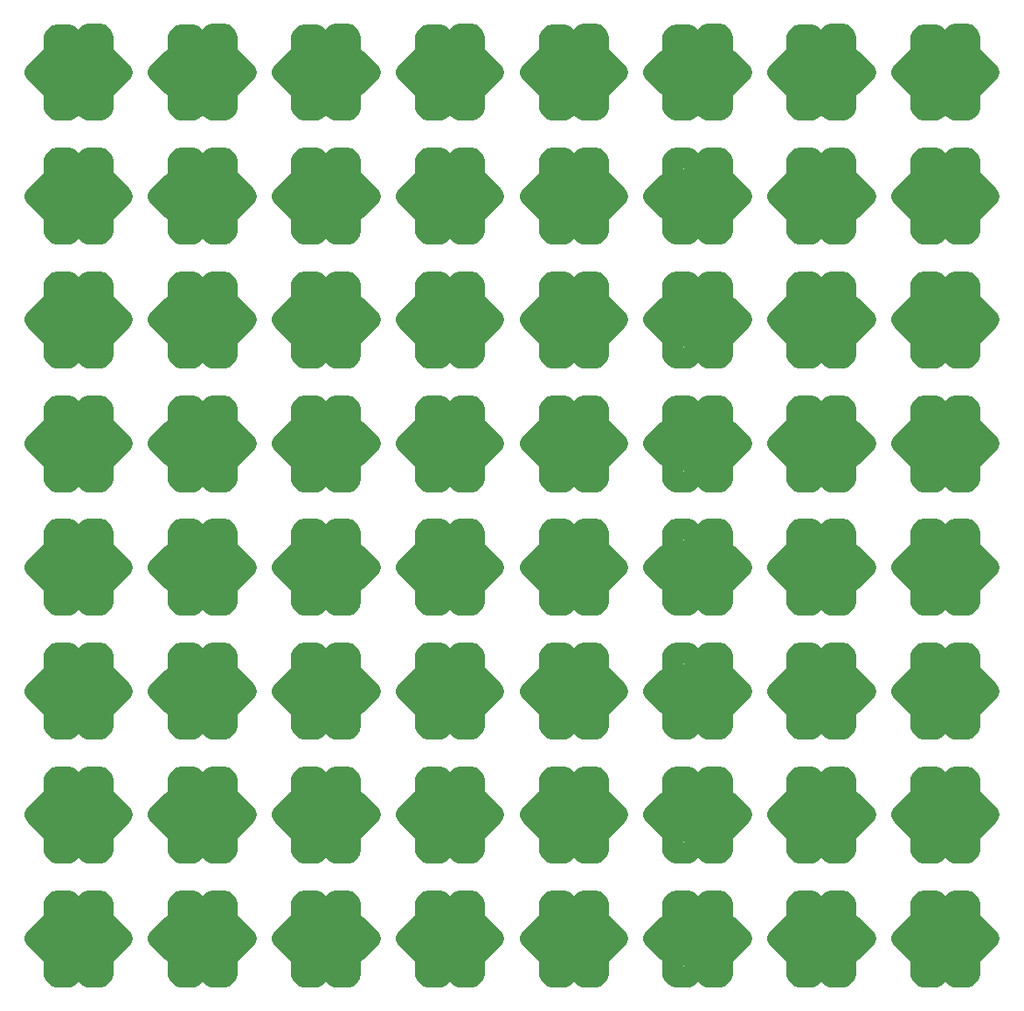
<source format=gbr>
%TF.GenerationSoftware,KiCad,Pcbnew,6.0.4-6f826c9f35~116~ubuntu18.04.1*%
%TF.CreationDate,2022-07-20T17:56:46+03:00*%
%TF.ProjectId,free_dry_electrodes_6i_6o_p8x8s1.0mm,66726565-5f64-4727-995f-656c65637472,rev?*%
%TF.SameCoordinates,Original*%
%TF.FileFunction,Copper,L2,Bot*%
%TF.FilePolarity,Positive*%
%FSLAX46Y46*%
G04 Gerber Fmt 4.6, Leading zero omitted, Abs format (unit mm)*
G04 Created by KiCad (PCBNEW 6.0.4-6f826c9f35~116~ubuntu18.04.1) date 2022-07-20 17:56:46*
%MOMM*%
%LPD*%
G01*
G04 APERTURE LIST*
%TA.AperFunction,ComponentPad*%
%ADD10O,2.000000X2.000000*%
%TD*%
%TA.AperFunction,ComponentPad*%
%ADD11C,6.000000*%
%TD*%
%TA.AperFunction,Conductor*%
%ADD12C,2.000000*%
%TD*%
G04 APERTURE END LIST*
D10*
%TO.P,J23,1,Pin_1*%
%TO.N,Board_31-Net-(J13-Pad1)*%
X106628318Y-60179580D03*
%TD*%
%TO.P,J23,1,Pin_1*%
%TO.N,Board_12-Net-(J13-Pad1)*%
X70628318Y-36179580D03*
%TD*%
%TO.P,J23,1,Pin_1*%
%TO.N,Board_2-Net-(J13-Pad1)*%
X46628318Y-24179580D03*
%TD*%
%TO.P,J24,1,Pin_1*%
%TO.N,Board_39-Net-(J13-Pad1)*%
X102378318Y-72179580D03*
%TD*%
D11*
%TO.P,J0,1,Pin_1*%
%TO.N,Board_14-Net-(J13-Pad1)*%
X92498318Y-32499580D03*
%TD*%
D10*
%TO.P,J24,1,Pin_1*%
%TO.N,Board_17-Net-(J13-Pad1)*%
X30378318Y-48179580D03*
%TD*%
D11*
%TO.P,J0,1,Pin_1*%
%TO.N,Board_23-Net-(J13-Pad1)*%
X104498318Y-44499580D03*
%TD*%
D10*
%TO.P,J21,1,Pin_1*%
%TO.N,Board_14-Net-(J13-Pad1)*%
X94608318Y-28809580D03*
%TD*%
%TO.P,J15,1,Pin_1*%
%TO.N,Board_18-Net-(J13-Pad1)*%
X42118318Y-45869580D03*
%TD*%
%TO.P,J16,1,Pin_1*%
%TO.N,Board_56-Net-(J13-Pad1)*%
X18118318Y-103129580D03*
%TD*%
%TO.P,J15,1,Pin_1*%
%TO.N,Board_50-Net-(J13-Pad1)*%
X42118318Y-93869580D03*
%TD*%
%TO.P,J26,1,Pin_1*%
%TO.N,Board_57-Net-(J13-Pad1)*%
X30378318Y-100819580D03*
%TD*%
%TO.P,J22,1,Pin_1*%
%TO.N,Board_46-Net-(J13-Pad1)*%
X96748318Y-80499580D03*
%TD*%
%TO.P,J11,1,Pin_1*%
%TO.N,Board_57-Net-(J13-Pad1)*%
X32498318Y-101749580D03*
%TD*%
%TO.P,J22,1,Pin_1*%
%TO.N,Board_39-Net-(J13-Pad1)*%
X108748318Y-68499580D03*
%TD*%
%TO.P,J12,1,Pin_1*%
%TO.N,Board_47-Net-(J13-Pad1)*%
X106878318Y-79119580D03*
%TD*%
%TO.P,J22,1,Pin_1*%
%TO.N,Board_13-Net-(J13-Pad1)*%
X84748318Y-32499580D03*
%TD*%
%TO.P,J25,1,Pin_1*%
%TO.N,Board_0-Net-(J13-Pad1)*%
X16248318Y-20499580D03*
%TD*%
D11*
%TO.P,J0,1,Pin_1*%
%TO.N,Board_31-Net-(J13-Pad1)*%
X104498318Y-56499580D03*
%TD*%
D10*
%TO.P,J11,1,Pin_1*%
%TO.N,Board_5-Net-(J13-Pad1)*%
X80498318Y-17749580D03*
%TD*%
%TO.P,J21,1,Pin_1*%
%TO.N,Board_52-Net-(J13-Pad1)*%
X70608318Y-88809580D03*
%TD*%
%TO.P,J14,1,Pin_1*%
%TO.N,Board_27-Net-(J13-Pad1)*%
X56498318Y-59249580D03*
%TD*%
%TO.P,J11,1,Pin_1*%
%TO.N,Board_53-Net-(J13-Pad1)*%
X80498318Y-89749580D03*
%TD*%
%TO.P,J16,1,Pin_1*%
%TO.N,Board_39-Net-(J13-Pad1)*%
X102118318Y-67129580D03*
%TD*%
%TO.P,J22,1,Pin_1*%
%TO.N,Board_8-Net-(J13-Pad1)*%
X24748318Y-32499580D03*
%TD*%
D11*
%TO.P,J0,1,Pin_1*%
%TO.N,Board_46-Net-(J13-Pad1)*%
X92498318Y-80499580D03*
%TD*%
D10*
%TO.P,J13,1,Pin_1*%
%TO.N,Board_30-Net-(J13-Pad1)*%
X94878318Y-57869580D03*
%TD*%
%TO.P,J23,1,Pin_1*%
%TO.N,Board_27-Net-(J13-Pad1)*%
X58628318Y-60179580D03*
%TD*%
%TO.P,J21,1,Pin_1*%
%TO.N,Board_11-Net-(J13-Pad1)*%
X58608318Y-28809580D03*
%TD*%
%TO.P,J23,1,Pin_1*%
%TO.N,Board_38-Net-(J13-Pad1)*%
X94628318Y-72179580D03*
%TD*%
%TO.P,J21,1,Pin_1*%
%TO.N,Board_7-Net-(J13-Pad1)*%
X106608318Y-16809580D03*
%TD*%
%TO.P,J13,1,Pin_1*%
%TO.N,Board_35-Net-(J13-Pad1)*%
X58878318Y-69869580D03*
%TD*%
%TO.P,J22,1,Pin_1*%
%TO.N,Board_25-Net-(J13-Pad1)*%
X36748318Y-56499580D03*
%TD*%
%TO.P,J23,1,Pin_1*%
%TO.N,Board_14-Net-(J13-Pad1)*%
X94628318Y-36179580D03*
%TD*%
%TO.P,J22,1,Pin_1*%
%TO.N,Board_23-Net-(J13-Pad1)*%
X108748318Y-44499580D03*
%TD*%
%TO.P,J22,1,Pin_1*%
%TO.N,Board_26-Net-(J13-Pad1)*%
X48748318Y-56499580D03*
%TD*%
D11*
%TO.P,J0,1,Pin_1*%
%TO.N,Board_17-Net-(J13-Pad1)*%
X32498318Y-44499580D03*
%TD*%
D10*
%TO.P,J24,1,Pin_1*%
%TO.N,Board_48-Net-(J13-Pad1)*%
X18378318Y-96179580D03*
%TD*%
%TO.P,J21,1,Pin_1*%
%TO.N,Board_57-Net-(J13-Pad1)*%
X34608318Y-100809580D03*
%TD*%
%TO.P,J14,1,Pin_1*%
%TO.N,Board_50-Net-(J13-Pad1)*%
X44498318Y-95249580D03*
%TD*%
%TO.P,J15,1,Pin_1*%
%TO.N,Board_56-Net-(J13-Pad1)*%
X18118318Y-105869580D03*
%TD*%
%TO.P,J25,1,Pin_1*%
%TO.N,Board_62-Net-(J13-Pad1)*%
X88248318Y-104499580D03*
%TD*%
%TO.P,J21,1,Pin_1*%
%TO.N,Board_8-Net-(J13-Pad1)*%
X22608318Y-28809580D03*
%TD*%
%TO.P,J11,1,Pin_1*%
%TO.N,Board_26-Net-(J13-Pad1)*%
X44498318Y-53749580D03*
%TD*%
%TO.P,J22,1,Pin_1*%
%TO.N,Board_63-Net-(J13-Pad1)*%
X108748318Y-104499580D03*
%TD*%
%TO.P,J16,1,Pin_1*%
%TO.N,Board_42-Net-(J13-Pad1)*%
X42118318Y-79129580D03*
%TD*%
D11*
%TO.P,J0,1,Pin_1*%
%TO.N,Board_54-Net-(J13-Pad1)*%
X92498318Y-92499580D03*
%TD*%
D10*
%TO.P,J11,1,Pin_1*%
%TO.N,Board_9-Net-(J13-Pad1)*%
X32498318Y-29749580D03*
%TD*%
%TO.P,J11,1,Pin_1*%
%TO.N,Board_62-Net-(J13-Pad1)*%
X92498318Y-101749580D03*
%TD*%
%TO.P,J12,1,Pin_1*%
%TO.N,Board_38-Net-(J13-Pad1)*%
X94878318Y-67119580D03*
%TD*%
%TO.P,J25,1,Pin_1*%
%TO.N,Board_51-Net-(J13-Pad1)*%
X52248318Y-92499580D03*
%TD*%
%TO.P,J15,1,Pin_1*%
%TO.N,Board_62-Net-(J13-Pad1)*%
X90118318Y-105869580D03*
%TD*%
%TO.P,J26,1,Pin_1*%
%TO.N,Board_4-Net-(J13-Pad1)*%
X66378318Y-16819580D03*
%TD*%
%TO.P,J23,1,Pin_1*%
%TO.N,Board_30-Net-(J13-Pad1)*%
X94628318Y-60179580D03*
%TD*%
%TO.P,J14,1,Pin_1*%
%TO.N,Board_10-Net-(J13-Pad1)*%
X44498318Y-35249580D03*
%TD*%
%TO.P,J15,1,Pin_1*%
%TO.N,Board_58-Net-(J13-Pad1)*%
X42118318Y-105869580D03*
%TD*%
%TO.P,J23,1,Pin_1*%
%TO.N,Board_23-Net-(J13-Pad1)*%
X106628318Y-48179580D03*
%TD*%
%TO.P,J16,1,Pin_1*%
%TO.N,Board_54-Net-(J13-Pad1)*%
X90118318Y-91129580D03*
%TD*%
%TO.P,J14,1,Pin_1*%
%TO.N,Board_9-Net-(J13-Pad1)*%
X32498318Y-35249580D03*
%TD*%
%TO.P,J14,1,Pin_1*%
%TO.N,Board_2-Net-(J13-Pad1)*%
X44498318Y-23249580D03*
%TD*%
%TO.P,J22,1,Pin_1*%
%TO.N,Board_30-Net-(J13-Pad1)*%
X96748318Y-56499580D03*
%TD*%
%TO.P,J25,1,Pin_1*%
%TO.N,Board_48-Net-(J13-Pad1)*%
X16248318Y-92499580D03*
%TD*%
%TO.P,J16,1,Pin_1*%
%TO.N,Board_12-Net-(J13-Pad1)*%
X66118318Y-31129580D03*
%TD*%
%TO.P,J22,1,Pin_1*%
%TO.N,Board_15-Net-(J13-Pad1)*%
X108748318Y-32499580D03*
%TD*%
%TO.P,J24,1,Pin_1*%
%TO.N,Board_60-Net-(J13-Pad1)*%
X66378318Y-108179580D03*
%TD*%
%TO.P,J26,1,Pin_1*%
%TO.N,Board_38-Net-(J13-Pad1)*%
X90378318Y-64819580D03*
%TD*%
%TO.P,J26,1,Pin_1*%
%TO.N,Board_53-Net-(J13-Pad1)*%
X78378318Y-88819580D03*
%TD*%
%TO.P,J21,1,Pin_1*%
%TO.N,Board_10-Net-(J13-Pad1)*%
X46608318Y-28809580D03*
%TD*%
%TO.P,J14,1,Pin_1*%
%TO.N,Board_47-Net-(J13-Pad1)*%
X104498318Y-83249580D03*
%TD*%
%TO.P,J22,1,Pin_1*%
%TO.N,Board_21-Net-(J13-Pad1)*%
X84748318Y-44499580D03*
%TD*%
%TO.P,J16,1,Pin_1*%
%TO.N,Board_28-Net-(J13-Pad1)*%
X66118318Y-55129580D03*
%TD*%
%TO.P,J21,1,Pin_1*%
%TO.N,Board_55-Net-(J13-Pad1)*%
X106608318Y-88809580D03*
%TD*%
%TO.P,J14,1,Pin_1*%
%TO.N,Board_60-Net-(J13-Pad1)*%
X68498318Y-107249580D03*
%TD*%
%TO.P,J16,1,Pin_1*%
%TO.N,Board_23-Net-(J13-Pad1)*%
X102118318Y-43129580D03*
%TD*%
%TO.P,J26,1,Pin_1*%
%TO.N,Board_20-Net-(J13-Pad1)*%
X66378318Y-40819580D03*
%TD*%
%TO.P,J26,1,Pin_1*%
%TO.N,Board_2-Net-(J13-Pad1)*%
X42378318Y-16819580D03*
%TD*%
%TO.P,J13,1,Pin_1*%
%TO.N,Board_55-Net-(J13-Pad1)*%
X106878318Y-93869580D03*
%TD*%
%TO.P,J23,1,Pin_1*%
%TO.N,Board_29-Net-(J13-Pad1)*%
X82628318Y-60179580D03*
%TD*%
%TO.P,J22,1,Pin_1*%
%TO.N,Board_35-Net-(J13-Pad1)*%
X60748318Y-68499580D03*
%TD*%
%TO.P,J23,1,Pin_1*%
%TO.N,Board_16-Net-(J13-Pad1)*%
X22628318Y-48179580D03*
%TD*%
%TO.P,J23,1,Pin_1*%
%TO.N,Board_19-Net-(J13-Pad1)*%
X58628318Y-48179580D03*
%TD*%
%TO.P,J21,1,Pin_1*%
%TO.N,Board_4-Net-(J13-Pad1)*%
X70608318Y-16809580D03*
%TD*%
%TO.P,J23,1,Pin_1*%
%TO.N,Board_54-Net-(J13-Pad1)*%
X94628318Y-96179580D03*
%TD*%
%TO.P,J13,1,Pin_1*%
%TO.N,Board_33-Net-(J13-Pad1)*%
X34878318Y-69869580D03*
%TD*%
%TO.P,J11,1,Pin_1*%
%TO.N,Board_32-Net-(J13-Pad1)*%
X20498318Y-65749580D03*
%TD*%
%TO.P,J13,1,Pin_1*%
%TO.N,Board_32-Net-(J13-Pad1)*%
X22878318Y-69869580D03*
%TD*%
%TO.P,J11,1,Pin_1*%
%TO.N,Board_51-Net-(J13-Pad1)*%
X56498318Y-89749580D03*
%TD*%
%TO.P,J23,1,Pin_1*%
%TO.N,Board_20-Net-(J13-Pad1)*%
X70628318Y-48179580D03*
%TD*%
%TO.P,J13,1,Pin_1*%
%TO.N,Board_5-Net-(J13-Pad1)*%
X82878318Y-21869580D03*
%TD*%
%TO.P,J25,1,Pin_1*%
%TO.N,Board_13-Net-(J13-Pad1)*%
X76248318Y-32499580D03*
%TD*%
%TO.P,J15,1,Pin_1*%
%TO.N,Board_59-Net-(J13-Pad1)*%
X54118318Y-105869580D03*
%TD*%
%TO.P,J15,1,Pin_1*%
%TO.N,Board_14-Net-(J13-Pad1)*%
X90118318Y-33869580D03*
%TD*%
%TO.P,J16,1,Pin_1*%
%TO.N,Board_3-Net-(J13-Pad1)*%
X54118318Y-19129580D03*
%TD*%
%TO.P,J25,1,Pin_1*%
%TO.N,Board_2-Net-(J13-Pad1)*%
X40248318Y-20499580D03*
%TD*%
%TO.P,J12,1,Pin_1*%
%TO.N,Board_18-Net-(J13-Pad1)*%
X46878318Y-43119580D03*
%TD*%
%TO.P,J21,1,Pin_1*%
%TO.N,Board_9-Net-(J13-Pad1)*%
X34608318Y-28809580D03*
%TD*%
%TO.P,J22,1,Pin_1*%
%TO.N,Board_42-Net-(J13-Pad1)*%
X48748318Y-80499580D03*
%TD*%
%TO.P,J26,1,Pin_1*%
%TO.N,Board_1-Net-(J13-Pad1)*%
X30378318Y-16819580D03*
%TD*%
D11*
%TO.P,J0,1,Pin_1*%
%TO.N,Board_33-Net-(J13-Pad1)*%
X32498318Y-68499580D03*
%TD*%
D10*
%TO.P,J14,1,Pin_1*%
%TO.N,Board_24-Net-(J13-Pad1)*%
X20498318Y-59249580D03*
%TD*%
%TO.P,J25,1,Pin_1*%
%TO.N,Board_24-Net-(J13-Pad1)*%
X16248318Y-56499580D03*
%TD*%
%TO.P,J11,1,Pin_1*%
%TO.N,Board_33-Net-(J13-Pad1)*%
X32498318Y-65749580D03*
%TD*%
D11*
%TO.P,J0,1,Pin_1*%
%TO.N,Board_53-Net-(J13-Pad1)*%
X80498318Y-92499580D03*
%TD*%
%TO.P,J0,1,Pin_1*%
%TO.N,Board_10-Net-(J13-Pad1)*%
X44498318Y-32499580D03*
%TD*%
D10*
%TO.P,J15,1,Pin_1*%
%TO.N,Board_21-Net-(J13-Pad1)*%
X78118318Y-45869580D03*
%TD*%
%TO.P,J24,1,Pin_1*%
%TO.N,Board_3-Net-(J13-Pad1)*%
X54378318Y-24179580D03*
%TD*%
%TO.P,J22,1,Pin_1*%
%TO.N,Board_61-Net-(J13-Pad1)*%
X84748318Y-104499580D03*
%TD*%
%TO.P,J26,1,Pin_1*%
%TO.N,Board_5-Net-(J13-Pad1)*%
X78378318Y-16819580D03*
%TD*%
%TO.P,J22,1,Pin_1*%
%TO.N,Board_47-Net-(J13-Pad1)*%
X108748318Y-80499580D03*
%TD*%
%TO.P,J12,1,Pin_1*%
%TO.N,Board_30-Net-(J13-Pad1)*%
X94878318Y-55119580D03*
%TD*%
%TO.P,J16,1,Pin_1*%
%TO.N,Board_34-Net-(J13-Pad1)*%
X42118318Y-67129580D03*
%TD*%
%TO.P,J24,1,Pin_1*%
%TO.N,Board_53-Net-(J13-Pad1)*%
X78378318Y-96179580D03*
%TD*%
%TO.P,J21,1,Pin_1*%
%TO.N,Board_42-Net-(J13-Pad1)*%
X46608318Y-76809580D03*
%TD*%
%TO.P,J13,1,Pin_1*%
%TO.N,Board_17-Net-(J13-Pad1)*%
X34878318Y-45869580D03*
%TD*%
%TO.P,J21,1,Pin_1*%
%TO.N,Board_54-Net-(J13-Pad1)*%
X94608318Y-88809580D03*
%TD*%
%TO.P,J13,1,Pin_1*%
%TO.N,Board_62-Net-(J13-Pad1)*%
X94878318Y-105869580D03*
%TD*%
%TO.P,J15,1,Pin_1*%
%TO.N,Board_2-Net-(J13-Pad1)*%
X42118318Y-21869580D03*
%TD*%
%TO.P,J12,1,Pin_1*%
%TO.N,Board_22-Net-(J13-Pad1)*%
X94878318Y-43119580D03*
%TD*%
%TO.P,J14,1,Pin_1*%
%TO.N,Board_4-Net-(J13-Pad1)*%
X68498318Y-23249580D03*
%TD*%
%TO.P,J24,1,Pin_1*%
%TO.N,Board_33-Net-(J13-Pad1)*%
X30378318Y-72179580D03*
%TD*%
%TO.P,J15,1,Pin_1*%
%TO.N,Board_27-Net-(J13-Pad1)*%
X54118318Y-57869580D03*
%TD*%
%TO.P,J12,1,Pin_1*%
%TO.N,Board_53-Net-(J13-Pad1)*%
X82878318Y-91119580D03*
%TD*%
%TO.P,J25,1,Pin_1*%
%TO.N,Board_58-Net-(J13-Pad1)*%
X40248318Y-104499580D03*
%TD*%
%TO.P,J23,1,Pin_1*%
%TO.N,Board_50-Net-(J13-Pad1)*%
X46628318Y-96179580D03*
%TD*%
%TO.P,J24,1,Pin_1*%
%TO.N,Board_25-Net-(J13-Pad1)*%
X30378318Y-60179580D03*
%TD*%
%TO.P,J12,1,Pin_1*%
%TO.N,Board_15-Net-(J13-Pad1)*%
X106878318Y-31119580D03*
%TD*%
%TO.P,J26,1,Pin_1*%
%TO.N,Board_13-Net-(J13-Pad1)*%
X78378318Y-28819580D03*
%TD*%
%TO.P,J24,1,Pin_1*%
%TO.N,Board_22-Net-(J13-Pad1)*%
X90378318Y-48179580D03*
%TD*%
%TO.P,J21,1,Pin_1*%
%TO.N,Board_28-Net-(J13-Pad1)*%
X70608318Y-52809580D03*
%TD*%
%TO.P,J21,1,Pin_1*%
%TO.N,Board_15-Net-(J13-Pad1)*%
X106608318Y-28809580D03*
%TD*%
%TO.P,J25,1,Pin_1*%
%TO.N,Board_4-Net-(J13-Pad1)*%
X64248318Y-20499580D03*
%TD*%
%TO.P,J25,1,Pin_1*%
%TO.N,Board_14-Net-(J13-Pad1)*%
X88248318Y-32499580D03*
%TD*%
%TO.P,J23,1,Pin_1*%
%TO.N,Board_41-Net-(J13-Pad1)*%
X34628318Y-84179580D03*
%TD*%
%TO.P,J15,1,Pin_1*%
%TO.N,Board_49-Net-(J13-Pad1)*%
X30118318Y-93869580D03*
%TD*%
%TO.P,J21,1,Pin_1*%
%TO.N,Board_34-Net-(J13-Pad1)*%
X46608318Y-64809580D03*
%TD*%
%TO.P,J11,1,Pin_1*%
%TO.N,Board_17-Net-(J13-Pad1)*%
X32498318Y-41749580D03*
%TD*%
%TO.P,J16,1,Pin_1*%
%TO.N,Board_36-Net-(J13-Pad1)*%
X66118318Y-67129580D03*
%TD*%
%TO.P,J23,1,Pin_1*%
%TO.N,Board_8-Net-(J13-Pad1)*%
X22628318Y-36179580D03*
%TD*%
%TO.P,J25,1,Pin_1*%
%TO.N,Board_9-Net-(J13-Pad1)*%
X28248318Y-32499580D03*
%TD*%
D11*
%TO.P,J0,1,Pin_1*%
%TO.N,Board_4-Net-(J13-Pad1)*%
X68498318Y-20499580D03*
%TD*%
D10*
%TO.P,J15,1,Pin_1*%
%TO.N,Board_33-Net-(J13-Pad1)*%
X30118318Y-69869580D03*
%TD*%
%TO.P,J16,1,Pin_1*%
%TO.N,Board_58-Net-(J13-Pad1)*%
X42118318Y-103129580D03*
%TD*%
%TO.P,J12,1,Pin_1*%
%TO.N,Board_6-Net-(J13-Pad1)*%
X94878318Y-19119580D03*
%TD*%
%TO.P,J25,1,Pin_1*%
%TO.N,Board_23-Net-(J13-Pad1)*%
X100248318Y-44499580D03*
%TD*%
%TO.P,J23,1,Pin_1*%
%TO.N,Board_35-Net-(J13-Pad1)*%
X58628318Y-72179580D03*
%TD*%
%TO.P,J24,1,Pin_1*%
%TO.N,Board_32-Net-(J13-Pad1)*%
X18378318Y-72179580D03*
%TD*%
%TO.P,J25,1,Pin_1*%
%TO.N,Board_22-Net-(J13-Pad1)*%
X88248318Y-44499580D03*
%TD*%
%TO.P,J14,1,Pin_1*%
%TO.N,Board_18-Net-(J13-Pad1)*%
X44498318Y-47249580D03*
%TD*%
D11*
%TO.P,J0,1,Pin_1*%
%TO.N,Board_26-Net-(J13-Pad1)*%
X44498318Y-56499580D03*
%TD*%
D10*
%TO.P,J12,1,Pin_1*%
%TO.N,Board_46-Net-(J13-Pad1)*%
X94878318Y-79119580D03*
%TD*%
D11*
%TO.P,J0,1,Pin_1*%
%TO.N,Board_38-Net-(J13-Pad1)*%
X92498318Y-68499580D03*
%TD*%
D10*
%TO.P,J21,1,Pin_1*%
%TO.N,Board_13-Net-(J13-Pad1)*%
X82608318Y-28809580D03*
%TD*%
%TO.P,J13,1,Pin_1*%
%TO.N,Board_21-Net-(J13-Pad1)*%
X82878318Y-45869580D03*
%TD*%
%TO.P,J21,1,Pin_1*%
%TO.N,Board_46-Net-(J13-Pad1)*%
X94608318Y-76809580D03*
%TD*%
%TO.P,J15,1,Pin_1*%
%TO.N,Board_60-Net-(J13-Pad1)*%
X66118318Y-105869580D03*
%TD*%
%TO.P,J16,1,Pin_1*%
%TO.N,Board_37-Net-(J13-Pad1)*%
X78118318Y-67129580D03*
%TD*%
%TO.P,J23,1,Pin_1*%
%TO.N,Board_43-Net-(J13-Pad1)*%
X58628318Y-84179580D03*
%TD*%
%TO.P,J14,1,Pin_1*%
%TO.N,Board_25-Net-(J13-Pad1)*%
X32498318Y-59249580D03*
%TD*%
%TO.P,J14,1,Pin_1*%
%TO.N,Board_26-Net-(J13-Pad1)*%
X44498318Y-59249580D03*
%TD*%
%TO.P,J21,1,Pin_1*%
%TO.N,Board_63-Net-(J13-Pad1)*%
X106608318Y-100809580D03*
%TD*%
D11*
%TO.P,J0,1,Pin_1*%
%TO.N,Board_5-Net-(J13-Pad1)*%
X80498318Y-20499580D03*
%TD*%
D10*
%TO.P,J23,1,Pin_1*%
%TO.N,Board_63-Net-(J13-Pad1)*%
X106628318Y-108179580D03*
%TD*%
%TO.P,J24,1,Pin_1*%
%TO.N,Board_23-Net-(J13-Pad1)*%
X102378318Y-48179580D03*
%TD*%
%TO.P,J16,1,Pin_1*%
%TO.N,Board_11-Net-(J13-Pad1)*%
X54118318Y-31129580D03*
%TD*%
%TO.P,J15,1,Pin_1*%
%TO.N,Board_5-Net-(J13-Pad1)*%
X78118318Y-21869580D03*
%TD*%
%TO.P,J13,1,Pin_1*%
%TO.N,Board_52-Net-(J13-Pad1)*%
X70878318Y-93869580D03*
%TD*%
%TO.P,J23,1,Pin_1*%
%TO.N,Board_25-Net-(J13-Pad1)*%
X34628318Y-60179580D03*
%TD*%
%TO.P,J22,1,Pin_1*%
%TO.N,Board_22-Net-(J13-Pad1)*%
X96748318Y-44499580D03*
%TD*%
%TO.P,J13,1,Pin_1*%
%TO.N,Board_42-Net-(J13-Pad1)*%
X46878318Y-81869580D03*
%TD*%
%TO.P,J16,1,Pin_1*%
%TO.N,Board_53-Net-(J13-Pad1)*%
X78118318Y-91129580D03*
%TD*%
%TO.P,J13,1,Pin_1*%
%TO.N,Board_9-Net-(J13-Pad1)*%
X34878318Y-33869580D03*
%TD*%
%TO.P,J12,1,Pin_1*%
%TO.N,Board_10-Net-(J13-Pad1)*%
X46878318Y-31119580D03*
%TD*%
%TO.P,J14,1,Pin_1*%
%TO.N,Board_45-Net-(J13-Pad1)*%
X80498318Y-83249580D03*
%TD*%
%TO.P,J15,1,Pin_1*%
%TO.N,Board_16-Net-(J13-Pad1)*%
X18118318Y-45869580D03*
%TD*%
%TO.P,J15,1,Pin_1*%
%TO.N,Board_30-Net-(J13-Pad1)*%
X90118318Y-57869580D03*
%TD*%
%TO.P,J26,1,Pin_1*%
%TO.N,Board_11-Net-(J13-Pad1)*%
X54378318Y-28819580D03*
%TD*%
%TO.P,J11,1,Pin_1*%
%TO.N,Board_39-Net-(J13-Pad1)*%
X104498318Y-65749580D03*
%TD*%
%TO.P,J16,1,Pin_1*%
%TO.N,Board_50-Net-(J13-Pad1)*%
X42118318Y-91129580D03*
%TD*%
%TO.P,J15,1,Pin_1*%
%TO.N,Board_24-Net-(J13-Pad1)*%
X18118318Y-57869580D03*
%TD*%
%TO.P,J25,1,Pin_1*%
%TO.N,Board_3-Net-(J13-Pad1)*%
X52248318Y-20499580D03*
%TD*%
D11*
%TO.P,J0,1,Pin_1*%
%TO.N,Board_29-Net-(J13-Pad1)*%
X80498318Y-56499580D03*
%TD*%
D10*
%TO.P,J25,1,Pin_1*%
%TO.N,Board_32-Net-(J13-Pad1)*%
X16248318Y-68499580D03*
%TD*%
%TO.P,J16,1,Pin_1*%
%TO.N,Board_41-Net-(J13-Pad1)*%
X30118318Y-79129580D03*
%TD*%
%TO.P,J26,1,Pin_1*%
%TO.N,Board_10-Net-(J13-Pad1)*%
X42378318Y-28819580D03*
%TD*%
%TO.P,J26,1,Pin_1*%
%TO.N,Board_55-Net-(J13-Pad1)*%
X102378318Y-88819580D03*
%TD*%
%TO.P,J26,1,Pin_1*%
%TO.N,Board_63-Net-(J13-Pad1)*%
X102378318Y-100819580D03*
%TD*%
%TO.P,J21,1,Pin_1*%
%TO.N,Board_12-Net-(J13-Pad1)*%
X70608318Y-28809580D03*
%TD*%
%TO.P,J25,1,Pin_1*%
%TO.N,Board_41-Net-(J13-Pad1)*%
X28248318Y-80499580D03*
%TD*%
%TO.P,J11,1,Pin_1*%
%TO.N,Board_42-Net-(J13-Pad1)*%
X44498318Y-77749580D03*
%TD*%
%TO.P,J23,1,Pin_1*%
%TO.N,Board_58-Net-(J13-Pad1)*%
X46628318Y-108179580D03*
%TD*%
%TO.P,J24,1,Pin_1*%
%TO.N,Board_56-Net-(J13-Pad1)*%
X18378318Y-108179580D03*
%TD*%
%TO.P,J13,1,Pin_1*%
%TO.N,Board_2-Net-(J13-Pad1)*%
X46878318Y-21869580D03*
%TD*%
%TO.P,J12,1,Pin_1*%
%TO.N,Board_52-Net-(J13-Pad1)*%
X70878318Y-91119580D03*
%TD*%
%TO.P,J11,1,Pin_1*%
%TO.N,Board_40-Net-(J13-Pad1)*%
X20498318Y-77749580D03*
%TD*%
%TO.P,J14,1,Pin_1*%
%TO.N,Board_28-Net-(J13-Pad1)*%
X68498318Y-59249580D03*
%TD*%
%TO.P,J13,1,Pin_1*%
%TO.N,Board_22-Net-(J13-Pad1)*%
X94878318Y-45869580D03*
%TD*%
%TO.P,J16,1,Pin_1*%
%TO.N,Board_43-Net-(J13-Pad1)*%
X54118318Y-79129580D03*
%TD*%
%TO.P,J25,1,Pin_1*%
%TO.N,Board_54-Net-(J13-Pad1)*%
X88248318Y-92499580D03*
%TD*%
D11*
%TO.P,J0,1,Pin_1*%
%TO.N,Board_48-Net-(J13-Pad1)*%
X20498318Y-92499580D03*
%TD*%
D10*
%TO.P,J21,1,Pin_1*%
%TO.N,Board_39-Net-(J13-Pad1)*%
X106608318Y-64809580D03*
%TD*%
%TO.P,J15,1,Pin_1*%
%TO.N,Board_8-Net-(J13-Pad1)*%
X18118318Y-33869580D03*
%TD*%
%TO.P,J14,1,Pin_1*%
%TO.N,Board_32-Net-(J13-Pad1)*%
X20498318Y-71249580D03*
%TD*%
D11*
%TO.P,J0,1,Pin_1*%
%TO.N,Board_42-Net-(J13-Pad1)*%
X44498318Y-80499580D03*
%TD*%
D10*
%TO.P,J21,1,Pin_1*%
%TO.N,Board_59-Net-(J13-Pad1)*%
X58608318Y-100809580D03*
%TD*%
%TO.P,J13,1,Pin_1*%
%TO.N,Board_6-Net-(J13-Pad1)*%
X94878318Y-21869580D03*
%TD*%
%TO.P,J24,1,Pin_1*%
%TO.N,Board_5-Net-(J13-Pad1)*%
X78378318Y-24179580D03*
%TD*%
%TO.P,J26,1,Pin_1*%
%TO.N,Board_62-Net-(J13-Pad1)*%
X90378318Y-100819580D03*
%TD*%
%TO.P,J26,1,Pin_1*%
%TO.N,Board_58-Net-(J13-Pad1)*%
X42378318Y-100819580D03*
%TD*%
%TO.P,J24,1,Pin_1*%
%TO.N,Board_55-Net-(J13-Pad1)*%
X102378318Y-96179580D03*
%TD*%
%TO.P,J13,1,Pin_1*%
%TO.N,Board_24-Net-(J13-Pad1)*%
X22878318Y-57869580D03*
%TD*%
%TO.P,J12,1,Pin_1*%
%TO.N,Board_33-Net-(J13-Pad1)*%
X34878318Y-67119580D03*
%TD*%
%TO.P,J16,1,Pin_1*%
%TO.N,Board_5-Net-(J13-Pad1)*%
X78118318Y-19129580D03*
%TD*%
%TO.P,J24,1,Pin_1*%
%TO.N,Board_62-Net-(J13-Pad1)*%
X90378318Y-108179580D03*
%TD*%
%TO.P,J26,1,Pin_1*%
%TO.N,Board_23-Net-(J13-Pad1)*%
X102378318Y-40819580D03*
%TD*%
%TO.P,J16,1,Pin_1*%
%TO.N,Board_16-Net-(J13-Pad1)*%
X18118318Y-43129580D03*
%TD*%
%TO.P,J22,1,Pin_1*%
%TO.N,Board_51-Net-(J13-Pad1)*%
X60748318Y-92499580D03*
%TD*%
%TO.P,J16,1,Pin_1*%
%TO.N,Board_40-Net-(J13-Pad1)*%
X18118318Y-79129580D03*
%TD*%
%TO.P,J12,1,Pin_1*%
%TO.N,Board_58-Net-(J13-Pad1)*%
X46878318Y-103119580D03*
%TD*%
%TO.P,J11,1,Pin_1*%
%TO.N,Board_14-Net-(J13-Pad1)*%
X92498318Y-29749580D03*
%TD*%
%TO.P,J25,1,Pin_1*%
%TO.N,Board_35-Net-(J13-Pad1)*%
X52248318Y-68499580D03*
%TD*%
%TO.P,J12,1,Pin_1*%
%TO.N,Board_31-Net-(J13-Pad1)*%
X106878318Y-55119580D03*
%TD*%
%TO.P,J23,1,Pin_1*%
%TO.N,Board_26-Net-(J13-Pad1)*%
X46628318Y-60179580D03*
%TD*%
%TO.P,J16,1,Pin_1*%
%TO.N,Board_38-Net-(J13-Pad1)*%
X90118318Y-67129580D03*
%TD*%
%TO.P,J21,1,Pin_1*%
%TO.N,Board_32-Net-(J13-Pad1)*%
X22608318Y-64809580D03*
%TD*%
%TO.P,J12,1,Pin_1*%
%TO.N,Board_40-Net-(J13-Pad1)*%
X22878318Y-79119580D03*
%TD*%
D11*
%TO.P,J0,1,Pin_1*%
%TO.N,Board_11-Net-(J13-Pad1)*%
X56498318Y-32499580D03*
%TD*%
D10*
%TO.P,J16,1,Pin_1*%
%TO.N,Board_19-Net-(J13-Pad1)*%
X54118318Y-43129580D03*
%TD*%
%TO.P,J13,1,Pin_1*%
%TO.N,Board_43-Net-(J13-Pad1)*%
X58878318Y-81869580D03*
%TD*%
%TO.P,J24,1,Pin_1*%
%TO.N,Board_10-Net-(J13-Pad1)*%
X42378318Y-36179580D03*
%TD*%
%TO.P,J22,1,Pin_1*%
%TO.N,Board_1-Net-(J13-Pad1)*%
X36748318Y-20499580D03*
%TD*%
%TO.P,J16,1,Pin_1*%
%TO.N,Board_20-Net-(J13-Pad1)*%
X66118318Y-43129580D03*
%TD*%
%TO.P,J12,1,Pin_1*%
%TO.N,Board_12-Net-(J13-Pad1)*%
X70878318Y-31119580D03*
%TD*%
%TO.P,J12,1,Pin_1*%
%TO.N,Board_61-Net-(J13-Pad1)*%
X82878318Y-103119580D03*
%TD*%
%TO.P,J22,1,Pin_1*%
%TO.N,Board_18-Net-(J13-Pad1)*%
X48748318Y-44499580D03*
%TD*%
%TO.P,J21,1,Pin_1*%
%TO.N,Board_50-Net-(J13-Pad1)*%
X46608318Y-88809580D03*
%TD*%
%TO.P,J13,1,Pin_1*%
%TO.N,Board_27-Net-(J13-Pad1)*%
X58878318Y-57869580D03*
%TD*%
%TO.P,J26,1,Pin_1*%
%TO.N,Board_34-Net-(J13-Pad1)*%
X42378318Y-64819580D03*
%TD*%
%TO.P,J16,1,Pin_1*%
%TO.N,Board_59-Net-(J13-Pad1)*%
X54118318Y-103129580D03*
%TD*%
%TO.P,J21,1,Pin_1*%
%TO.N,Board_61-Net-(J13-Pad1)*%
X82608318Y-100809580D03*
%TD*%
%TO.P,J22,1,Pin_1*%
%TO.N,Board_62-Net-(J13-Pad1)*%
X96748318Y-104499580D03*
%TD*%
%TO.P,J12,1,Pin_1*%
%TO.N,Board_8-Net-(J13-Pad1)*%
X22878318Y-31119580D03*
%TD*%
%TO.P,J12,1,Pin_1*%
%TO.N,Board_19-Net-(J13-Pad1)*%
X58878318Y-43119580D03*
%TD*%
%TO.P,J13,1,Pin_1*%
%TO.N,Board_36-Net-(J13-Pad1)*%
X70878318Y-69869580D03*
%TD*%
%TO.P,J15,1,Pin_1*%
%TO.N,Board_44-Net-(J13-Pad1)*%
X66118318Y-81869580D03*
%TD*%
%TO.P,J26,1,Pin_1*%
%TO.N,Board_61-Net-(J13-Pad1)*%
X78378318Y-100819580D03*
%TD*%
%TO.P,J25,1,Pin_1*%
%TO.N,Board_49-Net-(J13-Pad1)*%
X28248318Y-92499580D03*
%TD*%
%TO.P,J13,1,Pin_1*%
%TO.N,Board_7-Net-(J13-Pad1)*%
X106878318Y-21869580D03*
%TD*%
%TO.P,J14,1,Pin_1*%
%TO.N,Board_49-Net-(J13-Pad1)*%
X32498318Y-95249580D03*
%TD*%
%TO.P,J26,1,Pin_1*%
%TO.N,Board_32-Net-(J13-Pad1)*%
X18378318Y-64819580D03*
%TD*%
D11*
%TO.P,J0,1,Pin_1*%
%TO.N,Board_60-Net-(J13-Pad1)*%
X68498318Y-104499580D03*
%TD*%
D10*
%TO.P,J26,1,Pin_1*%
%TO.N,Board_46-Net-(J13-Pad1)*%
X90378318Y-76819580D03*
%TD*%
%TO.P,J14,1,Pin_1*%
%TO.N,Board_8-Net-(J13-Pad1)*%
X20498318Y-35249580D03*
%TD*%
%TO.P,J23,1,Pin_1*%
%TO.N,Board_34-Net-(J13-Pad1)*%
X46628318Y-72179580D03*
%TD*%
%TO.P,J14,1,Pin_1*%
%TO.N,Board_16-Net-(J13-Pad1)*%
X20498318Y-47249580D03*
%TD*%
%TO.P,J22,1,Pin_1*%
%TO.N,Board_29-Net-(J13-Pad1)*%
X84748318Y-56499580D03*
%TD*%
%TO.P,J16,1,Pin_1*%
%TO.N,Board_7-Net-(J13-Pad1)*%
X102118318Y-19129580D03*
%TD*%
%TO.P,J25,1,Pin_1*%
%TO.N,Board_31-Net-(J13-Pad1)*%
X100248318Y-56499580D03*
%TD*%
%TO.P,J16,1,Pin_1*%
%TO.N,Board_60-Net-(J13-Pad1)*%
X66118318Y-103129580D03*
%TD*%
%TO.P,J15,1,Pin_1*%
%TO.N,Board_13-Net-(J13-Pad1)*%
X78118318Y-33869580D03*
%TD*%
%TO.P,J21,1,Pin_1*%
%TO.N,Board_51-Net-(J13-Pad1)*%
X58608318Y-88809580D03*
%TD*%
%TO.P,J26,1,Pin_1*%
%TO.N,Board_22-Net-(J13-Pad1)*%
X90378318Y-40819580D03*
%TD*%
%TO.P,J14,1,Pin_1*%
%TO.N,Board_61-Net-(J13-Pad1)*%
X80498318Y-107249580D03*
%TD*%
%TO.P,J13,1,Pin_1*%
%TO.N,Board_37-Net-(J13-Pad1)*%
X82878318Y-69869580D03*
%TD*%
%TO.P,J15,1,Pin_1*%
%TO.N,Board_28-Net-(J13-Pad1)*%
X66118318Y-57869580D03*
%TD*%
%TO.P,J24,1,Pin_1*%
%TO.N,Board_7-Net-(J13-Pad1)*%
X102378318Y-24179580D03*
%TD*%
%TO.P,J22,1,Pin_1*%
%TO.N,Board_36-Net-(J13-Pad1)*%
X72748318Y-68499580D03*
%TD*%
%TO.P,J11,1,Pin_1*%
%TO.N,Board_46-Net-(J13-Pad1)*%
X92498318Y-77749580D03*
%TD*%
%TO.P,J22,1,Pin_1*%
%TO.N,Board_59-Net-(J13-Pad1)*%
X60748318Y-104499580D03*
%TD*%
%TO.P,J12,1,Pin_1*%
%TO.N,Board_29-Net-(J13-Pad1)*%
X82878318Y-55119580D03*
%TD*%
%TO.P,J14,1,Pin_1*%
%TO.N,Board_55-Net-(J13-Pad1)*%
X104498318Y-95249580D03*
%TD*%
%TO.P,J23,1,Pin_1*%
%TO.N,Board_5-Net-(J13-Pad1)*%
X82628318Y-24179580D03*
%TD*%
%TO.P,J13,1,Pin_1*%
%TO.N,Board_34-Net-(J13-Pad1)*%
X46878318Y-69869580D03*
%TD*%
%TO.P,J23,1,Pin_1*%
%TO.N,Board_9-Net-(J13-Pad1)*%
X34628318Y-36179580D03*
%TD*%
%TO.P,J15,1,Pin_1*%
%TO.N,Board_4-Net-(J13-Pad1)*%
X66118318Y-21869580D03*
%TD*%
%TO.P,J26,1,Pin_1*%
%TO.N,Board_37-Net-(J13-Pad1)*%
X78378318Y-64819580D03*
%TD*%
%TO.P,J25,1,Pin_1*%
%TO.N,Board_28-Net-(J13-Pad1)*%
X64248318Y-56499580D03*
%TD*%
%TO.P,J13,1,Pin_1*%
%TO.N,Board_61-Net-(J13-Pad1)*%
X82878318Y-105869580D03*
%TD*%
%TO.P,J24,1,Pin_1*%
%TO.N,Board_61-Net-(J13-Pad1)*%
X78378318Y-108179580D03*
%TD*%
%TO.P,J15,1,Pin_1*%
%TO.N,Board_1-Net-(J13-Pad1)*%
X30118318Y-21869580D03*
%TD*%
%TO.P,J23,1,Pin_1*%
%TO.N,Board_4-Net-(J13-Pad1)*%
X70628318Y-24179580D03*
%TD*%
D11*
%TO.P,J0,1,Pin_1*%
%TO.N,Board_62-Net-(J13-Pad1)*%
X92498318Y-104499580D03*
%TD*%
D10*
%TO.P,J21,1,Pin_1*%
%TO.N,Board_58-Net-(J13-Pad1)*%
X46608318Y-100809580D03*
%TD*%
%TO.P,J14,1,Pin_1*%
%TO.N,Board_53-Net-(J13-Pad1)*%
X80498318Y-95249580D03*
%TD*%
%TO.P,J23,1,Pin_1*%
%TO.N,Board_0-Net-(J13-Pad1)*%
X22628318Y-24179580D03*
%TD*%
%TO.P,J23,1,Pin_1*%
%TO.N,Board_55-Net-(J13-Pad1)*%
X106628318Y-96179580D03*
%TD*%
%TO.P,J21,1,Pin_1*%
%TO.N,Board_0-Net-(J13-Pad1)*%
X22608318Y-16809580D03*
%TD*%
%TO.P,J15,1,Pin_1*%
%TO.N,Board_42-Net-(J13-Pad1)*%
X42118318Y-81869580D03*
%TD*%
%TO.P,J24,1,Pin_1*%
%TO.N,Board_14-Net-(J13-Pad1)*%
X90378318Y-36179580D03*
%TD*%
%TO.P,J21,1,Pin_1*%
%TO.N,Board_36-Net-(J13-Pad1)*%
X70608318Y-64809580D03*
%TD*%
%TO.P,J22,1,Pin_1*%
%TO.N,Board_4-Net-(J13-Pad1)*%
X72748318Y-20499580D03*
%TD*%
%TO.P,J24,1,Pin_1*%
%TO.N,Board_16-Net-(J13-Pad1)*%
X18378318Y-48179580D03*
%TD*%
%TO.P,J26,1,Pin_1*%
%TO.N,Board_14-Net-(J13-Pad1)*%
X90378318Y-28819580D03*
%TD*%
%TO.P,J21,1,Pin_1*%
%TO.N,Board_44-Net-(J13-Pad1)*%
X70608318Y-76809580D03*
%TD*%
%TO.P,J26,1,Pin_1*%
%TO.N,Board_40-Net-(J13-Pad1)*%
X18378318Y-76819580D03*
%TD*%
%TO.P,J12,1,Pin_1*%
%TO.N,Board_59-Net-(J13-Pad1)*%
X58878318Y-103119580D03*
%TD*%
%TO.P,J24,1,Pin_1*%
%TO.N,Board_11-Net-(J13-Pad1)*%
X54378318Y-36179580D03*
%TD*%
%TO.P,J25,1,Pin_1*%
%TO.N,Board_27-Net-(J13-Pad1)*%
X52248318Y-56499580D03*
%TD*%
%TO.P,J25,1,Pin_1*%
%TO.N,Board_45-Net-(J13-Pad1)*%
X76248318Y-80499580D03*
%TD*%
%TO.P,J25,1,Pin_1*%
%TO.N,Board_43-Net-(J13-Pad1)*%
X52248318Y-80499580D03*
%TD*%
%TO.P,J15,1,Pin_1*%
%TO.N,Board_48-Net-(J13-Pad1)*%
X18118318Y-93869580D03*
%TD*%
%TO.P,J26,1,Pin_1*%
%TO.N,Board_49-Net-(J13-Pad1)*%
X30378318Y-88819580D03*
%TD*%
%TO.P,J24,1,Pin_1*%
%TO.N,Board_35-Net-(J13-Pad1)*%
X54378318Y-72179580D03*
%TD*%
%TO.P,J16,1,Pin_1*%
%TO.N,Board_57-Net-(J13-Pad1)*%
X30118318Y-103129580D03*
%TD*%
%TO.P,J12,1,Pin_1*%
%TO.N,Board_0-Net-(J13-Pad1)*%
X22878318Y-19119580D03*
%TD*%
%TO.P,J23,1,Pin_1*%
%TO.N,Board_53-Net-(J13-Pad1)*%
X82628318Y-96179580D03*
%TD*%
%TO.P,J12,1,Pin_1*%
%TO.N,Board_41-Net-(J13-Pad1)*%
X34878318Y-79119580D03*
%TD*%
%TO.P,J11,1,Pin_1*%
%TO.N,Board_20-Net-(J13-Pad1)*%
X68498318Y-41749580D03*
%TD*%
%TO.P,J12,1,Pin_1*%
%TO.N,Board_23-Net-(J13-Pad1)*%
X106878318Y-43119580D03*
%TD*%
%TO.P,J25,1,Pin_1*%
%TO.N,Board_25-Net-(J13-Pad1)*%
X28248318Y-56499580D03*
%TD*%
%TO.P,J13,1,Pin_1*%
%TO.N,Board_48-Net-(J13-Pad1)*%
X22878318Y-93869580D03*
%TD*%
%TO.P,J13,1,Pin_1*%
%TO.N,Board_12-Net-(J13-Pad1)*%
X70878318Y-33869580D03*
%TD*%
%TO.P,J22,1,Pin_1*%
%TO.N,Board_40-Net-(J13-Pad1)*%
X24748318Y-80499580D03*
%TD*%
%TO.P,J26,1,Pin_1*%
%TO.N,Board_21-Net-(J13-Pad1)*%
X78378318Y-40819580D03*
%TD*%
%TO.P,J15,1,Pin_1*%
%TO.N,Board_63-Net-(J13-Pad1)*%
X102118318Y-105869580D03*
%TD*%
%TO.P,J14,1,Pin_1*%
%TO.N,Board_43-Net-(J13-Pad1)*%
X56498318Y-83249580D03*
%TD*%
%TO.P,J16,1,Pin_1*%
%TO.N,Board_17-Net-(J13-Pad1)*%
X30118318Y-43129580D03*
%TD*%
%TO.P,J26,1,Pin_1*%
%TO.N,Board_56-Net-(J13-Pad1)*%
X18378318Y-100819580D03*
%TD*%
D11*
%TO.P,J0,1,Pin_1*%
%TO.N,Board_12-Net-(J13-Pad1)*%
X68498318Y-32499580D03*
%TD*%
D10*
%TO.P,J11,1,Pin_1*%
%TO.N,Board_37-Net-(J13-Pad1)*%
X80498318Y-65749580D03*
%TD*%
%TO.P,J23,1,Pin_1*%
%TO.N,Board_52-Net-(J13-Pad1)*%
X70628318Y-96179580D03*
%TD*%
%TO.P,J11,1,Pin_1*%
%TO.N,Board_13-Net-(J13-Pad1)*%
X80498318Y-29749580D03*
%TD*%
%TO.P,J26,1,Pin_1*%
%TO.N,Board_24-Net-(J13-Pad1)*%
X18378318Y-52819580D03*
%TD*%
%TO.P,J25,1,Pin_1*%
%TO.N,Board_50-Net-(J13-Pad1)*%
X40248318Y-92499580D03*
%TD*%
%TO.P,J16,1,Pin_1*%
%TO.N,Board_0-Net-(J13-Pad1)*%
X18118318Y-19129580D03*
%TD*%
%TO.P,J16,1,Pin_1*%
%TO.N,Board_21-Net-(J13-Pad1)*%
X78118318Y-43129580D03*
%TD*%
%TO.P,J26,1,Pin_1*%
%TO.N,Board_19-Net-(J13-Pad1)*%
X54378318Y-40819580D03*
%TD*%
%TO.P,J14,1,Pin_1*%
%TO.N,Board_29-Net-(J13-Pad1)*%
X80498318Y-59249580D03*
%TD*%
%TO.P,J14,1,Pin_1*%
%TO.N,Board_48-Net-(J13-Pad1)*%
X20498318Y-95249580D03*
%TD*%
%TO.P,J11,1,Pin_1*%
%TO.N,Board_31-Net-(J13-Pad1)*%
X104498318Y-53749580D03*
%TD*%
%TO.P,J11,1,Pin_1*%
%TO.N,Board_27-Net-(J13-Pad1)*%
X56498318Y-53749580D03*
%TD*%
%TO.P,J13,1,Pin_1*%
%TO.N,Board_8-Net-(J13-Pad1)*%
X22878318Y-33869580D03*
%TD*%
%TO.P,J22,1,Pin_1*%
%TO.N,Board_57-Net-(J13-Pad1)*%
X36748318Y-104499580D03*
%TD*%
%TO.P,J15,1,Pin_1*%
%TO.N,Board_19-Net-(J13-Pad1)*%
X54118318Y-45869580D03*
%TD*%
%TO.P,J21,1,Pin_1*%
%TO.N,Board_20-Net-(J13-Pad1)*%
X70608318Y-40809580D03*
%TD*%
%TO.P,J23,1,Pin_1*%
%TO.N,Board_15-Net-(J13-Pad1)*%
X106628318Y-36179580D03*
%TD*%
%TO.P,J16,1,Pin_1*%
%TO.N,Board_27-Net-(J13-Pad1)*%
X54118318Y-55129580D03*
%TD*%
%TO.P,J22,1,Pin_1*%
%TO.N,Board_44-Net-(J13-Pad1)*%
X72748318Y-80499580D03*
%TD*%
%TO.P,J11,1,Pin_1*%
%TO.N,Board_28-Net-(J13-Pad1)*%
X68498318Y-53749580D03*
%TD*%
%TO.P,J12,1,Pin_1*%
%TO.N,Board_26-Net-(J13-Pad1)*%
X46878318Y-55119580D03*
%TD*%
%TO.P,J16,1,Pin_1*%
%TO.N,Board_61-Net-(J13-Pad1)*%
X78118318Y-103129580D03*
%TD*%
%TO.P,J24,1,Pin_1*%
%TO.N,Board_59-Net-(J13-Pad1)*%
X54378318Y-108179580D03*
%TD*%
%TO.P,J13,1,Pin_1*%
%TO.N,Board_53-Net-(J13-Pad1)*%
X82878318Y-93869580D03*
%TD*%
%TO.P,J15,1,Pin_1*%
%TO.N,Board_32-Net-(J13-Pad1)*%
X18118318Y-69869580D03*
%TD*%
%TO.P,J22,1,Pin_1*%
%TO.N,Board_58-Net-(J13-Pad1)*%
X48748318Y-104499580D03*
%TD*%
%TO.P,J21,1,Pin_1*%
%TO.N,Board_19-Net-(J13-Pad1)*%
X58608318Y-40809580D03*
%TD*%
%TO.P,J24,1,Pin_1*%
%TO.N,Board_37-Net-(J13-Pad1)*%
X78378318Y-72179580D03*
%TD*%
%TO.P,J16,1,Pin_1*%
%TO.N,Board_4-Net-(J13-Pad1)*%
X66118318Y-19129580D03*
%TD*%
%TO.P,J14,1,Pin_1*%
%TO.N,Board_34-Net-(J13-Pad1)*%
X44498318Y-71249580D03*
%TD*%
%TO.P,J24,1,Pin_1*%
%TO.N,Board_27-Net-(J13-Pad1)*%
X54378318Y-60179580D03*
%TD*%
%TO.P,J21,1,Pin_1*%
%TO.N,Board_37-Net-(J13-Pad1)*%
X82608318Y-64809580D03*
%TD*%
%TO.P,J21,1,Pin_1*%
%TO.N,Board_49-Net-(J13-Pad1)*%
X34608318Y-88809580D03*
%TD*%
%TO.P,J14,1,Pin_1*%
%TO.N,Board_36-Net-(J13-Pad1)*%
X68498318Y-71249580D03*
%TD*%
%TO.P,J21,1,Pin_1*%
%TO.N,Board_45-Net-(J13-Pad1)*%
X82608318Y-76809580D03*
%TD*%
%TO.P,J16,1,Pin_1*%
%TO.N,Board_10-Net-(J13-Pad1)*%
X42118318Y-31129580D03*
%TD*%
%TO.P,J12,1,Pin_1*%
%TO.N,Board_49-Net-(J13-Pad1)*%
X34878318Y-91119580D03*
%TD*%
%TO.P,J22,1,Pin_1*%
%TO.N,Board_12-Net-(J13-Pad1)*%
X72748318Y-32499580D03*
%TD*%
%TO.P,J24,1,Pin_1*%
%TO.N,Board_50-Net-(J13-Pad1)*%
X42378318Y-96179580D03*
%TD*%
%TO.P,J14,1,Pin_1*%
%TO.N,Board_11-Net-(J13-Pad1)*%
X56498318Y-35249580D03*
%TD*%
%TO.P,J13,1,Pin_1*%
%TO.N,Board_58-Net-(J13-Pad1)*%
X46878318Y-105869580D03*
%TD*%
%TO.P,J16,1,Pin_1*%
%TO.N,Board_14-Net-(J13-Pad1)*%
X90118318Y-31129580D03*
%TD*%
%TO.P,J13,1,Pin_1*%
%TO.N,Board_3-Net-(J13-Pad1)*%
X58878318Y-21869580D03*
%TD*%
%TO.P,J22,1,Pin_1*%
%TO.N,Board_33-Net-(J13-Pad1)*%
X36748318Y-68499580D03*
%TD*%
%TO.P,J11,1,Pin_1*%
%TO.N,Board_8-Net-(J13-Pad1)*%
X20498318Y-29749580D03*
%TD*%
%TO.P,J25,1,Pin_1*%
%TO.N,Board_38-Net-(J13-Pad1)*%
X88248318Y-68499580D03*
%TD*%
%TO.P,J14,1,Pin_1*%
%TO.N,Board_20-Net-(J13-Pad1)*%
X68498318Y-47249580D03*
%TD*%
%TO.P,J16,1,Pin_1*%
%TO.N,Board_24-Net-(J13-Pad1)*%
X18118318Y-55129580D03*
%TD*%
%TO.P,J15,1,Pin_1*%
%TO.N,Board_57-Net-(J13-Pad1)*%
X30118318Y-105869580D03*
%TD*%
%TO.P,J25,1,Pin_1*%
%TO.N,Board_11-Net-(J13-Pad1)*%
X52248318Y-32499580D03*
%TD*%
%TO.P,J14,1,Pin_1*%
%TO.N,Board_39-Net-(J13-Pad1)*%
X104498318Y-71249580D03*
%TD*%
%TO.P,J26,1,Pin_1*%
%TO.N,Board_3-Net-(J13-Pad1)*%
X54378318Y-16819580D03*
%TD*%
%TO.P,J24,1,Pin_1*%
%TO.N,Board_40-Net-(J13-Pad1)*%
X18378318Y-84179580D03*
%TD*%
%TO.P,J16,1,Pin_1*%
%TO.N,Board_46-Net-(J13-Pad1)*%
X90118318Y-79129580D03*
%TD*%
%TO.P,J25,1,Pin_1*%
%TO.N,Board_39-Net-(J13-Pad1)*%
X100248318Y-68499580D03*
%TD*%
%TO.P,J24,1,Pin_1*%
%TO.N,Board_38-Net-(J13-Pad1)*%
X90378318Y-72179580D03*
%TD*%
%TO.P,J22,1,Pin_1*%
%TO.N,Board_52-Net-(J13-Pad1)*%
X72748318Y-92499580D03*
%TD*%
%TO.P,J24,1,Pin_1*%
%TO.N,Board_1-Net-(J13-Pad1)*%
X30378318Y-24179580D03*
%TD*%
%TO.P,J14,1,Pin_1*%
%TO.N,Board_38-Net-(J13-Pad1)*%
X92498318Y-71249580D03*
%TD*%
%TO.P,J13,1,Pin_1*%
%TO.N,Board_26-Net-(J13-Pad1)*%
X46878318Y-57869580D03*
%TD*%
%TO.P,J25,1,Pin_1*%
%TO.N,Board_61-Net-(J13-Pad1)*%
X76248318Y-104499580D03*
%TD*%
%TO.P,J15,1,Pin_1*%
%TO.N,Board_39-Net-(J13-Pad1)*%
X102118318Y-69869580D03*
%TD*%
%TO.P,J24,1,Pin_1*%
%TO.N,Board_54-Net-(J13-Pad1)*%
X90378318Y-96179580D03*
%TD*%
D11*
%TO.P,J0,1,Pin_1*%
%TO.N,Board_24-Net-(J13-Pad1)*%
X20498318Y-56499580D03*
%TD*%
D10*
%TO.P,J11,1,Pin_1*%
%TO.N,Board_25-Net-(J13-Pad1)*%
X32498318Y-53749580D03*
%TD*%
%TO.P,J26,1,Pin_1*%
%TO.N,Board_9-Net-(J13-Pad1)*%
X30378318Y-28819580D03*
%TD*%
%TO.P,J14,1,Pin_1*%
%TO.N,Board_1-Net-(J13-Pad1)*%
X32498318Y-23249580D03*
%TD*%
D11*
%TO.P,J0,1,Pin_1*%
%TO.N,Board_40-Net-(J13-Pad1)*%
X20498318Y-80499580D03*
%TD*%
D10*
%TO.P,J22,1,Pin_1*%
%TO.N,Board_17-Net-(J13-Pad1)*%
X36748318Y-44499580D03*
%TD*%
D11*
%TO.P,J0,1,Pin_1*%
%TO.N,Board_16-Net-(J13-Pad1)*%
X20498318Y-44499580D03*
%TD*%
D10*
%TO.P,J26,1,Pin_1*%
%TO.N,Board_0-Net-(J13-Pad1)*%
X18378318Y-16819580D03*
%TD*%
%TO.P,J21,1,Pin_1*%
%TO.N,Board_53-Net-(J13-Pad1)*%
X82608318Y-88809580D03*
%TD*%
%TO.P,J12,1,Pin_1*%
%TO.N,Board_27-Net-(J13-Pad1)*%
X58878318Y-55119580D03*
%TD*%
%TO.P,J16,1,Pin_1*%
%TO.N,Board_6-Net-(J13-Pad1)*%
X90118318Y-19129580D03*
%TD*%
%TO.P,J23,1,Pin_1*%
%TO.N,Board_21-Net-(J13-Pad1)*%
X82628318Y-48179580D03*
%TD*%
%TO.P,J16,1,Pin_1*%
%TO.N,Board_51-Net-(J13-Pad1)*%
X54118318Y-91129580D03*
%TD*%
%TO.P,J23,1,Pin_1*%
%TO.N,Board_1-Net-(J13-Pad1)*%
X34628318Y-24179580D03*
%TD*%
%TO.P,J24,1,Pin_1*%
%TO.N,Board_41-Net-(J13-Pad1)*%
X30378318Y-84179580D03*
%TD*%
%TO.P,J12,1,Pin_1*%
%TO.N,Board_1-Net-(J13-Pad1)*%
X34878318Y-19119580D03*
%TD*%
%TO.P,J23,1,Pin_1*%
%TO.N,Board_24-Net-(J13-Pad1)*%
X22628318Y-60179580D03*
%TD*%
%TO.P,J11,1,Pin_1*%
%TO.N,Board_52-Net-(J13-Pad1)*%
X68498318Y-89749580D03*
%TD*%
%TO.P,J13,1,Pin_1*%
%TO.N,Board_19-Net-(J13-Pad1)*%
X58878318Y-45869580D03*
%TD*%
%TO.P,J24,1,Pin_1*%
%TO.N,Board_4-Net-(J13-Pad1)*%
X66378318Y-24179580D03*
%TD*%
%TO.P,J26,1,Pin_1*%
%TO.N,Board_44-Net-(J13-Pad1)*%
X66378318Y-76819580D03*
%TD*%
%TO.P,J25,1,Pin_1*%
%TO.N,Board_19-Net-(J13-Pad1)*%
X52248318Y-44499580D03*
%TD*%
%TO.P,J11,1,Pin_1*%
%TO.N,Board_10-Net-(J13-Pad1)*%
X44498318Y-29749580D03*
%TD*%
%TO.P,J21,1,Pin_1*%
%TO.N,Board_56-Net-(J13-Pad1)*%
X22608318Y-100809580D03*
%TD*%
%TO.P,J25,1,Pin_1*%
%TO.N,Board_42-Net-(J13-Pad1)*%
X40248318Y-80499580D03*
%TD*%
%TO.P,J12,1,Pin_1*%
%TO.N,Board_7-Net-(J13-Pad1)*%
X106878318Y-19119580D03*
%TD*%
%TO.P,J11,1,Pin_1*%
%TO.N,Board_44-Net-(J13-Pad1)*%
X68498318Y-77749580D03*
%TD*%
%TO.P,J15,1,Pin_1*%
%TO.N,Board_31-Net-(J13-Pad1)*%
X102118318Y-57869580D03*
%TD*%
D11*
%TO.P,J0,1,Pin_1*%
%TO.N,Board_35-Net-(J13-Pad1)*%
X56498318Y-68499580D03*
%TD*%
D10*
%TO.P,J25,1,Pin_1*%
%TO.N,Board_56-Net-(J13-Pad1)*%
X16248318Y-104499580D03*
%TD*%
%TO.P,J21,1,Pin_1*%
%TO.N,Board_17-Net-(J13-Pad1)*%
X34608318Y-40809580D03*
%TD*%
%TO.P,J11,1,Pin_1*%
%TO.N,Board_11-Net-(J13-Pad1)*%
X56498318Y-29749580D03*
%TD*%
%TO.P,J16,1,Pin_1*%
%TO.N,Board_26-Net-(J13-Pad1)*%
X42118318Y-55129580D03*
%TD*%
%TO.P,J16,1,Pin_1*%
%TO.N,Board_63-Net-(J13-Pad1)*%
X102118318Y-103129580D03*
%TD*%
%TO.P,J22,1,Pin_1*%
%TO.N,Board_32-Net-(J13-Pad1)*%
X24748318Y-68499580D03*
%TD*%
%TO.P,J15,1,Pin_1*%
%TO.N,Board_53-Net-(J13-Pad1)*%
X78118318Y-93869580D03*
%TD*%
%TO.P,J23,1,Pin_1*%
%TO.N,Board_13-Net-(J13-Pad1)*%
X82628318Y-36179580D03*
%TD*%
%TO.P,J15,1,Pin_1*%
%TO.N,Board_41-Net-(J13-Pad1)*%
X30118318Y-81869580D03*
%TD*%
%TO.P,J12,1,Pin_1*%
%TO.N,Board_56-Net-(J13-Pad1)*%
X22878318Y-103119580D03*
%TD*%
%TO.P,J25,1,Pin_1*%
%TO.N,Board_60-Net-(J13-Pad1)*%
X64248318Y-104499580D03*
%TD*%
%TO.P,J21,1,Pin_1*%
%TO.N,Board_5-Net-(J13-Pad1)*%
X82608318Y-16809580D03*
%TD*%
%TO.P,J12,1,Pin_1*%
%TO.N,Board_11-Net-(J13-Pad1)*%
X58878318Y-31119580D03*
%TD*%
%TO.P,J22,1,Pin_1*%
%TO.N,Board_43-Net-(J13-Pad1)*%
X60748318Y-80499580D03*
%TD*%
D11*
%TO.P,J0,1,Pin_1*%
%TO.N,Board_37-Net-(J13-Pad1)*%
X80498318Y-68499580D03*
%TD*%
D10*
%TO.P,J16,1,Pin_1*%
%TO.N,Board_35-Net-(J13-Pad1)*%
X54118318Y-67129580D03*
%TD*%
%TO.P,J26,1,Pin_1*%
%TO.N,Board_27-Net-(J13-Pad1)*%
X54378318Y-52819580D03*
%TD*%
%TO.P,J23,1,Pin_1*%
%TO.N,Board_42-Net-(J13-Pad1)*%
X46628318Y-84179580D03*
%TD*%
%TO.P,J14,1,Pin_1*%
%TO.N,Board_42-Net-(J13-Pad1)*%
X44498318Y-83249580D03*
%TD*%
%TO.P,J11,1,Pin_1*%
%TO.N,Board_15-Net-(J13-Pad1)*%
X104498318Y-29749580D03*
%TD*%
%TO.P,J26,1,Pin_1*%
%TO.N,Board_47-Net-(J13-Pad1)*%
X102378318Y-76819580D03*
%TD*%
%TO.P,J26,1,Pin_1*%
%TO.N,Board_59-Net-(J13-Pad1)*%
X54378318Y-100819580D03*
%TD*%
%TO.P,J13,1,Pin_1*%
%TO.N,Board_57-Net-(J13-Pad1)*%
X34878318Y-105869580D03*
%TD*%
%TO.P,J12,1,Pin_1*%
%TO.N,Board_4-Net-(J13-Pad1)*%
X70878318Y-19119580D03*
%TD*%
%TO.P,J16,1,Pin_1*%
%TO.N,Board_55-Net-(J13-Pad1)*%
X102118318Y-91129580D03*
%TD*%
%TO.P,J24,1,Pin_1*%
%TO.N,Board_44-Net-(J13-Pad1)*%
X66378318Y-84179580D03*
%TD*%
%TO.P,J13,1,Pin_1*%
%TO.N,Board_47-Net-(J13-Pad1)*%
X106878318Y-81869580D03*
%TD*%
%TO.P,J25,1,Pin_1*%
%TO.N,Board_63-Net-(J13-Pad1)*%
X100248318Y-104499580D03*
%TD*%
%TO.P,J23,1,Pin_1*%
%TO.N,Board_56-Net-(J13-Pad1)*%
X22628318Y-108179580D03*
%TD*%
%TO.P,J25,1,Pin_1*%
%TO.N,Board_33-Net-(J13-Pad1)*%
X28248318Y-68499580D03*
%TD*%
%TO.P,J26,1,Pin_1*%
%TO.N,Board_33-Net-(J13-Pad1)*%
X30378318Y-64819580D03*
%TD*%
%TO.P,J14,1,Pin_1*%
%TO.N,Board_56-Net-(J13-Pad1)*%
X20498318Y-107249580D03*
%TD*%
%TO.P,J22,1,Pin_1*%
%TO.N,Board_11-Net-(J13-Pad1)*%
X60748318Y-32499580D03*
%TD*%
%TO.P,J11,1,Pin_1*%
%TO.N,Board_35-Net-(J13-Pad1)*%
X56498318Y-65749580D03*
%TD*%
%TO.P,J14,1,Pin_1*%
%TO.N,Board_15-Net-(J13-Pad1)*%
X104498318Y-35249580D03*
%TD*%
%TO.P,J22,1,Pin_1*%
%TO.N,Board_14-Net-(J13-Pad1)*%
X96748318Y-32499580D03*
%TD*%
%TO.P,J24,1,Pin_1*%
%TO.N,Board_26-Net-(J13-Pad1)*%
X42378318Y-60179580D03*
%TD*%
%TO.P,J24,1,Pin_1*%
%TO.N,Board_0-Net-(J13-Pad1)*%
X18378318Y-24179580D03*
%TD*%
%TO.P,J21,1,Pin_1*%
%TO.N,Board_41-Net-(J13-Pad1)*%
X34608318Y-76809580D03*
%TD*%
%TO.P,J13,1,Pin_1*%
%TO.N,Board_38-Net-(J13-Pad1)*%
X94878318Y-69869580D03*
%TD*%
%TO.P,J15,1,Pin_1*%
%TO.N,Board_46-Net-(J13-Pad1)*%
X90118318Y-81869580D03*
%TD*%
%TO.P,J21,1,Pin_1*%
%TO.N,Board_43-Net-(J13-Pad1)*%
X58608318Y-76809580D03*
%TD*%
%TO.P,J22,1,Pin_1*%
%TO.N,Board_19-Net-(J13-Pad1)*%
X60748318Y-44499580D03*
%TD*%
%TO.P,J24,1,Pin_1*%
%TO.N,Board_43-Net-(J13-Pad1)*%
X54378318Y-84179580D03*
%TD*%
%TO.P,J14,1,Pin_1*%
%TO.N,Board_51-Net-(J13-Pad1)*%
X56498318Y-95249580D03*
%TD*%
%TO.P,J25,1,Pin_1*%
%TO.N,Board_57-Net-(J13-Pad1)*%
X28248318Y-104499580D03*
%TD*%
%TO.P,J23,1,Pin_1*%
%TO.N,Board_6-Net-(J13-Pad1)*%
X94628318Y-24179580D03*
%TD*%
%TO.P,J22,1,Pin_1*%
%TO.N,Board_20-Net-(J13-Pad1)*%
X72748318Y-44499580D03*
%TD*%
%TO.P,J12,1,Pin_1*%
%TO.N,Board_44-Net-(J13-Pad1)*%
X70878318Y-79119580D03*
%TD*%
%TO.P,J16,1,Pin_1*%
%TO.N,Board_31-Net-(J13-Pad1)*%
X102118318Y-55129580D03*
%TD*%
%TO.P,J24,1,Pin_1*%
%TO.N,Board_19-Net-(J13-Pad1)*%
X54378318Y-48179580D03*
%TD*%
%TO.P,J23,1,Pin_1*%
%TO.N,Board_32-Net-(J13-Pad1)*%
X22628318Y-72179580D03*
%TD*%
D11*
%TO.P,J0,1,Pin_1*%
%TO.N,Board_52-Net-(J13-Pad1)*%
X68498318Y-92499580D03*
%TD*%
D10*
%TO.P,J14,1,Pin_1*%
%TO.N,Board_62-Net-(J13-Pad1)*%
X92498318Y-107249580D03*
%TD*%
%TO.P,J26,1,Pin_1*%
%TO.N,Board_45-Net-(J13-Pad1)*%
X78378318Y-76819580D03*
%TD*%
%TO.P,J15,1,Pin_1*%
%TO.N,Board_47-Net-(J13-Pad1)*%
X102118318Y-81869580D03*
%TD*%
%TO.P,J12,1,Pin_1*%
%TO.N,Board_34-Net-(J13-Pad1)*%
X46878318Y-67119580D03*
%TD*%
%TO.P,J15,1,Pin_1*%
%TO.N,Board_23-Net-(J13-Pad1)*%
X102118318Y-45869580D03*
%TD*%
%TO.P,J14,1,Pin_1*%
%TO.N,Board_54-Net-(J13-Pad1)*%
X92498318Y-95249580D03*
%TD*%
%TO.P,J23,1,Pin_1*%
%TO.N,Board_7-Net-(J13-Pad1)*%
X106628318Y-24179580D03*
%TD*%
%TO.P,J11,1,Pin_1*%
%TO.N,Board_0-Net-(J13-Pad1)*%
X20498318Y-17749580D03*
%TD*%
%TO.P,J24,1,Pin_1*%
%TO.N,Board_2-Net-(J13-Pad1)*%
X42378318Y-24179580D03*
%TD*%
%TO.P,J22,1,Pin_1*%
%TO.N,Board_31-Net-(J13-Pad1)*%
X108748318Y-56499580D03*
%TD*%
%TO.P,J14,1,Pin_1*%
%TO.N,Board_12-Net-(J13-Pad1)*%
X68498318Y-35249580D03*
%TD*%
%TO.P,J12,1,Pin_1*%
%TO.N,Board_2-Net-(J13-Pad1)*%
X46878318Y-19119580D03*
%TD*%
%TO.P,J21,1,Pin_1*%
%TO.N,Board_24-Net-(J13-Pad1)*%
X22608318Y-52809580D03*
%TD*%
%TO.P,J16,1,Pin_1*%
%TO.N,Board_49-Net-(J13-Pad1)*%
X30118318Y-91129580D03*
%TD*%
%TO.P,J21,1,Pin_1*%
%TO.N,Board_31-Net-(J13-Pad1)*%
X106608318Y-52809580D03*
%TD*%
%TO.P,J15,1,Pin_1*%
%TO.N,Board_36-Net-(J13-Pad1)*%
X66118318Y-69869580D03*
%TD*%
%TO.P,J22,1,Pin_1*%
%TO.N,Board_16-Net-(J13-Pad1)*%
X24748318Y-44499580D03*
%TD*%
%TO.P,J16,1,Pin_1*%
%TO.N,Board_52-Net-(J13-Pad1)*%
X66118318Y-91129580D03*
%TD*%
%TO.P,J11,1,Pin_1*%
%TO.N,Board_3-Net-(J13-Pad1)*%
X56498318Y-17749580D03*
%TD*%
%TO.P,J13,1,Pin_1*%
%TO.N,Board_59-Net-(J13-Pad1)*%
X58878318Y-105869580D03*
%TD*%
%TO.P,J13,1,Pin_1*%
%TO.N,Board_49-Net-(J13-Pad1)*%
X34878318Y-93869580D03*
%TD*%
%TO.P,J15,1,Pin_1*%
%TO.N,Board_10-Net-(J13-Pad1)*%
X42118318Y-33869580D03*
%TD*%
%TO.P,J25,1,Pin_1*%
%TO.N,Board_18-Net-(J13-Pad1)*%
X40248318Y-44499580D03*
%TD*%
%TO.P,J15,1,Pin_1*%
%TO.N,Board_3-Net-(J13-Pad1)*%
X54118318Y-21869580D03*
%TD*%
%TO.P,J13,1,Pin_1*%
%TO.N,Board_18-Net-(J13-Pad1)*%
X46878318Y-45869580D03*
%TD*%
%TO.P,J25,1,Pin_1*%
%TO.N,Board_12-Net-(J13-Pad1)*%
X64248318Y-32499580D03*
%TD*%
%TO.P,J26,1,Pin_1*%
%TO.N,Board_50-Net-(J13-Pad1)*%
X42378318Y-88819580D03*
%TD*%
%TO.P,J16,1,Pin_1*%
%TO.N,Board_25-Net-(J13-Pad1)*%
X30118318Y-55129580D03*
%TD*%
%TO.P,J11,1,Pin_1*%
%TO.N,Board_18-Net-(J13-Pad1)*%
X44498318Y-41749580D03*
%TD*%
%TO.P,J14,1,Pin_1*%
%TO.N,Board_46-Net-(J13-Pad1)*%
X92498318Y-83249580D03*
%TD*%
%TO.P,J15,1,Pin_1*%
%TO.N,Board_17-Net-(J13-Pad1)*%
X30118318Y-45869580D03*
%TD*%
%TO.P,J13,1,Pin_1*%
%TO.N,Board_40-Net-(J13-Pad1)*%
X22878318Y-81869580D03*
%TD*%
%TO.P,J12,1,Pin_1*%
%TO.N,Board_45-Net-(J13-Pad1)*%
X82878318Y-79119580D03*
%TD*%
%TO.P,J12,1,Pin_1*%
%TO.N,Board_36-Net-(J13-Pad1)*%
X70878318Y-67119580D03*
%TD*%
D11*
%TO.P,J0,1,Pin_1*%
%TO.N,Board_59-Net-(J13-Pad1)*%
X56498318Y-104499580D03*
%TD*%
D10*
%TO.P,J15,1,Pin_1*%
%TO.N,Board_61-Net-(J13-Pad1)*%
X78118318Y-105869580D03*
%TD*%
%TO.P,J25,1,Pin_1*%
%TO.N,Board_20-Net-(J13-Pad1)*%
X64248318Y-44499580D03*
%TD*%
%TO.P,J15,1,Pin_1*%
%TO.N,Board_7-Net-(J13-Pad1)*%
X102118318Y-21869580D03*
%TD*%
%TO.P,J14,1,Pin_1*%
%TO.N,Board_23-Net-(J13-Pad1)*%
X104498318Y-47249580D03*
%TD*%
%TO.P,J13,1,Pin_1*%
%TO.N,Board_16-Net-(J13-Pad1)*%
X22878318Y-45869580D03*
%TD*%
%TO.P,J15,1,Pin_1*%
%TO.N,Board_20-Net-(J13-Pad1)*%
X66118318Y-45869580D03*
%TD*%
%TO.P,J13,1,Pin_1*%
%TO.N,Board_54-Net-(J13-Pad1)*%
X94878318Y-93869580D03*
%TD*%
%TO.P,J25,1,Pin_1*%
%TO.N,Board_59-Net-(J13-Pad1)*%
X52248318Y-104499580D03*
%TD*%
%TO.P,J23,1,Pin_1*%
%TO.N,Board_48-Net-(J13-Pad1)*%
X22628318Y-96179580D03*
%TD*%
%TO.P,J15,1,Pin_1*%
%TO.N,Board_55-Net-(J13-Pad1)*%
X102118318Y-93869580D03*
%TD*%
%TO.P,J14,1,Pin_1*%
%TO.N,Board_35-Net-(J13-Pad1)*%
X56498318Y-71249580D03*
%TD*%
D11*
%TO.P,J0,1,Pin_1*%
%TO.N,Board_22-Net-(J13-Pad1)*%
X92498318Y-44499580D03*
%TD*%
%TO.P,J0,1,Pin_1*%
%TO.N,Board_44-Net-(J13-Pad1)*%
X68498318Y-80499580D03*
%TD*%
D10*
%TO.P,J23,1,Pin_1*%
%TO.N,Board_10-Net-(J13-Pad1)*%
X46628318Y-36179580D03*
%TD*%
%TO.P,J25,1,Pin_1*%
%TO.N,Board_10-Net-(J13-Pad1)*%
X40248318Y-32499580D03*
%TD*%
%TO.P,J13,1,Pin_1*%
%TO.N,Board_25-Net-(J13-Pad1)*%
X34878318Y-57869580D03*
%TD*%
%TO.P,J26,1,Pin_1*%
%TO.N,Board_30-Net-(J13-Pad1)*%
X90378318Y-52819580D03*
%TD*%
%TO.P,J23,1,Pin_1*%
%TO.N,Board_47-Net-(J13-Pad1)*%
X106628318Y-84179580D03*
%TD*%
%TO.P,J21,1,Pin_1*%
%TO.N,Board_1-Net-(J13-Pad1)*%
X34608318Y-16809580D03*
%TD*%
%TO.P,J22,1,Pin_1*%
%TO.N,Board_45-Net-(J13-Pad1)*%
X84748318Y-80499580D03*
%TD*%
D11*
%TO.P,J0,1,Pin_1*%
%TO.N,Board_56-Net-(J13-Pad1)*%
X20498318Y-104499580D03*
%TD*%
D10*
%TO.P,J21,1,Pin_1*%
%TO.N,Board_21-Net-(J13-Pad1)*%
X82608318Y-40809580D03*
%TD*%
%TO.P,J16,1,Pin_1*%
%TO.N,Board_1-Net-(J13-Pad1)*%
X30118318Y-19129580D03*
%TD*%
%TO.P,J11,1,Pin_1*%
%TO.N,Board_59-Net-(J13-Pad1)*%
X56498318Y-101749580D03*
%TD*%
%TO.P,J14,1,Pin_1*%
%TO.N,Board_14-Net-(J13-Pad1)*%
X92498318Y-35249580D03*
%TD*%
%TO.P,J22,1,Pin_1*%
%TO.N,Board_37-Net-(J13-Pad1)*%
X84748318Y-68499580D03*
%TD*%
%TO.P,J14,1,Pin_1*%
%TO.N,Board_59-Net-(J13-Pad1)*%
X56498318Y-107249580D03*
%TD*%
%TO.P,J23,1,Pin_1*%
%TO.N,Board_59-Net-(J13-Pad1)*%
X58628318Y-108179580D03*
%TD*%
D11*
%TO.P,J0,1,Pin_1*%
%TO.N,Board_50-Net-(J13-Pad1)*%
X44498318Y-92499580D03*
%TD*%
D10*
%TO.P,J16,1,Pin_1*%
%TO.N,Board_29-Net-(J13-Pad1)*%
X78118318Y-55129580D03*
%TD*%
%TO.P,J22,1,Pin_1*%
%TO.N,Board_41-Net-(J13-Pad1)*%
X36748318Y-80499580D03*
%TD*%
%TO.P,J23,1,Pin_1*%
%TO.N,Board_3-Net-(J13-Pad1)*%
X58628318Y-24179580D03*
%TD*%
D11*
%TO.P,J0,1,Pin_1*%
%TO.N,Board_0-Net-(J13-Pad1)*%
X20498318Y-20499580D03*
%TD*%
D10*
%TO.P,J25,1,Pin_1*%
%TO.N,Board_44-Net-(J13-Pad1)*%
X64248318Y-80499580D03*
%TD*%
%TO.P,J24,1,Pin_1*%
%TO.N,Board_24-Net-(J13-Pad1)*%
X18378318Y-60179580D03*
%TD*%
%TO.P,J13,1,Pin_1*%
%TO.N,Board_4-Net-(J13-Pad1)*%
X70878318Y-21869580D03*
%TD*%
D11*
%TO.P,J0,1,Pin_1*%
%TO.N,Board_25-Net-(J13-Pad1)*%
X32498318Y-56499580D03*
%TD*%
D10*
%TO.P,J14,1,Pin_1*%
%TO.N,Board_5-Net-(J13-Pad1)*%
X80498318Y-23249580D03*
%TD*%
%TO.P,J21,1,Pin_1*%
%TO.N,Board_29-Net-(J13-Pad1)*%
X82608318Y-52809580D03*
%TD*%
%TO.P,J12,1,Pin_1*%
%TO.N,Board_62-Net-(J13-Pad1)*%
X94878318Y-103119580D03*
%TD*%
%TO.P,J26,1,Pin_1*%
%TO.N,Board_12-Net-(J13-Pad1)*%
X66378318Y-28819580D03*
%TD*%
%TO.P,J22,1,Pin_1*%
%TO.N,Board_38-Net-(J13-Pad1)*%
X96748318Y-68499580D03*
%TD*%
%TO.P,J13,1,Pin_1*%
%TO.N,Board_0-Net-(J13-Pad1)*%
X22878318Y-21869580D03*
%TD*%
%TO.P,J25,1,Pin_1*%
%TO.N,Board_6-Net-(J13-Pad1)*%
X88248318Y-20499580D03*
%TD*%
%TO.P,J24,1,Pin_1*%
%TO.N,Board_13-Net-(J13-Pad1)*%
X78378318Y-36179580D03*
%TD*%
%TO.P,J23,1,Pin_1*%
%TO.N,Board_36-Net-(J13-Pad1)*%
X70628318Y-72179580D03*
%TD*%
D11*
%TO.P,J0,1,Pin_1*%
%TO.N,Board_13-Net-(J13-Pad1)*%
X80498318Y-32499580D03*
%TD*%
%TO.P,J0,1,Pin_1*%
%TO.N,Board_2-Net-(J13-Pad1)*%
X44498318Y-20499580D03*
%TD*%
D10*
%TO.P,J13,1,Pin_1*%
%TO.N,Board_14-Net-(J13-Pad1)*%
X94878318Y-33869580D03*
%TD*%
%TO.P,J26,1,Pin_1*%
%TO.N,Board_52-Net-(J13-Pad1)*%
X66378318Y-88819580D03*
%TD*%
%TO.P,J13,1,Pin_1*%
%TO.N,Board_41-Net-(J13-Pad1)*%
X34878318Y-81869580D03*
%TD*%
%TO.P,J25,1,Pin_1*%
%TO.N,Board_17-Net-(J13-Pad1)*%
X28248318Y-44499580D03*
%TD*%
%TO.P,J11,1,Pin_1*%
%TO.N,Board_34-Net-(J13-Pad1)*%
X44498318Y-65749580D03*
%TD*%
%TO.P,J13,1,Pin_1*%
%TO.N,Board_29-Net-(J13-Pad1)*%
X82878318Y-57869580D03*
%TD*%
%TO.P,J26,1,Pin_1*%
%TO.N,Board_60-Net-(J13-Pad1)*%
X66378318Y-100819580D03*
%TD*%
%TO.P,J23,1,Pin_1*%
%TO.N,Board_39-Net-(J13-Pad1)*%
X106628318Y-72179580D03*
%TD*%
%TO.P,J12,1,Pin_1*%
%TO.N,Board_57-Net-(J13-Pad1)*%
X34878318Y-103119580D03*
%TD*%
%TO.P,J16,1,Pin_1*%
%TO.N,Board_8-Net-(J13-Pad1)*%
X18118318Y-31129580D03*
%TD*%
%TO.P,J25,1,Pin_1*%
%TO.N,Board_53-Net-(J13-Pad1)*%
X76248318Y-92499580D03*
%TD*%
%TO.P,J11,1,Pin_1*%
%TO.N,Board_19-Net-(J13-Pad1)*%
X56498318Y-41749580D03*
%TD*%
%TO.P,J15,1,Pin_1*%
%TO.N,Board_25-Net-(J13-Pad1)*%
X30118318Y-57869580D03*
%TD*%
%TO.P,J14,1,Pin_1*%
%TO.N,Board_21-Net-(J13-Pad1)*%
X80498318Y-47249580D03*
%TD*%
%TO.P,J11,1,Pin_1*%
%TO.N,Board_16-Net-(J13-Pad1)*%
X20498318Y-41749580D03*
%TD*%
%TO.P,J22,1,Pin_1*%
%TO.N,Board_10-Net-(J13-Pad1)*%
X48748318Y-32499580D03*
%TD*%
%TO.P,J15,1,Pin_1*%
%TO.N,Board_11-Net-(J13-Pad1)*%
X54118318Y-33869580D03*
%TD*%
D11*
%TO.P,J0,1,Pin_1*%
%TO.N,Board_15-Net-(J13-Pad1)*%
X104498318Y-32499580D03*
%TD*%
D10*
%TO.P,J12,1,Pin_1*%
%TO.N,Board_21-Net-(J13-Pad1)*%
X82878318Y-43119580D03*
%TD*%
%TO.P,J22,1,Pin_1*%
%TO.N,Board_7-Net-(J13-Pad1)*%
X108748318Y-20499580D03*
%TD*%
%TO.P,J12,1,Pin_1*%
%TO.N,Board_43-Net-(J13-Pad1)*%
X58878318Y-79119580D03*
%TD*%
%TO.P,J11,1,Pin_1*%
%TO.N,Board_36-Net-(J13-Pad1)*%
X68498318Y-65749580D03*
%TD*%
%TO.P,J21,1,Pin_1*%
%TO.N,Board_22-Net-(J13-Pad1)*%
X94608318Y-40809580D03*
%TD*%
%TO.P,J11,1,Pin_1*%
%TO.N,Board_54-Net-(J13-Pad1)*%
X92498318Y-89749580D03*
%TD*%
%TO.P,J12,1,Pin_1*%
%TO.N,Board_63-Net-(J13-Pad1)*%
X106878318Y-103119580D03*
%TD*%
%TO.P,J25,1,Pin_1*%
%TO.N,Board_46-Net-(J13-Pad1)*%
X88248318Y-80499580D03*
%TD*%
%TO.P,J14,1,Pin_1*%
%TO.N,Board_41-Net-(J13-Pad1)*%
X32498318Y-83249580D03*
%TD*%
%TO.P,J23,1,Pin_1*%
%TO.N,Board_46-Net-(J13-Pad1)*%
X94628318Y-84179580D03*
%TD*%
D11*
%TO.P,J0,1,Pin_1*%
%TO.N,Board_45-Net-(J13-Pad1)*%
X80498318Y-80499580D03*
%TD*%
D10*
%TO.P,J12,1,Pin_1*%
%TO.N,Board_28-Net-(J13-Pad1)*%
X70878318Y-55119580D03*
%TD*%
%TO.P,J12,1,Pin_1*%
%TO.N,Board_9-Net-(J13-Pad1)*%
X34878318Y-31119580D03*
%TD*%
%TO.P,J11,1,Pin_1*%
%TO.N,Board_45-Net-(J13-Pad1)*%
X80498318Y-77749580D03*
%TD*%
%TO.P,J26,1,Pin_1*%
%TO.N,Board_39-Net-(J13-Pad1)*%
X102378318Y-64819580D03*
%TD*%
%TO.P,J26,1,Pin_1*%
%TO.N,Board_51-Net-(J13-Pad1)*%
X54378318Y-88819580D03*
%TD*%
%TO.P,J11,1,Pin_1*%
%TO.N,Board_60-Net-(J13-Pad1)*%
X68498318Y-101749580D03*
%TD*%
%TO.P,J14,1,Pin_1*%
%TO.N,Board_19-Net-(J13-Pad1)*%
X56498318Y-47249580D03*
%TD*%
%TO.P,J24,1,Pin_1*%
%TO.N,Board_6-Net-(J13-Pad1)*%
X90378318Y-24179580D03*
%TD*%
%TO.P,J22,1,Pin_1*%
%TO.N,Board_49-Net-(J13-Pad1)*%
X36748318Y-92499580D03*
%TD*%
%TO.P,J11,1,Pin_1*%
%TO.N,Board_43-Net-(J13-Pad1)*%
X56498318Y-77749580D03*
%TD*%
%TO.P,J12,1,Pin_1*%
%TO.N,Board_35-Net-(J13-Pad1)*%
X58878318Y-67119580D03*
%TD*%
%TO.P,J11,1,Pin_1*%
%TO.N,Board_50-Net-(J13-Pad1)*%
X44498318Y-89749580D03*
%TD*%
%TO.P,J25,1,Pin_1*%
%TO.N,Board_7-Net-(J13-Pad1)*%
X100248318Y-20499580D03*
%TD*%
D11*
%TO.P,J0,1,Pin_1*%
%TO.N,Board_28-Net-(J13-Pad1)*%
X68498318Y-56499580D03*
%TD*%
D10*
%TO.P,J14,1,Pin_1*%
%TO.N,Board_44-Net-(J13-Pad1)*%
X68498318Y-83249580D03*
%TD*%
%TO.P,J11,1,Pin_1*%
%TO.N,Board_1-Net-(J13-Pad1)*%
X32498318Y-17749580D03*
%TD*%
%TO.P,J14,1,Pin_1*%
%TO.N,Board_3-Net-(J13-Pad1)*%
X56498318Y-23249580D03*
%TD*%
%TO.P,J21,1,Pin_1*%
%TO.N,Board_47-Net-(J13-Pad1)*%
X106608318Y-76809580D03*
%TD*%
%TO.P,J25,1,Pin_1*%
%TO.N,Board_52-Net-(J13-Pad1)*%
X64248318Y-92499580D03*
%TD*%
%TO.P,J13,1,Pin_1*%
%TO.N,Board_44-Net-(J13-Pad1)*%
X70878318Y-81869580D03*
%TD*%
%TO.P,J24,1,Pin_1*%
%TO.N,Board_31-Net-(J13-Pad1)*%
X102378318Y-60179580D03*
%TD*%
%TO.P,J23,1,Pin_1*%
%TO.N,Board_33-Net-(J13-Pad1)*%
X34628318Y-72179580D03*
%TD*%
%TO.P,J13,1,Pin_1*%
%TO.N,Board_50-Net-(J13-Pad1)*%
X46878318Y-93869580D03*
%TD*%
%TO.P,J11,1,Pin_1*%
%TO.N,Board_61-Net-(J13-Pad1)*%
X80498318Y-101749580D03*
%TD*%
%TO.P,J14,1,Pin_1*%
%TO.N,Board_52-Net-(J13-Pad1)*%
X68498318Y-95249580D03*
%TD*%
%TO.P,J24,1,Pin_1*%
%TO.N,Board_21-Net-(J13-Pad1)*%
X78378318Y-48179580D03*
%TD*%
%TO.P,J23,1,Pin_1*%
%TO.N,Board_40-Net-(J13-Pad1)*%
X22628318Y-84179580D03*
%TD*%
%TO.P,J21,1,Pin_1*%
%TO.N,Board_62-Net-(J13-Pad1)*%
X94608318Y-100809580D03*
%TD*%
%TO.P,J12,1,Pin_1*%
%TO.N,Board_13-Net-(J13-Pad1)*%
X82878318Y-31119580D03*
%TD*%
%TO.P,J12,1,Pin_1*%
%TO.N,Board_39-Net-(J13-Pad1)*%
X106878318Y-67119580D03*
%TD*%
%TO.P,J23,1,Pin_1*%
%TO.N,Board_22-Net-(J13-Pad1)*%
X94628318Y-48179580D03*
%TD*%
%TO.P,J22,1,Pin_1*%
%TO.N,Board_60-Net-(J13-Pad1)*%
X72748318Y-104499580D03*
%TD*%
%TO.P,J25,1,Pin_1*%
%TO.N,Board_8-Net-(J13-Pad1)*%
X16248318Y-32499580D03*
%TD*%
%TO.P,J21,1,Pin_1*%
%TO.N,Board_2-Net-(J13-Pad1)*%
X46608318Y-16809580D03*
%TD*%
%TO.P,J21,1,Pin_1*%
%TO.N,Board_16-Net-(J13-Pad1)*%
X22608318Y-40809580D03*
%TD*%
%TO.P,J11,1,Pin_1*%
%TO.N,Board_21-Net-(J13-Pad1)*%
X80498318Y-41749580D03*
%TD*%
%TO.P,J26,1,Pin_1*%
%TO.N,Board_43-Net-(J13-Pad1)*%
X54378318Y-76819580D03*
%TD*%
D11*
%TO.P,J0,1,Pin_1*%
%TO.N,Board_43-Net-(J13-Pad1)*%
X56498318Y-80499580D03*
%TD*%
D10*
%TO.P,J12,1,Pin_1*%
%TO.N,Board_60-Net-(J13-Pad1)*%
X70878318Y-103119580D03*
%TD*%
%TO.P,J23,1,Pin_1*%
%TO.N,Board_45-Net-(J13-Pad1)*%
X82628318Y-84179580D03*
%TD*%
%TO.P,J12,1,Pin_1*%
%TO.N,Board_48-Net-(J13-Pad1)*%
X22878318Y-91119580D03*
%TD*%
%TO.P,J24,1,Pin_1*%
%TO.N,Board_15-Net-(J13-Pad1)*%
X102378318Y-36179580D03*
%TD*%
%TO.P,J21,1,Pin_1*%
%TO.N,Board_26-Net-(J13-Pad1)*%
X46608318Y-52809580D03*
%TD*%
%TO.P,J24,1,Pin_1*%
%TO.N,Board_34-Net-(J13-Pad1)*%
X42378318Y-72179580D03*
%TD*%
%TO.P,J15,1,Pin_1*%
%TO.N,Board_12-Net-(J13-Pad1)*%
X66118318Y-33869580D03*
%TD*%
%TO.P,J22,1,Pin_1*%
%TO.N,Board_56-Net-(J13-Pad1)*%
X24748318Y-104499580D03*
%TD*%
%TO.P,J13,1,Pin_1*%
%TO.N,Board_63-Net-(J13-Pad1)*%
X106878318Y-105869580D03*
%TD*%
%TO.P,J26,1,Pin_1*%
%TO.N,Board_17-Net-(J13-Pad1)*%
X30378318Y-40819580D03*
%TD*%
%TO.P,J22,1,Pin_1*%
%TO.N,Board_2-Net-(J13-Pad1)*%
X48748318Y-20499580D03*
%TD*%
%TO.P,J26,1,Pin_1*%
%TO.N,Board_28-Net-(J13-Pad1)*%
X66378318Y-52819580D03*
%TD*%
%TO.P,J15,1,Pin_1*%
%TO.N,Board_34-Net-(J13-Pad1)*%
X42118318Y-69869580D03*
%TD*%
%TO.P,J11,1,Pin_1*%
%TO.N,Board_24-Net-(J13-Pad1)*%
X20498318Y-53749580D03*
%TD*%
%TO.P,J13,1,Pin_1*%
%TO.N,Board_46-Net-(J13-Pad1)*%
X94878318Y-81869580D03*
%TD*%
%TO.P,J16,1,Pin_1*%
%TO.N,Board_18-Net-(J13-Pad1)*%
X42118318Y-43129580D03*
%TD*%
%TO.P,J24,1,Pin_1*%
%TO.N,Board_36-Net-(J13-Pad1)*%
X66378318Y-72179580D03*
%TD*%
%TO.P,J11,1,Pin_1*%
%TO.N,Board_47-Net-(J13-Pad1)*%
X104498318Y-77749580D03*
%TD*%
%TO.P,J25,1,Pin_1*%
%TO.N,Board_37-Net-(J13-Pad1)*%
X76248318Y-68499580D03*
%TD*%
%TO.P,J24,1,Pin_1*%
%TO.N,Board_63-Net-(J13-Pad1)*%
X102378318Y-108179580D03*
%TD*%
D11*
%TO.P,J0,1,Pin_1*%
%TO.N,Board_8-Net-(J13-Pad1)*%
X20498318Y-32499580D03*
%TD*%
D10*
%TO.P,J11,1,Pin_1*%
%TO.N,Board_58-Net-(J13-Pad1)*%
X44498318Y-101749580D03*
%TD*%
%TO.P,J25,1,Pin_1*%
%TO.N,Board_21-Net-(J13-Pad1)*%
X76248318Y-44499580D03*
%TD*%
%TO.P,J23,1,Pin_1*%
%TO.N,Board_62-Net-(J13-Pad1)*%
X94628318Y-108179580D03*
%TD*%
%TO.P,J13,1,Pin_1*%
%TO.N,Board_20-Net-(J13-Pad1)*%
X70878318Y-45869580D03*
%TD*%
D11*
%TO.P,J0,1,Pin_1*%
%TO.N,Board_30-Net-(J13-Pad1)*%
X92498318Y-56499580D03*
%TD*%
D10*
%TO.P,J14,1,Pin_1*%
%TO.N,Board_31-Net-(J13-Pad1)*%
X104498318Y-59249580D03*
%TD*%
%TO.P,J15,1,Pin_1*%
%TO.N,Board_37-Net-(J13-Pad1)*%
X78118318Y-69869580D03*
%TD*%
%TO.P,J21,1,Pin_1*%
%TO.N,Board_3-Net-(J13-Pad1)*%
X58608318Y-16809580D03*
%TD*%
%TO.P,J12,1,Pin_1*%
%TO.N,Board_25-Net-(J13-Pad1)*%
X34878318Y-55119580D03*
%TD*%
%TO.P,J24,1,Pin_1*%
%TO.N,Board_20-Net-(J13-Pad1)*%
X66378318Y-48179580D03*
%TD*%
%TO.P,J16,1,Pin_1*%
%TO.N,Board_44-Net-(J13-Pad1)*%
X66118318Y-79129580D03*
%TD*%
%TO.P,J16,1,Pin_1*%
%TO.N,Board_45-Net-(J13-Pad1)*%
X78118318Y-79129580D03*
%TD*%
%TO.P,J25,1,Pin_1*%
%TO.N,Board_55-Net-(J13-Pad1)*%
X100248318Y-92499580D03*
%TD*%
D11*
%TO.P,J0,1,Pin_1*%
%TO.N,Board_39-Net-(J13-Pad1)*%
X104498318Y-68499580D03*
%TD*%
D10*
%TO.P,J13,1,Pin_1*%
%TO.N,Board_11-Net-(J13-Pad1)*%
X58878318Y-33869580D03*
%TD*%
%TO.P,J23,1,Pin_1*%
%TO.N,Board_49-Net-(J13-Pad1)*%
X34628318Y-96179580D03*
%TD*%
%TO.P,J22,1,Pin_1*%
%TO.N,Board_48-Net-(J13-Pad1)*%
X24748318Y-92499580D03*
%TD*%
%TO.P,J11,1,Pin_1*%
%TO.N,Board_41-Net-(J13-Pad1)*%
X32498318Y-77749580D03*
%TD*%
%TO.P,J24,1,Pin_1*%
%TO.N,Board_58-Net-(J13-Pad1)*%
X42378318Y-108179580D03*
%TD*%
%TO.P,J24,1,Pin_1*%
%TO.N,Board_28-Net-(J13-Pad1)*%
X66378318Y-60179580D03*
%TD*%
%TO.P,J21,1,Pin_1*%
%TO.N,Board_23-Net-(J13-Pad1)*%
X106608318Y-40809580D03*
%TD*%
D11*
%TO.P,J0,1,Pin_1*%
%TO.N,Board_18-Net-(J13-Pad1)*%
X44498318Y-44499580D03*
%TD*%
D10*
%TO.P,J16,1,Pin_1*%
%TO.N,Board_13-Net-(J13-Pad1)*%
X78118318Y-31129580D03*
%TD*%
%TO.P,J14,1,Pin_1*%
%TO.N,Board_22-Net-(J13-Pad1)*%
X92498318Y-47249580D03*
%TD*%
%TO.P,J11,1,Pin_1*%
%TO.N,Board_29-Net-(J13-Pad1)*%
X80498318Y-53749580D03*
%TD*%
%TO.P,J13,1,Pin_1*%
%TO.N,Board_56-Net-(J13-Pad1)*%
X22878318Y-105869580D03*
%TD*%
%TO.P,J13,1,Pin_1*%
%TO.N,Board_10-Net-(J13-Pad1)*%
X46878318Y-33869580D03*
%TD*%
D11*
%TO.P,J0,1,Pin_1*%
%TO.N,Board_20-Net-(J13-Pad1)*%
X68498318Y-44499580D03*
%TD*%
D10*
%TO.P,J26,1,Pin_1*%
%TO.N,Board_25-Net-(J13-Pad1)*%
X30378318Y-52819580D03*
%TD*%
%TO.P,J11,1,Pin_1*%
%TO.N,Board_22-Net-(J13-Pad1)*%
X92498318Y-41749580D03*
%TD*%
%TO.P,J12,1,Pin_1*%
%TO.N,Board_20-Net-(J13-Pad1)*%
X70878318Y-43119580D03*
%TD*%
%TO.P,J16,1,Pin_1*%
%TO.N,Board_22-Net-(J13-Pad1)*%
X90118318Y-43129580D03*
%TD*%
%TO.P,J21,1,Pin_1*%
%TO.N,Board_25-Net-(J13-Pad1)*%
X34608318Y-52809580D03*
%TD*%
D11*
%TO.P,J0,1,Pin_1*%
%TO.N,Board_3-Net-(J13-Pad1)*%
X56498318Y-20499580D03*
%TD*%
D10*
%TO.P,J11,1,Pin_1*%
%TO.N,Board_2-Net-(J13-Pad1)*%
X44498318Y-17749580D03*
%TD*%
%TO.P,J11,1,Pin_1*%
%TO.N,Board_63-Net-(J13-Pad1)*%
X104498318Y-101749580D03*
%TD*%
D11*
%TO.P,J0,1,Pin_1*%
%TO.N,Board_1-Net-(J13-Pad1)*%
X32498318Y-20499580D03*
%TD*%
D10*
%TO.P,J13,1,Pin_1*%
%TO.N,Board_15-Net-(J13-Pad1)*%
X106878318Y-33869580D03*
%TD*%
%TO.P,J22,1,Pin_1*%
%TO.N,Board_24-Net-(J13-Pad1)*%
X24748318Y-56499580D03*
%TD*%
%TO.P,J16,1,Pin_1*%
%TO.N,Board_30-Net-(J13-Pad1)*%
X90118318Y-55129580D03*
%TD*%
%TO.P,J21,1,Pin_1*%
%TO.N,Board_6-Net-(J13-Pad1)*%
X94608318Y-16809580D03*
%TD*%
%TO.P,J16,1,Pin_1*%
%TO.N,Board_48-Net-(J13-Pad1)*%
X18118318Y-91129580D03*
%TD*%
%TO.P,J22,1,Pin_1*%
%TO.N,Board_6-Net-(J13-Pad1)*%
X96748318Y-20499580D03*
%TD*%
%TO.P,J13,1,Pin_1*%
%TO.N,Board_23-Net-(J13-Pad1)*%
X106878318Y-45869580D03*
%TD*%
%TO.P,J23,1,Pin_1*%
%TO.N,Board_37-Net-(J13-Pad1)*%
X82628318Y-72179580D03*
%TD*%
%TO.P,J26,1,Pin_1*%
%TO.N,Board_15-Net-(J13-Pad1)*%
X102378318Y-28819580D03*
%TD*%
%TO.P,J26,1,Pin_1*%
%TO.N,Board_16-Net-(J13-Pad1)*%
X18378318Y-40819580D03*
%TD*%
%TO.P,J23,1,Pin_1*%
%TO.N,Board_44-Net-(J13-Pad1)*%
X70628318Y-84179580D03*
%TD*%
%TO.P,J14,1,Pin_1*%
%TO.N,Board_57-Net-(J13-Pad1)*%
X32498318Y-107249580D03*
%TD*%
%TO.P,J14,1,Pin_1*%
%TO.N,Board_30-Net-(J13-Pad1)*%
X92498318Y-59249580D03*
%TD*%
%TO.P,J21,1,Pin_1*%
%TO.N,Board_35-Net-(J13-Pad1)*%
X58608318Y-64809580D03*
%TD*%
%TO.P,J24,1,Pin_1*%
%TO.N,Board_47-Net-(J13-Pad1)*%
X102378318Y-84179580D03*
%TD*%
%TO.P,J26,1,Pin_1*%
%TO.N,Board_41-Net-(J13-Pad1)*%
X30378318Y-76819580D03*
%TD*%
D11*
%TO.P,J0,1,Pin_1*%
%TO.N,Board_41-Net-(J13-Pad1)*%
X32498318Y-80499580D03*
%TD*%
D10*
%TO.P,J15,1,Pin_1*%
%TO.N,Board_38-Net-(J13-Pad1)*%
X90118318Y-69869580D03*
%TD*%
%TO.P,J13,1,Pin_1*%
%TO.N,Board_13-Net-(J13-Pad1)*%
X82878318Y-33869580D03*
%TD*%
%TO.P,J24,1,Pin_1*%
%TO.N,Board_9-Net-(J13-Pad1)*%
X30378318Y-36179580D03*
%TD*%
D11*
%TO.P,J0,1,Pin_1*%
%TO.N,Board_63-Net-(J13-Pad1)*%
X104498318Y-104499580D03*
%TD*%
%TO.P,J0,1,Pin_1*%
%TO.N,Board_51-Net-(J13-Pad1)*%
X56498318Y-92499580D03*
%TD*%
D10*
%TO.P,J16,1,Pin_1*%
%TO.N,Board_15-Net-(J13-Pad1)*%
X102118318Y-31129580D03*
%TD*%
%TO.P,J16,1,Pin_1*%
%TO.N,Board_32-Net-(J13-Pad1)*%
X18118318Y-67129580D03*
%TD*%
%TO.P,J23,1,Pin_1*%
%TO.N,Board_11-Net-(J13-Pad1)*%
X58628318Y-36179580D03*
%TD*%
%TO.P,J11,1,Pin_1*%
%TO.N,Board_49-Net-(J13-Pad1)*%
X32498318Y-89749580D03*
%TD*%
%TO.P,J12,1,Pin_1*%
%TO.N,Board_5-Net-(J13-Pad1)*%
X82878318Y-19119580D03*
%TD*%
D11*
%TO.P,J0,1,Pin_1*%
%TO.N,Board_47-Net-(J13-Pad1)*%
X104498318Y-80499580D03*
%TD*%
%TO.P,J0,1,Pin_1*%
%TO.N,Board_49-Net-(J13-Pad1)*%
X32498318Y-92499580D03*
%TD*%
D10*
%TO.P,J14,1,Pin_1*%
%TO.N,Board_13-Net-(J13-Pad1)*%
X80498318Y-35249580D03*
%TD*%
%TO.P,J13,1,Pin_1*%
%TO.N,Board_60-Net-(J13-Pad1)*%
X70878318Y-105869580D03*
%TD*%
%TO.P,J24,1,Pin_1*%
%TO.N,Board_57-Net-(J13-Pad1)*%
X30378318Y-108179580D03*
%TD*%
%TO.P,J24,1,Pin_1*%
%TO.N,Board_18-Net-(J13-Pad1)*%
X42378318Y-48179580D03*
%TD*%
%TO.P,J25,1,Pin_1*%
%TO.N,Board_34-Net-(J13-Pad1)*%
X40248318Y-68499580D03*
%TD*%
%TO.P,J22,1,Pin_1*%
%TO.N,Board_5-Net-(J13-Pad1)*%
X84748318Y-20499580D03*
%TD*%
%TO.P,J22,1,Pin_1*%
%TO.N,Board_28-Net-(J13-Pad1)*%
X72748318Y-56499580D03*
%TD*%
%TO.P,J26,1,Pin_1*%
%TO.N,Board_26-Net-(J13-Pad1)*%
X42378318Y-52819580D03*
%TD*%
%TO.P,J12,1,Pin_1*%
%TO.N,Board_16-Net-(J13-Pad1)*%
X22878318Y-43119580D03*
%TD*%
%TO.P,J24,1,Pin_1*%
%TO.N,Board_51-Net-(J13-Pad1)*%
X54378318Y-96179580D03*
%TD*%
%TO.P,J11,1,Pin_1*%
%TO.N,Board_30-Net-(J13-Pad1)*%
X92498318Y-53749580D03*
%TD*%
%TO.P,J24,1,Pin_1*%
%TO.N,Board_12-Net-(J13-Pad1)*%
X66378318Y-36179580D03*
%TD*%
%TO.P,J23,1,Pin_1*%
%TO.N,Board_51-Net-(J13-Pad1)*%
X58628318Y-96179580D03*
%TD*%
%TO.P,J12,1,Pin_1*%
%TO.N,Board_55-Net-(J13-Pad1)*%
X106878318Y-91119580D03*
%TD*%
%TO.P,J16,1,Pin_1*%
%TO.N,Board_62-Net-(J13-Pad1)*%
X90118318Y-103129580D03*
%TD*%
%TO.P,J24,1,Pin_1*%
%TO.N,Board_52-Net-(J13-Pad1)*%
X66378318Y-96179580D03*
%TD*%
D11*
%TO.P,J0,1,Pin_1*%
%TO.N,Board_36-Net-(J13-Pad1)*%
X68498318Y-68499580D03*
%TD*%
D10*
%TO.P,J24,1,Pin_1*%
%TO.N,Board_8-Net-(J13-Pad1)*%
X18378318Y-36179580D03*
%TD*%
%TO.P,J26,1,Pin_1*%
%TO.N,Board_8-Net-(J13-Pad1)*%
X18378318Y-28819580D03*
%TD*%
%TO.P,J15,1,Pin_1*%
%TO.N,Board_40-Net-(J13-Pad1)*%
X18118318Y-81869580D03*
%TD*%
%TO.P,J14,1,Pin_1*%
%TO.N,Board_33-Net-(J13-Pad1)*%
X32498318Y-71249580D03*
%TD*%
%TO.P,J11,1,Pin_1*%
%TO.N,Board_12-Net-(J13-Pad1)*%
X68498318Y-29749580D03*
%TD*%
%TO.P,J22,1,Pin_1*%
%TO.N,Board_27-Net-(J13-Pad1)*%
X60748318Y-56499580D03*
%TD*%
%TO.P,J26,1,Pin_1*%
%TO.N,Board_36-Net-(J13-Pad1)*%
X66378318Y-64819580D03*
%TD*%
%TO.P,J25,1,Pin_1*%
%TO.N,Board_36-Net-(J13-Pad1)*%
X64248318Y-68499580D03*
%TD*%
%TO.P,J15,1,Pin_1*%
%TO.N,Board_35-Net-(J13-Pad1)*%
X54118318Y-69869580D03*
%TD*%
%TO.P,J25,1,Pin_1*%
%TO.N,Board_29-Net-(J13-Pad1)*%
X76248318Y-56499580D03*
%TD*%
%TO.P,J21,1,Pin_1*%
%TO.N,Board_33-Net-(J13-Pad1)*%
X34608318Y-64809580D03*
%TD*%
%TO.P,J12,1,Pin_1*%
%TO.N,Board_54-Net-(J13-Pad1)*%
X94878318Y-91119580D03*
%TD*%
%TO.P,J15,1,Pin_1*%
%TO.N,Board_26-Net-(J13-Pad1)*%
X42118318Y-57869580D03*
%TD*%
%TO.P,J22,1,Pin_1*%
%TO.N,Board_0-Net-(J13-Pad1)*%
X24748318Y-20499580D03*
%TD*%
%TO.P,J15,1,Pin_1*%
%TO.N,Board_0-Net-(J13-Pad1)*%
X18118318Y-21869580D03*
%TD*%
%TO.P,J15,1,Pin_1*%
%TO.N,Board_51-Net-(J13-Pad1)*%
X54118318Y-93869580D03*
%TD*%
%TO.P,J25,1,Pin_1*%
%TO.N,Board_5-Net-(J13-Pad1)*%
X76248318Y-20499580D03*
%TD*%
%TO.P,J23,1,Pin_1*%
%TO.N,Board_57-Net-(J13-Pad1)*%
X34628318Y-108179580D03*
%TD*%
%TO.P,J25,1,Pin_1*%
%TO.N,Board_47-Net-(J13-Pad1)*%
X100248318Y-80499580D03*
%TD*%
%TO.P,J16,1,Pin_1*%
%TO.N,Board_9-Net-(J13-Pad1)*%
X30118318Y-31129580D03*
%TD*%
D11*
%TO.P,J0,1,Pin_1*%
%TO.N,Board_34-Net-(J13-Pad1)*%
X44498318Y-68499580D03*
%TD*%
D10*
%TO.P,J14,1,Pin_1*%
%TO.N,Board_58-Net-(J13-Pad1)*%
X44498318Y-107249580D03*
%TD*%
D11*
%TO.P,J0,1,Pin_1*%
%TO.N,Board_6-Net-(J13-Pad1)*%
X92498318Y-20499580D03*
%TD*%
%TO.P,J0,1,Pin_1*%
%TO.N,Board_61-Net-(J13-Pad1)*%
X80498318Y-104499580D03*
%TD*%
D10*
%TO.P,J13,1,Pin_1*%
%TO.N,Board_31-Net-(J13-Pad1)*%
X106878318Y-57869580D03*
%TD*%
%TO.P,J11,1,Pin_1*%
%TO.N,Board_55-Net-(J13-Pad1)*%
X104498318Y-89749580D03*
%TD*%
%TO.P,J12,1,Pin_1*%
%TO.N,Board_24-Net-(J13-Pad1)*%
X22878318Y-55119580D03*
%TD*%
%TO.P,J23,1,Pin_1*%
%TO.N,Board_17-Net-(J13-Pad1)*%
X34628318Y-48179580D03*
%TD*%
%TO.P,J24,1,Pin_1*%
%TO.N,Board_46-Net-(J13-Pad1)*%
X90378318Y-84179580D03*
%TD*%
%TO.P,J12,1,Pin_1*%
%TO.N,Board_50-Net-(J13-Pad1)*%
X46878318Y-91119580D03*
%TD*%
%TO.P,J15,1,Pin_1*%
%TO.N,Board_9-Net-(J13-Pad1)*%
X30118318Y-33869580D03*
%TD*%
%TO.P,J26,1,Pin_1*%
%TO.N,Board_29-Net-(J13-Pad1)*%
X78378318Y-52819580D03*
%TD*%
%TO.P,J24,1,Pin_1*%
%TO.N,Board_49-Net-(J13-Pad1)*%
X30378318Y-96179580D03*
%TD*%
%TO.P,J12,1,Pin_1*%
%TO.N,Board_14-Net-(J13-Pad1)*%
X94878318Y-31119580D03*
%TD*%
D11*
%TO.P,J0,1,Pin_1*%
%TO.N,Board_32-Net-(J13-Pad1)*%
X20498318Y-68499580D03*
%TD*%
D10*
%TO.P,J23,1,Pin_1*%
%TO.N,Board_28-Net-(J13-Pad1)*%
X70628318Y-60179580D03*
%TD*%
%TO.P,J11,1,Pin_1*%
%TO.N,Board_7-Net-(J13-Pad1)*%
X104498318Y-17749580D03*
%TD*%
D11*
%TO.P,J0,1,Pin_1*%
%TO.N,Board_27-Net-(J13-Pad1)*%
X56498318Y-56499580D03*
%TD*%
D10*
%TO.P,J21,1,Pin_1*%
%TO.N,Board_27-Net-(J13-Pad1)*%
X58608318Y-52809580D03*
%TD*%
%TO.P,J15,1,Pin_1*%
%TO.N,Board_22-Net-(J13-Pad1)*%
X90118318Y-45869580D03*
%TD*%
%TO.P,J22,1,Pin_1*%
%TO.N,Board_53-Net-(J13-Pad1)*%
X84748318Y-92499580D03*
%TD*%
%TO.P,J13,1,Pin_1*%
%TO.N,Board_28-Net-(J13-Pad1)*%
X70878318Y-57869580D03*
%TD*%
%TO.P,J25,1,Pin_1*%
%TO.N,Board_40-Net-(J13-Pad1)*%
X16248318Y-80499580D03*
%TD*%
%TO.P,J16,1,Pin_1*%
%TO.N,Board_2-Net-(J13-Pad1)*%
X42118318Y-19129580D03*
%TD*%
%TO.P,J12,1,Pin_1*%
%TO.N,Board_51-Net-(J13-Pad1)*%
X58878318Y-91119580D03*
%TD*%
%TO.P,J26,1,Pin_1*%
%TO.N,Board_48-Net-(J13-Pad1)*%
X18378318Y-88819580D03*
%TD*%
%TO.P,J13,1,Pin_1*%
%TO.N,Board_45-Net-(J13-Pad1)*%
X82878318Y-81869580D03*
%TD*%
%TO.P,J26,1,Pin_1*%
%TO.N,Board_6-Net-(J13-Pad1)*%
X90378318Y-16819580D03*
%TD*%
D11*
%TO.P,J0,1,Pin_1*%
%TO.N,Board_55-Net-(J13-Pad1)*%
X104498318Y-92499580D03*
%TD*%
D10*
%TO.P,J25,1,Pin_1*%
%TO.N,Board_16-Net-(J13-Pad1)*%
X16248318Y-44499580D03*
%TD*%
%TO.P,J15,1,Pin_1*%
%TO.N,Board_43-Net-(J13-Pad1)*%
X54118318Y-81869580D03*
%TD*%
D11*
%TO.P,J0,1,Pin_1*%
%TO.N,Board_58-Net-(J13-Pad1)*%
X44498318Y-104499580D03*
%TD*%
D10*
%TO.P,J25,1,Pin_1*%
%TO.N,Board_26-Net-(J13-Pad1)*%
X40248318Y-56499580D03*
%TD*%
%TO.P,J23,1,Pin_1*%
%TO.N,Board_18-Net-(J13-Pad1)*%
X46628318Y-48179580D03*
%TD*%
%TO.P,J15,1,Pin_1*%
%TO.N,Board_29-Net-(J13-Pad1)*%
X78118318Y-57869580D03*
%TD*%
%TO.P,J14,1,Pin_1*%
%TO.N,Board_0-Net-(J13-Pad1)*%
X20498318Y-23249580D03*
%TD*%
%TO.P,J24,1,Pin_1*%
%TO.N,Board_42-Net-(J13-Pad1)*%
X42378318Y-84179580D03*
%TD*%
%TO.P,J21,1,Pin_1*%
%TO.N,Board_38-Net-(J13-Pad1)*%
X94608318Y-64809580D03*
%TD*%
%TO.P,J22,1,Pin_1*%
%TO.N,Board_55-Net-(J13-Pad1)*%
X108748318Y-92499580D03*
%TD*%
%TO.P,J26,1,Pin_1*%
%TO.N,Board_18-Net-(J13-Pad1)*%
X42378318Y-40819580D03*
%TD*%
%TO.P,J22,1,Pin_1*%
%TO.N,Board_9-Net-(J13-Pad1)*%
X36748318Y-32499580D03*
%TD*%
%TO.P,J12,1,Pin_1*%
%TO.N,Board_17-Net-(J13-Pad1)*%
X34878318Y-43119580D03*
%TD*%
%TO.P,J12,1,Pin_1*%
%TO.N,Board_37-Net-(J13-Pad1)*%
X82878318Y-67119580D03*
%TD*%
%TO.P,J13,1,Pin_1*%
%TO.N,Board_1-Net-(J13-Pad1)*%
X34878318Y-21869580D03*
%TD*%
%TO.P,J22,1,Pin_1*%
%TO.N,Board_50-Net-(J13-Pad1)*%
X48748318Y-92499580D03*
%TD*%
%TO.P,J12,1,Pin_1*%
%TO.N,Board_42-Net-(J13-Pad1)*%
X46878318Y-79119580D03*
%TD*%
%TO.P,J21,1,Pin_1*%
%TO.N,Board_40-Net-(J13-Pad1)*%
X22608318Y-76809580D03*
%TD*%
%TO.P,J21,1,Pin_1*%
%TO.N,Board_18-Net-(J13-Pad1)*%
X46608318Y-40809580D03*
%TD*%
D11*
%TO.P,J0,1,Pin_1*%
%TO.N,Board_19-Net-(J13-Pad1)*%
X56498318Y-44499580D03*
%TD*%
D10*
%TO.P,J15,1,Pin_1*%
%TO.N,Board_45-Net-(J13-Pad1)*%
X78118318Y-81869580D03*
%TD*%
%TO.P,J21,1,Pin_1*%
%TO.N,Board_48-Net-(J13-Pad1)*%
X22608318Y-88809580D03*
%TD*%
%TO.P,J12,1,Pin_1*%
%TO.N,Board_32-Net-(J13-Pad1)*%
X22878318Y-67119580D03*
%TD*%
%TO.P,J14,1,Pin_1*%
%TO.N,Board_63-Net-(J13-Pad1)*%
X104498318Y-107249580D03*
%TD*%
%TO.P,J11,1,Pin_1*%
%TO.N,Board_4-Net-(J13-Pad1)*%
X68498318Y-17749580D03*
%TD*%
%TO.P,J26,1,Pin_1*%
%TO.N,Board_31-Net-(J13-Pad1)*%
X102378318Y-52819580D03*
%TD*%
D11*
%TO.P,J0,1,Pin_1*%
%TO.N,Board_9-Net-(J13-Pad1)*%
X32498318Y-32499580D03*
%TD*%
D10*
%TO.P,J11,1,Pin_1*%
%TO.N,Board_48-Net-(J13-Pad1)*%
X20498318Y-89749580D03*
%TD*%
%TO.P,J23,1,Pin_1*%
%TO.N,Board_61-Net-(J13-Pad1)*%
X82628318Y-108179580D03*
%TD*%
%TO.P,J11,1,Pin_1*%
%TO.N,Board_56-Net-(J13-Pad1)*%
X20498318Y-101749580D03*
%TD*%
%TO.P,J14,1,Pin_1*%
%TO.N,Board_37-Net-(J13-Pad1)*%
X80498318Y-71249580D03*
%TD*%
%TO.P,J14,1,Pin_1*%
%TO.N,Board_7-Net-(J13-Pad1)*%
X104498318Y-23249580D03*
%TD*%
%TO.P,J15,1,Pin_1*%
%TO.N,Board_15-Net-(J13-Pad1)*%
X102118318Y-33869580D03*
%TD*%
%TO.P,J14,1,Pin_1*%
%TO.N,Board_40-Net-(J13-Pad1)*%
X20498318Y-83249580D03*
%TD*%
%TO.P,J14,1,Pin_1*%
%TO.N,Board_6-Net-(J13-Pad1)*%
X92498318Y-23249580D03*
%TD*%
%TO.P,J15,1,Pin_1*%
%TO.N,Board_6-Net-(J13-Pad1)*%
X90118318Y-21869580D03*
%TD*%
%TO.P,J15,1,Pin_1*%
%TO.N,Board_54-Net-(J13-Pad1)*%
X90118318Y-93869580D03*
%TD*%
%TO.P,J25,1,Pin_1*%
%TO.N,Board_30-Net-(J13-Pad1)*%
X88248318Y-56499580D03*
%TD*%
%TO.P,J25,1,Pin_1*%
%TO.N,Board_15-Net-(J13-Pad1)*%
X100248318Y-32499580D03*
%TD*%
%TO.P,J16,1,Pin_1*%
%TO.N,Board_47-Net-(J13-Pad1)*%
X102118318Y-79129580D03*
%TD*%
%TO.P,J24,1,Pin_1*%
%TO.N,Board_30-Net-(J13-Pad1)*%
X90378318Y-60179580D03*
%TD*%
%TO.P,J14,1,Pin_1*%
%TO.N,Board_17-Net-(J13-Pad1)*%
X32498318Y-47249580D03*
%TD*%
D11*
%TO.P,J0,1,Pin_1*%
%TO.N,Board_21-Net-(J13-Pad1)*%
X80498318Y-44499580D03*
%TD*%
%TO.P,J0,1,Pin_1*%
%TO.N,Board_57-Net-(J13-Pad1)*%
X32498318Y-104499580D03*
%TD*%
D10*
%TO.P,J26,1,Pin_1*%
%TO.N,Board_54-Net-(J13-Pad1)*%
X90378318Y-88819580D03*
%TD*%
%TO.P,J12,1,Pin_1*%
%TO.N,Board_3-Net-(J13-Pad1)*%
X58878318Y-19119580D03*
%TD*%
D11*
%TO.P,J0,1,Pin_1*%
%TO.N,Board_7-Net-(J13-Pad1)*%
X104498318Y-20499580D03*
%TD*%
D10*
%TO.P,J26,1,Pin_1*%
%TO.N,Board_42-Net-(J13-Pad1)*%
X42378318Y-76819580D03*
%TD*%
%TO.P,J15,1,Pin_1*%
%TO.N,Board_52-Net-(J13-Pad1)*%
X66118318Y-93869580D03*
%TD*%
%TO.P,J22,1,Pin_1*%
%TO.N,Board_3-Net-(J13-Pad1)*%
X60748318Y-20499580D03*
%TD*%
%TO.P,J24,1,Pin_1*%
%TO.N,Board_45-Net-(J13-Pad1)*%
X78378318Y-84179580D03*
%TD*%
%TO.P,J22,1,Pin_1*%
%TO.N,Board_34-Net-(J13-Pad1)*%
X48748318Y-68499580D03*
%TD*%
%TO.P,J11,1,Pin_1*%
%TO.N,Board_38-Net-(J13-Pad1)*%
X92498318Y-65749580D03*
%TD*%
%TO.P,J22,1,Pin_1*%
%TO.N,Board_54-Net-(J13-Pad1)*%
X96748318Y-92499580D03*
%TD*%
%TO.P,J11,1,Pin_1*%
%TO.N,Board_23-Net-(J13-Pad1)*%
X104498318Y-41749580D03*
%TD*%
%TO.P,J24,1,Pin_1*%
%TO.N,Board_29-Net-(J13-Pad1)*%
X78378318Y-60179580D03*
%TD*%
%TO.P,J11,1,Pin_1*%
%TO.N,Board_6-Net-(J13-Pad1)*%
X92498318Y-17749580D03*
%TD*%
%TO.P,J21,1,Pin_1*%
%TO.N,Board_60-Net-(J13-Pad1)*%
X70608318Y-100809580D03*
%TD*%
%TO.P,J26,1,Pin_1*%
%TO.N,Board_35-Net-(J13-Pad1)*%
X54378318Y-64819580D03*
%TD*%
%TO.P,J25,1,Pin_1*%
%TO.N,Board_1-Net-(J13-Pad1)*%
X28248318Y-20499580D03*
%TD*%
%TO.P,J26,1,Pin_1*%
%TO.N,Board_7-Net-(J13-Pad1)*%
X102378318Y-16819580D03*
%TD*%
%TO.P,J16,1,Pin_1*%
%TO.N,Board_33-Net-(J13-Pad1)*%
X30118318Y-67129580D03*
%TD*%
%TO.P,J13,1,Pin_1*%
%TO.N,Board_51-Net-(J13-Pad1)*%
X58878318Y-93869580D03*
%TD*%
%TO.P,J13,1,Pin_1*%
%TO.N,Board_39-Net-(J13-Pad1)*%
X106878318Y-69869580D03*
%TD*%
%TO.P,J23,1,Pin_1*%
%TO.N,Board_60-Net-(J13-Pad1)*%
X70628318Y-108179580D03*
%TD*%
%TO.P,J21,1,Pin_1*%
%TO.N,Board_30-Net-(J13-Pad1)*%
X94608318Y-52809580D03*
%TD*%
D12*
%TO.N,Board_0-Net-(J13-Pad1)*%
X18118318Y-23919580D02*
X18378318Y-24179580D01*
X22878318Y-21869580D02*
X22878318Y-23929580D01*
X22878318Y-19119580D02*
X23368318Y-19119580D01*
X19568318Y-16819580D02*
X20498318Y-17749580D01*
X18378318Y-16819580D02*
X19568318Y-16819580D01*
X18378318Y-24179580D02*
X19568318Y-24179580D01*
X21428318Y-24179580D02*
X20498318Y-23249580D01*
X18118318Y-19129580D02*
X17618318Y-19129580D01*
X18118318Y-17079580D02*
X18378318Y-16819580D01*
X22878318Y-23929580D02*
X22628318Y-24179580D01*
X22878318Y-19119580D02*
X22878318Y-17079580D01*
X21438318Y-16809580D02*
X20498318Y-17749580D01*
X18118318Y-21869580D02*
X18118318Y-23919580D01*
X22628318Y-24179580D02*
X21428318Y-24179580D01*
X17618318Y-19129580D02*
X16248318Y-20499580D01*
X18118318Y-21869580D02*
X17618318Y-21869580D01*
X19568318Y-24179580D02*
X20498318Y-23249580D01*
X22878318Y-17079580D02*
X22608318Y-16809580D01*
X22878318Y-21869580D02*
X23378318Y-21869580D01*
X17618318Y-21869580D02*
X16248318Y-20499580D01*
X23368318Y-19119580D02*
X24748318Y-20499580D01*
X23378318Y-21869580D02*
X24748318Y-20499580D01*
X22608318Y-16809580D02*
X21438318Y-16809580D01*
X18118318Y-19129580D02*
X18118318Y-17079580D01*
%TO.N,Board_1-Net-(J13-Pad1)*%
X30118318Y-23919580D02*
X30378318Y-24179580D01*
X34878318Y-21869580D02*
X34878318Y-23929580D01*
X34878318Y-19119580D02*
X35368318Y-19119580D01*
X31568318Y-16819580D02*
X32498318Y-17749580D01*
X30378318Y-16819580D02*
X31568318Y-16819580D01*
X30378318Y-24179580D02*
X31568318Y-24179580D01*
X33428318Y-24179580D02*
X32498318Y-23249580D01*
X30118318Y-19129580D02*
X29618318Y-19129580D01*
X30118318Y-17079580D02*
X30378318Y-16819580D01*
X34878318Y-23929580D02*
X34628318Y-24179580D01*
X34878318Y-19119580D02*
X34878318Y-17079580D01*
X33438318Y-16809580D02*
X32498318Y-17749580D01*
X30118318Y-21869580D02*
X30118318Y-23919580D01*
X34628318Y-24179580D02*
X33428318Y-24179580D01*
X29618318Y-19129580D02*
X28248318Y-20499580D01*
X30118318Y-21869580D02*
X29618318Y-21869580D01*
X31568318Y-24179580D02*
X32498318Y-23249580D01*
X34878318Y-17079580D02*
X34608318Y-16809580D01*
X34878318Y-21869580D02*
X35378318Y-21869580D01*
X29618318Y-21869580D02*
X28248318Y-20499580D01*
X35368318Y-19119580D02*
X36748318Y-20499580D01*
X35378318Y-21869580D02*
X36748318Y-20499580D01*
X34608318Y-16809580D02*
X33438318Y-16809580D01*
X30118318Y-19129580D02*
X30118318Y-17079580D01*
%TO.N,Board_2-Net-(J13-Pad1)*%
X42118318Y-23919580D02*
X42378318Y-24179580D01*
X46878318Y-21869580D02*
X46878318Y-23929580D01*
X46878318Y-19119580D02*
X47368318Y-19119580D01*
X43568318Y-16819580D02*
X44498318Y-17749580D01*
X42378318Y-16819580D02*
X43568318Y-16819580D01*
X42378318Y-24179580D02*
X43568318Y-24179580D01*
X45428318Y-24179580D02*
X44498318Y-23249580D01*
X42118318Y-19129580D02*
X41618318Y-19129580D01*
X42118318Y-17079580D02*
X42378318Y-16819580D01*
X46878318Y-23929580D02*
X46628318Y-24179580D01*
X46878318Y-19119580D02*
X46878318Y-17079580D01*
X45438318Y-16809580D02*
X44498318Y-17749580D01*
X42118318Y-21869580D02*
X42118318Y-23919580D01*
X46628318Y-24179580D02*
X45428318Y-24179580D01*
X41618318Y-19129580D02*
X40248318Y-20499580D01*
X42118318Y-21869580D02*
X41618318Y-21869580D01*
X43568318Y-24179580D02*
X44498318Y-23249580D01*
X46878318Y-17079580D02*
X46608318Y-16809580D01*
X46878318Y-21869580D02*
X47378318Y-21869580D01*
X41618318Y-21869580D02*
X40248318Y-20499580D01*
X47368318Y-19119580D02*
X48748318Y-20499580D01*
X47378318Y-21869580D02*
X48748318Y-20499580D01*
X46608318Y-16809580D02*
X45438318Y-16809580D01*
X42118318Y-19129580D02*
X42118318Y-17079580D01*
%TO.N,Board_3-Net-(J13-Pad1)*%
X54118318Y-23919580D02*
X54378318Y-24179580D01*
X58878318Y-21869580D02*
X58878318Y-23929580D01*
X58878318Y-19119580D02*
X59368318Y-19119580D01*
X55568318Y-16819580D02*
X56498318Y-17749580D01*
X54378318Y-16819580D02*
X55568318Y-16819580D01*
X54378318Y-24179580D02*
X55568318Y-24179580D01*
X57428318Y-24179580D02*
X56498318Y-23249580D01*
X54118318Y-19129580D02*
X53618318Y-19129580D01*
X54118318Y-17079580D02*
X54378318Y-16819580D01*
X58878318Y-23929580D02*
X58628318Y-24179580D01*
X58878318Y-19119580D02*
X58878318Y-17079580D01*
X57438318Y-16809580D02*
X56498318Y-17749580D01*
X54118318Y-21869580D02*
X54118318Y-23919580D01*
X58628318Y-24179580D02*
X57428318Y-24179580D01*
X53618318Y-19129580D02*
X52248318Y-20499580D01*
X54118318Y-21869580D02*
X53618318Y-21869580D01*
X55568318Y-24179580D02*
X56498318Y-23249580D01*
X58878318Y-17079580D02*
X58608318Y-16809580D01*
X58878318Y-21869580D02*
X59378318Y-21869580D01*
X53618318Y-21869580D02*
X52248318Y-20499580D01*
X59368318Y-19119580D02*
X60748318Y-20499580D01*
X59378318Y-21869580D02*
X60748318Y-20499580D01*
X58608318Y-16809580D02*
X57438318Y-16809580D01*
X54118318Y-19129580D02*
X54118318Y-17079580D01*
%TO.N,Board_4-Net-(J13-Pad1)*%
X66118318Y-23919580D02*
X66378318Y-24179580D01*
X70878318Y-21869580D02*
X70878318Y-23929580D01*
X70878318Y-19119580D02*
X71368318Y-19119580D01*
X67568318Y-16819580D02*
X68498318Y-17749580D01*
X66378318Y-16819580D02*
X67568318Y-16819580D01*
X66378318Y-24179580D02*
X67568318Y-24179580D01*
X69428318Y-24179580D02*
X68498318Y-23249580D01*
X66118318Y-19129580D02*
X65618318Y-19129580D01*
X66118318Y-17079580D02*
X66378318Y-16819580D01*
X70878318Y-23929580D02*
X70628318Y-24179580D01*
X70878318Y-19119580D02*
X70878318Y-17079580D01*
X69438318Y-16809580D02*
X68498318Y-17749580D01*
X66118318Y-21869580D02*
X66118318Y-23919580D01*
X70628318Y-24179580D02*
X69428318Y-24179580D01*
X65618318Y-19129580D02*
X64248318Y-20499580D01*
X66118318Y-21869580D02*
X65618318Y-21869580D01*
X67568318Y-24179580D02*
X68498318Y-23249580D01*
X70878318Y-17079580D02*
X70608318Y-16809580D01*
X70878318Y-21869580D02*
X71378318Y-21869580D01*
X65618318Y-21869580D02*
X64248318Y-20499580D01*
X71368318Y-19119580D02*
X72748318Y-20499580D01*
X71378318Y-21869580D02*
X72748318Y-20499580D01*
X70608318Y-16809580D02*
X69438318Y-16809580D01*
X66118318Y-19129580D02*
X66118318Y-17079580D01*
%TO.N,Board_5-Net-(J13-Pad1)*%
X78118318Y-23919580D02*
X78378318Y-24179580D01*
X82878318Y-21869580D02*
X82878318Y-23929580D01*
X82878318Y-19119580D02*
X83368318Y-19119580D01*
X79568318Y-16819580D02*
X80498318Y-17749580D01*
X78378318Y-16819580D02*
X79568318Y-16819580D01*
X78378318Y-24179580D02*
X79568318Y-24179580D01*
X81428318Y-24179580D02*
X80498318Y-23249580D01*
X78118318Y-19129580D02*
X77618318Y-19129580D01*
X78118318Y-17079580D02*
X78378318Y-16819580D01*
X82878318Y-23929580D02*
X82628318Y-24179580D01*
X82878318Y-19119580D02*
X82878318Y-17079580D01*
X81438318Y-16809580D02*
X80498318Y-17749580D01*
X78118318Y-21869580D02*
X78118318Y-23919580D01*
X82628318Y-24179580D02*
X81428318Y-24179580D01*
X77618318Y-19129580D02*
X76248318Y-20499580D01*
X78118318Y-21869580D02*
X77618318Y-21869580D01*
X79568318Y-24179580D02*
X80498318Y-23249580D01*
X82878318Y-17079580D02*
X82608318Y-16809580D01*
X82878318Y-21869580D02*
X83378318Y-21869580D01*
X77618318Y-21869580D02*
X76248318Y-20499580D01*
X83368318Y-19119580D02*
X84748318Y-20499580D01*
X83378318Y-21869580D02*
X84748318Y-20499580D01*
X82608318Y-16809580D02*
X81438318Y-16809580D01*
X78118318Y-19129580D02*
X78118318Y-17079580D01*
%TO.N,Board_6-Net-(J13-Pad1)*%
X90118318Y-23919580D02*
X90378318Y-24179580D01*
X94878318Y-21869580D02*
X94878318Y-23929580D01*
X94878318Y-19119580D02*
X95368318Y-19119580D01*
X91568318Y-16819580D02*
X92498318Y-17749580D01*
X90378318Y-16819580D02*
X91568318Y-16819580D01*
X90378318Y-24179580D02*
X91568318Y-24179580D01*
X93428318Y-24179580D02*
X92498318Y-23249580D01*
X90118318Y-19129580D02*
X89618318Y-19129580D01*
X90118318Y-17079580D02*
X90378318Y-16819580D01*
X94878318Y-23929580D02*
X94628318Y-24179580D01*
X94878318Y-19119580D02*
X94878318Y-17079580D01*
X93438318Y-16809580D02*
X92498318Y-17749580D01*
X90118318Y-21869580D02*
X90118318Y-23919580D01*
X94628318Y-24179580D02*
X93428318Y-24179580D01*
X89618318Y-19129580D02*
X88248318Y-20499580D01*
X90118318Y-21869580D02*
X89618318Y-21869580D01*
X91568318Y-24179580D02*
X92498318Y-23249580D01*
X94878318Y-17079580D02*
X94608318Y-16809580D01*
X94878318Y-21869580D02*
X95378318Y-21869580D01*
X89618318Y-21869580D02*
X88248318Y-20499580D01*
X95368318Y-19119580D02*
X96748318Y-20499580D01*
X95378318Y-21869580D02*
X96748318Y-20499580D01*
X94608318Y-16809580D02*
X93438318Y-16809580D01*
X90118318Y-19129580D02*
X90118318Y-17079580D01*
%TO.N,Board_7-Net-(J13-Pad1)*%
X102118318Y-23919580D02*
X102378318Y-24179580D01*
X106878318Y-21869580D02*
X106878318Y-23929580D01*
X106878318Y-19119580D02*
X107368318Y-19119580D01*
X103568318Y-16819580D02*
X104498318Y-17749580D01*
X102378318Y-16819580D02*
X103568318Y-16819580D01*
X102378318Y-24179580D02*
X103568318Y-24179580D01*
X105428318Y-24179580D02*
X104498318Y-23249580D01*
X102118318Y-19129580D02*
X101618318Y-19129580D01*
X102118318Y-17079580D02*
X102378318Y-16819580D01*
X106878318Y-23929580D02*
X106628318Y-24179580D01*
X106878318Y-19119580D02*
X106878318Y-17079580D01*
X105438318Y-16809580D02*
X104498318Y-17749580D01*
X102118318Y-21869580D02*
X102118318Y-23919580D01*
X106628318Y-24179580D02*
X105428318Y-24179580D01*
X101618318Y-19129580D02*
X100248318Y-20499580D01*
X102118318Y-21869580D02*
X101618318Y-21869580D01*
X103568318Y-24179580D02*
X104498318Y-23249580D01*
X106878318Y-17079580D02*
X106608318Y-16809580D01*
X106878318Y-21869580D02*
X107378318Y-21869580D01*
X101618318Y-21869580D02*
X100248318Y-20499580D01*
X107368318Y-19119580D02*
X108748318Y-20499580D01*
X107378318Y-21869580D02*
X108748318Y-20499580D01*
X106608318Y-16809580D02*
X105438318Y-16809580D01*
X102118318Y-19129580D02*
X102118318Y-17079580D01*
%TO.N,Board_8-Net-(J13-Pad1)*%
X18118318Y-35919580D02*
X18378318Y-36179580D01*
X22878318Y-33869580D02*
X22878318Y-35929580D01*
X22878318Y-31119580D02*
X23368318Y-31119580D01*
X19568318Y-28819580D02*
X20498318Y-29749580D01*
X18378318Y-28819580D02*
X19568318Y-28819580D01*
X18378318Y-36179580D02*
X19568318Y-36179580D01*
X21428318Y-36179580D02*
X20498318Y-35249580D01*
X18118318Y-31129580D02*
X17618318Y-31129580D01*
X18118318Y-29079580D02*
X18378318Y-28819580D01*
X22878318Y-35929580D02*
X22628318Y-36179580D01*
X22878318Y-31119580D02*
X22878318Y-29079580D01*
X21438318Y-28809580D02*
X20498318Y-29749580D01*
X18118318Y-33869580D02*
X18118318Y-35919580D01*
X22628318Y-36179580D02*
X21428318Y-36179580D01*
X17618318Y-31129580D02*
X16248318Y-32499580D01*
X18118318Y-33869580D02*
X17618318Y-33869580D01*
X19568318Y-36179580D02*
X20498318Y-35249580D01*
X22878318Y-29079580D02*
X22608318Y-28809580D01*
X22878318Y-33869580D02*
X23378318Y-33869580D01*
X17618318Y-33869580D02*
X16248318Y-32499580D01*
X23368318Y-31119580D02*
X24748318Y-32499580D01*
X23378318Y-33869580D02*
X24748318Y-32499580D01*
X22608318Y-28809580D02*
X21438318Y-28809580D01*
X18118318Y-31129580D02*
X18118318Y-29079580D01*
%TO.N,Board_9-Net-(J13-Pad1)*%
X30118318Y-35919580D02*
X30378318Y-36179580D01*
X34878318Y-33869580D02*
X34878318Y-35929580D01*
X34878318Y-31119580D02*
X35368318Y-31119580D01*
X31568318Y-28819580D02*
X32498318Y-29749580D01*
X30378318Y-28819580D02*
X31568318Y-28819580D01*
X30378318Y-36179580D02*
X31568318Y-36179580D01*
X33428318Y-36179580D02*
X32498318Y-35249580D01*
X30118318Y-31129580D02*
X29618318Y-31129580D01*
X30118318Y-29079580D02*
X30378318Y-28819580D01*
X34878318Y-35929580D02*
X34628318Y-36179580D01*
X34878318Y-31119580D02*
X34878318Y-29079580D01*
X33438318Y-28809580D02*
X32498318Y-29749580D01*
X30118318Y-33869580D02*
X30118318Y-35919580D01*
X34628318Y-36179580D02*
X33428318Y-36179580D01*
X29618318Y-31129580D02*
X28248318Y-32499580D01*
X30118318Y-33869580D02*
X29618318Y-33869580D01*
X31568318Y-36179580D02*
X32498318Y-35249580D01*
X34878318Y-29079580D02*
X34608318Y-28809580D01*
X34878318Y-33869580D02*
X35378318Y-33869580D01*
X29618318Y-33869580D02*
X28248318Y-32499580D01*
X35368318Y-31119580D02*
X36748318Y-32499580D01*
X35378318Y-33869580D02*
X36748318Y-32499580D01*
X34608318Y-28809580D02*
X33438318Y-28809580D01*
X30118318Y-31129580D02*
X30118318Y-29079580D01*
%TO.N,Board_10-Net-(J13-Pad1)*%
X42118318Y-35919580D02*
X42378318Y-36179580D01*
X46878318Y-33869580D02*
X46878318Y-35929580D01*
X46878318Y-31119580D02*
X47368318Y-31119580D01*
X43568318Y-28819580D02*
X44498318Y-29749580D01*
X42378318Y-28819580D02*
X43568318Y-28819580D01*
X42378318Y-36179580D02*
X43568318Y-36179580D01*
X45428318Y-36179580D02*
X44498318Y-35249580D01*
X42118318Y-31129580D02*
X41618318Y-31129580D01*
X42118318Y-29079580D02*
X42378318Y-28819580D01*
X46878318Y-35929580D02*
X46628318Y-36179580D01*
X46878318Y-31119580D02*
X46878318Y-29079580D01*
X45438318Y-28809580D02*
X44498318Y-29749580D01*
X42118318Y-33869580D02*
X42118318Y-35919580D01*
X46628318Y-36179580D02*
X45428318Y-36179580D01*
X41618318Y-31129580D02*
X40248318Y-32499580D01*
X42118318Y-33869580D02*
X41618318Y-33869580D01*
X43568318Y-36179580D02*
X44498318Y-35249580D01*
X46878318Y-29079580D02*
X46608318Y-28809580D01*
X46878318Y-33869580D02*
X47378318Y-33869580D01*
X41618318Y-33869580D02*
X40248318Y-32499580D01*
X47368318Y-31119580D02*
X48748318Y-32499580D01*
X47378318Y-33869580D02*
X48748318Y-32499580D01*
X46608318Y-28809580D02*
X45438318Y-28809580D01*
X42118318Y-31129580D02*
X42118318Y-29079580D01*
%TO.N,Board_11-Net-(J13-Pad1)*%
X54118318Y-35919580D02*
X54378318Y-36179580D01*
X58878318Y-33869580D02*
X58878318Y-35929580D01*
X58878318Y-31119580D02*
X59368318Y-31119580D01*
X55568318Y-28819580D02*
X56498318Y-29749580D01*
X54378318Y-28819580D02*
X55568318Y-28819580D01*
X54378318Y-36179580D02*
X55568318Y-36179580D01*
X57428318Y-36179580D02*
X56498318Y-35249580D01*
X54118318Y-31129580D02*
X53618318Y-31129580D01*
X54118318Y-29079580D02*
X54378318Y-28819580D01*
X58878318Y-35929580D02*
X58628318Y-36179580D01*
X58878318Y-31119580D02*
X58878318Y-29079580D01*
X57438318Y-28809580D02*
X56498318Y-29749580D01*
X54118318Y-33869580D02*
X54118318Y-35919580D01*
X58628318Y-36179580D02*
X57428318Y-36179580D01*
X53618318Y-31129580D02*
X52248318Y-32499580D01*
X54118318Y-33869580D02*
X53618318Y-33869580D01*
X55568318Y-36179580D02*
X56498318Y-35249580D01*
X58878318Y-29079580D02*
X58608318Y-28809580D01*
X58878318Y-33869580D02*
X59378318Y-33869580D01*
X53618318Y-33869580D02*
X52248318Y-32499580D01*
X59368318Y-31119580D02*
X60748318Y-32499580D01*
X59378318Y-33869580D02*
X60748318Y-32499580D01*
X58608318Y-28809580D02*
X57438318Y-28809580D01*
X54118318Y-31129580D02*
X54118318Y-29079580D01*
%TO.N,Board_12-Net-(J13-Pad1)*%
X66118318Y-35919580D02*
X66378318Y-36179580D01*
X70878318Y-33869580D02*
X70878318Y-35929580D01*
X70878318Y-31119580D02*
X71368318Y-31119580D01*
X67568318Y-28819580D02*
X68498318Y-29749580D01*
X66378318Y-28819580D02*
X67568318Y-28819580D01*
X66378318Y-36179580D02*
X67568318Y-36179580D01*
X69428318Y-36179580D02*
X68498318Y-35249580D01*
X66118318Y-31129580D02*
X65618318Y-31129580D01*
X66118318Y-29079580D02*
X66378318Y-28819580D01*
X70878318Y-35929580D02*
X70628318Y-36179580D01*
X70878318Y-31119580D02*
X70878318Y-29079580D01*
X69438318Y-28809580D02*
X68498318Y-29749580D01*
X66118318Y-33869580D02*
X66118318Y-35919580D01*
X70628318Y-36179580D02*
X69428318Y-36179580D01*
X65618318Y-31129580D02*
X64248318Y-32499580D01*
X66118318Y-33869580D02*
X65618318Y-33869580D01*
X67568318Y-36179580D02*
X68498318Y-35249580D01*
X70878318Y-29079580D02*
X70608318Y-28809580D01*
X70878318Y-33869580D02*
X71378318Y-33869580D01*
X65618318Y-33869580D02*
X64248318Y-32499580D01*
X71368318Y-31119580D02*
X72748318Y-32499580D01*
X71378318Y-33869580D02*
X72748318Y-32499580D01*
X70608318Y-28809580D02*
X69438318Y-28809580D01*
X66118318Y-31129580D02*
X66118318Y-29079580D01*
%TO.N,Board_13-Net-(J13-Pad1)*%
X78118318Y-35919580D02*
X78378318Y-36179580D01*
X82878318Y-33869580D02*
X82878318Y-35929580D01*
X82878318Y-31119580D02*
X83368318Y-31119580D01*
X79568318Y-28819580D02*
X80498318Y-29749580D01*
X78378318Y-28819580D02*
X79568318Y-28819580D01*
X78378318Y-36179580D02*
X79568318Y-36179580D01*
X81428318Y-36179580D02*
X80498318Y-35249580D01*
X78118318Y-31129580D02*
X77618318Y-31129580D01*
X78118318Y-29079580D02*
X78378318Y-28819580D01*
X82878318Y-35929580D02*
X82628318Y-36179580D01*
X82878318Y-31119580D02*
X82878318Y-29079580D01*
X81438318Y-28809580D02*
X80498318Y-29749580D01*
X78118318Y-33869580D02*
X78118318Y-35919580D01*
X82628318Y-36179580D02*
X81428318Y-36179580D01*
X77618318Y-31129580D02*
X76248318Y-32499580D01*
X78118318Y-33869580D02*
X77618318Y-33869580D01*
X79568318Y-36179580D02*
X80498318Y-35249580D01*
X82878318Y-29079580D02*
X82608318Y-28809580D01*
X82878318Y-33869580D02*
X83378318Y-33869580D01*
X77618318Y-33869580D02*
X76248318Y-32499580D01*
X83368318Y-31119580D02*
X84748318Y-32499580D01*
X83378318Y-33869580D02*
X84748318Y-32499580D01*
X82608318Y-28809580D02*
X81438318Y-28809580D01*
X78118318Y-31129580D02*
X78118318Y-29079580D01*
%TO.N,Board_14-Net-(J13-Pad1)*%
X90118318Y-35919580D02*
X90378318Y-36179580D01*
X94878318Y-33869580D02*
X94878318Y-35929580D01*
X94878318Y-31119580D02*
X95368318Y-31119580D01*
X91568318Y-28819580D02*
X92498318Y-29749580D01*
X90378318Y-28819580D02*
X91568318Y-28819580D01*
X90378318Y-36179580D02*
X91568318Y-36179580D01*
X93428318Y-36179580D02*
X92498318Y-35249580D01*
X90118318Y-31129580D02*
X89618318Y-31129580D01*
X90118318Y-29079580D02*
X90378318Y-28819580D01*
X94878318Y-35929580D02*
X94628318Y-36179580D01*
X94878318Y-31119580D02*
X94878318Y-29079580D01*
X93438318Y-28809580D02*
X92498318Y-29749580D01*
X90118318Y-33869580D02*
X90118318Y-35919580D01*
X94628318Y-36179580D02*
X93428318Y-36179580D01*
X89618318Y-31129580D02*
X88248318Y-32499580D01*
X90118318Y-33869580D02*
X89618318Y-33869580D01*
X91568318Y-36179580D02*
X92498318Y-35249580D01*
X94878318Y-29079580D02*
X94608318Y-28809580D01*
X94878318Y-33869580D02*
X95378318Y-33869580D01*
X89618318Y-33869580D02*
X88248318Y-32499580D01*
X95368318Y-31119580D02*
X96748318Y-32499580D01*
X95378318Y-33869580D02*
X96748318Y-32499580D01*
X94608318Y-28809580D02*
X93438318Y-28809580D01*
X90118318Y-31129580D02*
X90118318Y-29079580D01*
%TO.N,Board_15-Net-(J13-Pad1)*%
X102118318Y-35919580D02*
X102378318Y-36179580D01*
X106878318Y-33869580D02*
X106878318Y-35929580D01*
X106878318Y-31119580D02*
X107368318Y-31119580D01*
X103568318Y-28819580D02*
X104498318Y-29749580D01*
X102378318Y-28819580D02*
X103568318Y-28819580D01*
X102378318Y-36179580D02*
X103568318Y-36179580D01*
X105428318Y-36179580D02*
X104498318Y-35249580D01*
X102118318Y-31129580D02*
X101618318Y-31129580D01*
X102118318Y-29079580D02*
X102378318Y-28819580D01*
X106878318Y-35929580D02*
X106628318Y-36179580D01*
X106878318Y-31119580D02*
X106878318Y-29079580D01*
X105438318Y-28809580D02*
X104498318Y-29749580D01*
X102118318Y-33869580D02*
X102118318Y-35919580D01*
X106628318Y-36179580D02*
X105428318Y-36179580D01*
X101618318Y-31129580D02*
X100248318Y-32499580D01*
X102118318Y-33869580D02*
X101618318Y-33869580D01*
X103568318Y-36179580D02*
X104498318Y-35249580D01*
X106878318Y-29079580D02*
X106608318Y-28809580D01*
X106878318Y-33869580D02*
X107378318Y-33869580D01*
X101618318Y-33869580D02*
X100248318Y-32499580D01*
X107368318Y-31119580D02*
X108748318Y-32499580D01*
X107378318Y-33869580D02*
X108748318Y-32499580D01*
X106608318Y-28809580D02*
X105438318Y-28809580D01*
X102118318Y-31129580D02*
X102118318Y-29079580D01*
%TO.N,Board_16-Net-(J13-Pad1)*%
X18118318Y-47919580D02*
X18378318Y-48179580D01*
X22878318Y-45869580D02*
X22878318Y-47929580D01*
X22878318Y-43119580D02*
X23368318Y-43119580D01*
X19568318Y-40819580D02*
X20498318Y-41749580D01*
X18378318Y-40819580D02*
X19568318Y-40819580D01*
X18378318Y-48179580D02*
X19568318Y-48179580D01*
X21428318Y-48179580D02*
X20498318Y-47249580D01*
X18118318Y-43129580D02*
X17618318Y-43129580D01*
X18118318Y-41079580D02*
X18378318Y-40819580D01*
X22878318Y-47929580D02*
X22628318Y-48179580D01*
X22878318Y-43119580D02*
X22878318Y-41079580D01*
X21438318Y-40809580D02*
X20498318Y-41749580D01*
X18118318Y-45869580D02*
X18118318Y-47919580D01*
X22628318Y-48179580D02*
X21428318Y-48179580D01*
X17618318Y-43129580D02*
X16248318Y-44499580D01*
X18118318Y-45869580D02*
X17618318Y-45869580D01*
X19568318Y-48179580D02*
X20498318Y-47249580D01*
X22878318Y-41079580D02*
X22608318Y-40809580D01*
X22878318Y-45869580D02*
X23378318Y-45869580D01*
X17618318Y-45869580D02*
X16248318Y-44499580D01*
X23368318Y-43119580D02*
X24748318Y-44499580D01*
X23378318Y-45869580D02*
X24748318Y-44499580D01*
X22608318Y-40809580D02*
X21438318Y-40809580D01*
X18118318Y-43129580D02*
X18118318Y-41079580D01*
%TO.N,Board_17-Net-(J13-Pad1)*%
X30118318Y-47919580D02*
X30378318Y-48179580D01*
X34878318Y-45869580D02*
X34878318Y-47929580D01*
X34878318Y-43119580D02*
X35368318Y-43119580D01*
X31568318Y-40819580D02*
X32498318Y-41749580D01*
X30378318Y-40819580D02*
X31568318Y-40819580D01*
X30378318Y-48179580D02*
X31568318Y-48179580D01*
X33428318Y-48179580D02*
X32498318Y-47249580D01*
X30118318Y-43129580D02*
X29618318Y-43129580D01*
X30118318Y-41079580D02*
X30378318Y-40819580D01*
X34878318Y-47929580D02*
X34628318Y-48179580D01*
X34878318Y-43119580D02*
X34878318Y-41079580D01*
X33438318Y-40809580D02*
X32498318Y-41749580D01*
X30118318Y-45869580D02*
X30118318Y-47919580D01*
X34628318Y-48179580D02*
X33428318Y-48179580D01*
X29618318Y-43129580D02*
X28248318Y-44499580D01*
X30118318Y-45869580D02*
X29618318Y-45869580D01*
X31568318Y-48179580D02*
X32498318Y-47249580D01*
X34878318Y-41079580D02*
X34608318Y-40809580D01*
X34878318Y-45869580D02*
X35378318Y-45869580D01*
X29618318Y-45869580D02*
X28248318Y-44499580D01*
X35368318Y-43119580D02*
X36748318Y-44499580D01*
X35378318Y-45869580D02*
X36748318Y-44499580D01*
X34608318Y-40809580D02*
X33438318Y-40809580D01*
X30118318Y-43129580D02*
X30118318Y-41079580D01*
%TO.N,Board_18-Net-(J13-Pad1)*%
X42118318Y-47919580D02*
X42378318Y-48179580D01*
X46878318Y-45869580D02*
X46878318Y-47929580D01*
X46878318Y-43119580D02*
X47368318Y-43119580D01*
X43568318Y-40819580D02*
X44498318Y-41749580D01*
X42378318Y-40819580D02*
X43568318Y-40819580D01*
X42378318Y-48179580D02*
X43568318Y-48179580D01*
X45428318Y-48179580D02*
X44498318Y-47249580D01*
X42118318Y-43129580D02*
X41618318Y-43129580D01*
X42118318Y-41079580D02*
X42378318Y-40819580D01*
X46878318Y-47929580D02*
X46628318Y-48179580D01*
X46878318Y-43119580D02*
X46878318Y-41079580D01*
X45438318Y-40809580D02*
X44498318Y-41749580D01*
X42118318Y-45869580D02*
X42118318Y-47919580D01*
X46628318Y-48179580D02*
X45428318Y-48179580D01*
X41618318Y-43129580D02*
X40248318Y-44499580D01*
X42118318Y-45869580D02*
X41618318Y-45869580D01*
X43568318Y-48179580D02*
X44498318Y-47249580D01*
X46878318Y-41079580D02*
X46608318Y-40809580D01*
X46878318Y-45869580D02*
X47378318Y-45869580D01*
X41618318Y-45869580D02*
X40248318Y-44499580D01*
X47368318Y-43119580D02*
X48748318Y-44499580D01*
X47378318Y-45869580D02*
X48748318Y-44499580D01*
X46608318Y-40809580D02*
X45438318Y-40809580D01*
X42118318Y-43129580D02*
X42118318Y-41079580D01*
%TO.N,Board_19-Net-(J13-Pad1)*%
X54118318Y-47919580D02*
X54378318Y-48179580D01*
X58878318Y-45869580D02*
X58878318Y-47929580D01*
X58878318Y-43119580D02*
X59368318Y-43119580D01*
X55568318Y-40819580D02*
X56498318Y-41749580D01*
X54378318Y-40819580D02*
X55568318Y-40819580D01*
X54378318Y-48179580D02*
X55568318Y-48179580D01*
X57428318Y-48179580D02*
X56498318Y-47249580D01*
X54118318Y-43129580D02*
X53618318Y-43129580D01*
X54118318Y-41079580D02*
X54378318Y-40819580D01*
X58878318Y-47929580D02*
X58628318Y-48179580D01*
X58878318Y-43119580D02*
X58878318Y-41079580D01*
X57438318Y-40809580D02*
X56498318Y-41749580D01*
X54118318Y-45869580D02*
X54118318Y-47919580D01*
X58628318Y-48179580D02*
X57428318Y-48179580D01*
X53618318Y-43129580D02*
X52248318Y-44499580D01*
X54118318Y-45869580D02*
X53618318Y-45869580D01*
X55568318Y-48179580D02*
X56498318Y-47249580D01*
X58878318Y-41079580D02*
X58608318Y-40809580D01*
X58878318Y-45869580D02*
X59378318Y-45869580D01*
X53618318Y-45869580D02*
X52248318Y-44499580D01*
X59368318Y-43119580D02*
X60748318Y-44499580D01*
X59378318Y-45869580D02*
X60748318Y-44499580D01*
X58608318Y-40809580D02*
X57438318Y-40809580D01*
X54118318Y-43129580D02*
X54118318Y-41079580D01*
%TO.N,Board_20-Net-(J13-Pad1)*%
X66118318Y-47919580D02*
X66378318Y-48179580D01*
X70878318Y-45869580D02*
X70878318Y-47929580D01*
X70878318Y-43119580D02*
X71368318Y-43119580D01*
X67568318Y-40819580D02*
X68498318Y-41749580D01*
X66378318Y-40819580D02*
X67568318Y-40819580D01*
X66378318Y-48179580D02*
X67568318Y-48179580D01*
X69428318Y-48179580D02*
X68498318Y-47249580D01*
X66118318Y-43129580D02*
X65618318Y-43129580D01*
X66118318Y-41079580D02*
X66378318Y-40819580D01*
X70878318Y-47929580D02*
X70628318Y-48179580D01*
X70878318Y-43119580D02*
X70878318Y-41079580D01*
X69438318Y-40809580D02*
X68498318Y-41749580D01*
X66118318Y-45869580D02*
X66118318Y-47919580D01*
X70628318Y-48179580D02*
X69428318Y-48179580D01*
X65618318Y-43129580D02*
X64248318Y-44499580D01*
X66118318Y-45869580D02*
X65618318Y-45869580D01*
X67568318Y-48179580D02*
X68498318Y-47249580D01*
X70878318Y-41079580D02*
X70608318Y-40809580D01*
X70878318Y-45869580D02*
X71378318Y-45869580D01*
X65618318Y-45869580D02*
X64248318Y-44499580D01*
X71368318Y-43119580D02*
X72748318Y-44499580D01*
X71378318Y-45869580D02*
X72748318Y-44499580D01*
X70608318Y-40809580D02*
X69438318Y-40809580D01*
X66118318Y-43129580D02*
X66118318Y-41079580D01*
%TO.N,Board_21-Net-(J13-Pad1)*%
X78118318Y-47919580D02*
X78378318Y-48179580D01*
X82878318Y-45869580D02*
X82878318Y-47929580D01*
X82878318Y-43119580D02*
X83368318Y-43119580D01*
X79568318Y-40819580D02*
X80498318Y-41749580D01*
X78378318Y-40819580D02*
X79568318Y-40819580D01*
X78378318Y-48179580D02*
X79568318Y-48179580D01*
X81428318Y-48179580D02*
X80498318Y-47249580D01*
X78118318Y-43129580D02*
X77618318Y-43129580D01*
X78118318Y-41079580D02*
X78378318Y-40819580D01*
X82878318Y-47929580D02*
X82628318Y-48179580D01*
X82878318Y-43119580D02*
X82878318Y-41079580D01*
X81438318Y-40809580D02*
X80498318Y-41749580D01*
X78118318Y-45869580D02*
X78118318Y-47919580D01*
X82628318Y-48179580D02*
X81428318Y-48179580D01*
X77618318Y-43129580D02*
X76248318Y-44499580D01*
X78118318Y-45869580D02*
X77618318Y-45869580D01*
X79568318Y-48179580D02*
X80498318Y-47249580D01*
X82878318Y-41079580D02*
X82608318Y-40809580D01*
X82878318Y-45869580D02*
X83378318Y-45869580D01*
X77618318Y-45869580D02*
X76248318Y-44499580D01*
X83368318Y-43119580D02*
X84748318Y-44499580D01*
X83378318Y-45869580D02*
X84748318Y-44499580D01*
X82608318Y-40809580D02*
X81438318Y-40809580D01*
X78118318Y-43129580D02*
X78118318Y-41079580D01*
%TO.N,Board_22-Net-(J13-Pad1)*%
X90118318Y-47919580D02*
X90378318Y-48179580D01*
X94878318Y-45869580D02*
X94878318Y-47929580D01*
X94878318Y-43119580D02*
X95368318Y-43119580D01*
X91568318Y-40819580D02*
X92498318Y-41749580D01*
X90378318Y-40819580D02*
X91568318Y-40819580D01*
X90378318Y-48179580D02*
X91568318Y-48179580D01*
X93428318Y-48179580D02*
X92498318Y-47249580D01*
X90118318Y-43129580D02*
X89618318Y-43129580D01*
X90118318Y-41079580D02*
X90378318Y-40819580D01*
X94878318Y-47929580D02*
X94628318Y-48179580D01*
X94878318Y-43119580D02*
X94878318Y-41079580D01*
X93438318Y-40809580D02*
X92498318Y-41749580D01*
X90118318Y-45869580D02*
X90118318Y-47919580D01*
X94628318Y-48179580D02*
X93428318Y-48179580D01*
X89618318Y-43129580D02*
X88248318Y-44499580D01*
X90118318Y-45869580D02*
X89618318Y-45869580D01*
X91568318Y-48179580D02*
X92498318Y-47249580D01*
X94878318Y-41079580D02*
X94608318Y-40809580D01*
X94878318Y-45869580D02*
X95378318Y-45869580D01*
X89618318Y-45869580D02*
X88248318Y-44499580D01*
X95368318Y-43119580D02*
X96748318Y-44499580D01*
X95378318Y-45869580D02*
X96748318Y-44499580D01*
X94608318Y-40809580D02*
X93438318Y-40809580D01*
X90118318Y-43129580D02*
X90118318Y-41079580D01*
%TO.N,Board_23-Net-(J13-Pad1)*%
X102118318Y-47919580D02*
X102378318Y-48179580D01*
X106878318Y-45869580D02*
X106878318Y-47929580D01*
X106878318Y-43119580D02*
X107368318Y-43119580D01*
X103568318Y-40819580D02*
X104498318Y-41749580D01*
X102378318Y-40819580D02*
X103568318Y-40819580D01*
X102378318Y-48179580D02*
X103568318Y-48179580D01*
X105428318Y-48179580D02*
X104498318Y-47249580D01*
X102118318Y-43129580D02*
X101618318Y-43129580D01*
X102118318Y-41079580D02*
X102378318Y-40819580D01*
X106878318Y-47929580D02*
X106628318Y-48179580D01*
X106878318Y-43119580D02*
X106878318Y-41079580D01*
X105438318Y-40809580D02*
X104498318Y-41749580D01*
X102118318Y-45869580D02*
X102118318Y-47919580D01*
X106628318Y-48179580D02*
X105428318Y-48179580D01*
X101618318Y-43129580D02*
X100248318Y-44499580D01*
X102118318Y-45869580D02*
X101618318Y-45869580D01*
X103568318Y-48179580D02*
X104498318Y-47249580D01*
X106878318Y-41079580D02*
X106608318Y-40809580D01*
X106878318Y-45869580D02*
X107378318Y-45869580D01*
X101618318Y-45869580D02*
X100248318Y-44499580D01*
X107368318Y-43119580D02*
X108748318Y-44499580D01*
X107378318Y-45869580D02*
X108748318Y-44499580D01*
X106608318Y-40809580D02*
X105438318Y-40809580D01*
X102118318Y-43129580D02*
X102118318Y-41079580D01*
%TO.N,Board_24-Net-(J13-Pad1)*%
X18118318Y-59919580D02*
X18378318Y-60179580D01*
X22878318Y-57869580D02*
X22878318Y-59929580D01*
X22878318Y-55119580D02*
X23368318Y-55119580D01*
X19568318Y-52819580D02*
X20498318Y-53749580D01*
X18378318Y-52819580D02*
X19568318Y-52819580D01*
X18378318Y-60179580D02*
X19568318Y-60179580D01*
X21428318Y-60179580D02*
X20498318Y-59249580D01*
X18118318Y-55129580D02*
X17618318Y-55129580D01*
X18118318Y-53079580D02*
X18378318Y-52819580D01*
X22878318Y-59929580D02*
X22628318Y-60179580D01*
X22878318Y-55119580D02*
X22878318Y-53079580D01*
X21438318Y-52809580D02*
X20498318Y-53749580D01*
X18118318Y-57869580D02*
X18118318Y-59919580D01*
X22628318Y-60179580D02*
X21428318Y-60179580D01*
X17618318Y-55129580D02*
X16248318Y-56499580D01*
X18118318Y-57869580D02*
X17618318Y-57869580D01*
X19568318Y-60179580D02*
X20498318Y-59249580D01*
X22878318Y-53079580D02*
X22608318Y-52809580D01*
X22878318Y-57869580D02*
X23378318Y-57869580D01*
X17618318Y-57869580D02*
X16248318Y-56499580D01*
X23368318Y-55119580D02*
X24748318Y-56499580D01*
X23378318Y-57869580D02*
X24748318Y-56499580D01*
X22608318Y-52809580D02*
X21438318Y-52809580D01*
X18118318Y-55129580D02*
X18118318Y-53079580D01*
%TO.N,Board_25-Net-(J13-Pad1)*%
X30118318Y-59919580D02*
X30378318Y-60179580D01*
X34878318Y-57869580D02*
X34878318Y-59929580D01*
X34878318Y-55119580D02*
X35368318Y-55119580D01*
X31568318Y-52819580D02*
X32498318Y-53749580D01*
X30378318Y-52819580D02*
X31568318Y-52819580D01*
X30378318Y-60179580D02*
X31568318Y-60179580D01*
X33428318Y-60179580D02*
X32498318Y-59249580D01*
X30118318Y-55129580D02*
X29618318Y-55129580D01*
X30118318Y-53079580D02*
X30378318Y-52819580D01*
X34878318Y-59929580D02*
X34628318Y-60179580D01*
X34878318Y-55119580D02*
X34878318Y-53079580D01*
X33438318Y-52809580D02*
X32498318Y-53749580D01*
X30118318Y-57869580D02*
X30118318Y-59919580D01*
X34628318Y-60179580D02*
X33428318Y-60179580D01*
X29618318Y-55129580D02*
X28248318Y-56499580D01*
X30118318Y-57869580D02*
X29618318Y-57869580D01*
X31568318Y-60179580D02*
X32498318Y-59249580D01*
X34878318Y-53079580D02*
X34608318Y-52809580D01*
X34878318Y-57869580D02*
X35378318Y-57869580D01*
X29618318Y-57869580D02*
X28248318Y-56499580D01*
X35368318Y-55119580D02*
X36748318Y-56499580D01*
X35378318Y-57869580D02*
X36748318Y-56499580D01*
X34608318Y-52809580D02*
X33438318Y-52809580D01*
X30118318Y-55129580D02*
X30118318Y-53079580D01*
%TO.N,Board_26-Net-(J13-Pad1)*%
X42118318Y-59919580D02*
X42378318Y-60179580D01*
X46878318Y-57869580D02*
X46878318Y-59929580D01*
X46878318Y-55119580D02*
X47368318Y-55119580D01*
X43568318Y-52819580D02*
X44498318Y-53749580D01*
X42378318Y-52819580D02*
X43568318Y-52819580D01*
X42378318Y-60179580D02*
X43568318Y-60179580D01*
X45428318Y-60179580D02*
X44498318Y-59249580D01*
X42118318Y-55129580D02*
X41618318Y-55129580D01*
X42118318Y-53079580D02*
X42378318Y-52819580D01*
X46878318Y-59929580D02*
X46628318Y-60179580D01*
X46878318Y-55119580D02*
X46878318Y-53079580D01*
X45438318Y-52809580D02*
X44498318Y-53749580D01*
X42118318Y-57869580D02*
X42118318Y-59919580D01*
X46628318Y-60179580D02*
X45428318Y-60179580D01*
X41618318Y-55129580D02*
X40248318Y-56499580D01*
X42118318Y-57869580D02*
X41618318Y-57869580D01*
X43568318Y-60179580D02*
X44498318Y-59249580D01*
X46878318Y-53079580D02*
X46608318Y-52809580D01*
X46878318Y-57869580D02*
X47378318Y-57869580D01*
X41618318Y-57869580D02*
X40248318Y-56499580D01*
X47368318Y-55119580D02*
X48748318Y-56499580D01*
X47378318Y-57869580D02*
X48748318Y-56499580D01*
X46608318Y-52809580D02*
X45438318Y-52809580D01*
X42118318Y-55129580D02*
X42118318Y-53079580D01*
%TO.N,Board_27-Net-(J13-Pad1)*%
X54118318Y-59919580D02*
X54378318Y-60179580D01*
X58878318Y-57869580D02*
X58878318Y-59929580D01*
X58878318Y-55119580D02*
X59368318Y-55119580D01*
X55568318Y-52819580D02*
X56498318Y-53749580D01*
X54378318Y-52819580D02*
X55568318Y-52819580D01*
X54378318Y-60179580D02*
X55568318Y-60179580D01*
X57428318Y-60179580D02*
X56498318Y-59249580D01*
X54118318Y-55129580D02*
X53618318Y-55129580D01*
X54118318Y-53079580D02*
X54378318Y-52819580D01*
X58878318Y-59929580D02*
X58628318Y-60179580D01*
X58878318Y-55119580D02*
X58878318Y-53079580D01*
X57438318Y-52809580D02*
X56498318Y-53749580D01*
X54118318Y-57869580D02*
X54118318Y-59919580D01*
X58628318Y-60179580D02*
X57428318Y-60179580D01*
X53618318Y-55129580D02*
X52248318Y-56499580D01*
X54118318Y-57869580D02*
X53618318Y-57869580D01*
X55568318Y-60179580D02*
X56498318Y-59249580D01*
X58878318Y-53079580D02*
X58608318Y-52809580D01*
X58878318Y-57869580D02*
X59378318Y-57869580D01*
X53618318Y-57869580D02*
X52248318Y-56499580D01*
X59368318Y-55119580D02*
X60748318Y-56499580D01*
X59378318Y-57869580D02*
X60748318Y-56499580D01*
X58608318Y-52809580D02*
X57438318Y-52809580D01*
X54118318Y-55129580D02*
X54118318Y-53079580D01*
%TO.N,Board_28-Net-(J13-Pad1)*%
X66118318Y-59919580D02*
X66378318Y-60179580D01*
X70878318Y-57869580D02*
X70878318Y-59929580D01*
X70878318Y-55119580D02*
X71368318Y-55119580D01*
X67568318Y-52819580D02*
X68498318Y-53749580D01*
X66378318Y-52819580D02*
X67568318Y-52819580D01*
X66378318Y-60179580D02*
X67568318Y-60179580D01*
X69428318Y-60179580D02*
X68498318Y-59249580D01*
X66118318Y-55129580D02*
X65618318Y-55129580D01*
X66118318Y-53079580D02*
X66378318Y-52819580D01*
X70878318Y-59929580D02*
X70628318Y-60179580D01*
X70878318Y-55119580D02*
X70878318Y-53079580D01*
X69438318Y-52809580D02*
X68498318Y-53749580D01*
X66118318Y-57869580D02*
X66118318Y-59919580D01*
X70628318Y-60179580D02*
X69428318Y-60179580D01*
X65618318Y-55129580D02*
X64248318Y-56499580D01*
X66118318Y-57869580D02*
X65618318Y-57869580D01*
X67568318Y-60179580D02*
X68498318Y-59249580D01*
X70878318Y-53079580D02*
X70608318Y-52809580D01*
X70878318Y-57869580D02*
X71378318Y-57869580D01*
X65618318Y-57869580D02*
X64248318Y-56499580D01*
X71368318Y-55119580D02*
X72748318Y-56499580D01*
X71378318Y-57869580D02*
X72748318Y-56499580D01*
X70608318Y-52809580D02*
X69438318Y-52809580D01*
X66118318Y-55129580D02*
X66118318Y-53079580D01*
%TO.N,Board_29-Net-(J13-Pad1)*%
X78118318Y-59919580D02*
X78378318Y-60179580D01*
X82878318Y-57869580D02*
X82878318Y-59929580D01*
X82878318Y-55119580D02*
X83368318Y-55119580D01*
X79568318Y-52819580D02*
X80498318Y-53749580D01*
X78378318Y-52819580D02*
X79568318Y-52819580D01*
X78378318Y-60179580D02*
X79568318Y-60179580D01*
X81428318Y-60179580D02*
X80498318Y-59249580D01*
X78118318Y-55129580D02*
X77618318Y-55129580D01*
X78118318Y-53079580D02*
X78378318Y-52819580D01*
X82878318Y-59929580D02*
X82628318Y-60179580D01*
X82878318Y-55119580D02*
X82878318Y-53079580D01*
X81438318Y-52809580D02*
X80498318Y-53749580D01*
X78118318Y-57869580D02*
X78118318Y-59919580D01*
X82628318Y-60179580D02*
X81428318Y-60179580D01*
X77618318Y-55129580D02*
X76248318Y-56499580D01*
X78118318Y-57869580D02*
X77618318Y-57869580D01*
X79568318Y-60179580D02*
X80498318Y-59249580D01*
X82878318Y-53079580D02*
X82608318Y-52809580D01*
X82878318Y-57869580D02*
X83378318Y-57869580D01*
X77618318Y-57869580D02*
X76248318Y-56499580D01*
X83368318Y-55119580D02*
X84748318Y-56499580D01*
X83378318Y-57869580D02*
X84748318Y-56499580D01*
X82608318Y-52809580D02*
X81438318Y-52809580D01*
X78118318Y-55129580D02*
X78118318Y-53079580D01*
%TO.N,Board_30-Net-(J13-Pad1)*%
X90118318Y-59919580D02*
X90378318Y-60179580D01*
X94878318Y-57869580D02*
X94878318Y-59929580D01*
X94878318Y-55119580D02*
X95368318Y-55119580D01*
X91568318Y-52819580D02*
X92498318Y-53749580D01*
X90378318Y-52819580D02*
X91568318Y-52819580D01*
X90378318Y-60179580D02*
X91568318Y-60179580D01*
X93428318Y-60179580D02*
X92498318Y-59249580D01*
X90118318Y-55129580D02*
X89618318Y-55129580D01*
X90118318Y-53079580D02*
X90378318Y-52819580D01*
X94878318Y-59929580D02*
X94628318Y-60179580D01*
X94878318Y-55119580D02*
X94878318Y-53079580D01*
X93438318Y-52809580D02*
X92498318Y-53749580D01*
X90118318Y-57869580D02*
X90118318Y-59919580D01*
X94628318Y-60179580D02*
X93428318Y-60179580D01*
X89618318Y-55129580D02*
X88248318Y-56499580D01*
X90118318Y-57869580D02*
X89618318Y-57869580D01*
X91568318Y-60179580D02*
X92498318Y-59249580D01*
X94878318Y-53079580D02*
X94608318Y-52809580D01*
X94878318Y-57869580D02*
X95378318Y-57869580D01*
X89618318Y-57869580D02*
X88248318Y-56499580D01*
X95368318Y-55119580D02*
X96748318Y-56499580D01*
X95378318Y-57869580D02*
X96748318Y-56499580D01*
X94608318Y-52809580D02*
X93438318Y-52809580D01*
X90118318Y-55129580D02*
X90118318Y-53079580D01*
%TO.N,Board_31-Net-(J13-Pad1)*%
X102118318Y-59919580D02*
X102378318Y-60179580D01*
X106878318Y-57869580D02*
X106878318Y-59929580D01*
X106878318Y-55119580D02*
X107368318Y-55119580D01*
X103568318Y-52819580D02*
X104498318Y-53749580D01*
X102378318Y-52819580D02*
X103568318Y-52819580D01*
X102378318Y-60179580D02*
X103568318Y-60179580D01*
X105428318Y-60179580D02*
X104498318Y-59249580D01*
X102118318Y-55129580D02*
X101618318Y-55129580D01*
X102118318Y-53079580D02*
X102378318Y-52819580D01*
X106878318Y-59929580D02*
X106628318Y-60179580D01*
X106878318Y-55119580D02*
X106878318Y-53079580D01*
X105438318Y-52809580D02*
X104498318Y-53749580D01*
X102118318Y-57869580D02*
X102118318Y-59919580D01*
X106628318Y-60179580D02*
X105428318Y-60179580D01*
X101618318Y-55129580D02*
X100248318Y-56499580D01*
X102118318Y-57869580D02*
X101618318Y-57869580D01*
X103568318Y-60179580D02*
X104498318Y-59249580D01*
X106878318Y-53079580D02*
X106608318Y-52809580D01*
X106878318Y-57869580D02*
X107378318Y-57869580D01*
X101618318Y-57869580D02*
X100248318Y-56499580D01*
X107368318Y-55119580D02*
X108748318Y-56499580D01*
X107378318Y-57869580D02*
X108748318Y-56499580D01*
X106608318Y-52809580D02*
X105438318Y-52809580D01*
X102118318Y-55129580D02*
X102118318Y-53079580D01*
%TO.N,Board_32-Net-(J13-Pad1)*%
X18118318Y-71919580D02*
X18378318Y-72179580D01*
X22878318Y-69869580D02*
X22878318Y-71929580D01*
X22878318Y-67119580D02*
X23368318Y-67119580D01*
X19568318Y-64819580D02*
X20498318Y-65749580D01*
X18378318Y-64819580D02*
X19568318Y-64819580D01*
X18378318Y-72179580D02*
X19568318Y-72179580D01*
X21428318Y-72179580D02*
X20498318Y-71249580D01*
X18118318Y-67129580D02*
X17618318Y-67129580D01*
X18118318Y-65079580D02*
X18378318Y-64819580D01*
X22878318Y-71929580D02*
X22628318Y-72179580D01*
X22878318Y-67119580D02*
X22878318Y-65079580D01*
X21438318Y-64809580D02*
X20498318Y-65749580D01*
X18118318Y-69869580D02*
X18118318Y-71919580D01*
X22628318Y-72179580D02*
X21428318Y-72179580D01*
X17618318Y-67129580D02*
X16248318Y-68499580D01*
X18118318Y-69869580D02*
X17618318Y-69869580D01*
X19568318Y-72179580D02*
X20498318Y-71249580D01*
X22878318Y-65079580D02*
X22608318Y-64809580D01*
X22878318Y-69869580D02*
X23378318Y-69869580D01*
X17618318Y-69869580D02*
X16248318Y-68499580D01*
X23368318Y-67119580D02*
X24748318Y-68499580D01*
X23378318Y-69869580D02*
X24748318Y-68499580D01*
X22608318Y-64809580D02*
X21438318Y-64809580D01*
X18118318Y-67129580D02*
X18118318Y-65079580D01*
%TO.N,Board_33-Net-(J13-Pad1)*%
X30118318Y-71919580D02*
X30378318Y-72179580D01*
X34878318Y-69869580D02*
X34878318Y-71929580D01*
X34878318Y-67119580D02*
X35368318Y-67119580D01*
X31568318Y-64819580D02*
X32498318Y-65749580D01*
X30378318Y-64819580D02*
X31568318Y-64819580D01*
X30378318Y-72179580D02*
X31568318Y-72179580D01*
X33428318Y-72179580D02*
X32498318Y-71249580D01*
X30118318Y-67129580D02*
X29618318Y-67129580D01*
X30118318Y-65079580D02*
X30378318Y-64819580D01*
X34878318Y-71929580D02*
X34628318Y-72179580D01*
X34878318Y-67119580D02*
X34878318Y-65079580D01*
X33438318Y-64809580D02*
X32498318Y-65749580D01*
X30118318Y-69869580D02*
X30118318Y-71919580D01*
X34628318Y-72179580D02*
X33428318Y-72179580D01*
X29618318Y-67129580D02*
X28248318Y-68499580D01*
X30118318Y-69869580D02*
X29618318Y-69869580D01*
X31568318Y-72179580D02*
X32498318Y-71249580D01*
X34878318Y-65079580D02*
X34608318Y-64809580D01*
X34878318Y-69869580D02*
X35378318Y-69869580D01*
X29618318Y-69869580D02*
X28248318Y-68499580D01*
X35368318Y-67119580D02*
X36748318Y-68499580D01*
X35378318Y-69869580D02*
X36748318Y-68499580D01*
X34608318Y-64809580D02*
X33438318Y-64809580D01*
X30118318Y-67129580D02*
X30118318Y-65079580D01*
%TO.N,Board_34-Net-(J13-Pad1)*%
X42118318Y-71919580D02*
X42378318Y-72179580D01*
X46878318Y-69869580D02*
X46878318Y-71929580D01*
X46878318Y-67119580D02*
X47368318Y-67119580D01*
X43568318Y-64819580D02*
X44498318Y-65749580D01*
X42378318Y-64819580D02*
X43568318Y-64819580D01*
X42378318Y-72179580D02*
X43568318Y-72179580D01*
X45428318Y-72179580D02*
X44498318Y-71249580D01*
X42118318Y-67129580D02*
X41618318Y-67129580D01*
X42118318Y-65079580D02*
X42378318Y-64819580D01*
X46878318Y-71929580D02*
X46628318Y-72179580D01*
X46878318Y-67119580D02*
X46878318Y-65079580D01*
X45438318Y-64809580D02*
X44498318Y-65749580D01*
X42118318Y-69869580D02*
X42118318Y-71919580D01*
X46628318Y-72179580D02*
X45428318Y-72179580D01*
X41618318Y-67129580D02*
X40248318Y-68499580D01*
X42118318Y-69869580D02*
X41618318Y-69869580D01*
X43568318Y-72179580D02*
X44498318Y-71249580D01*
X46878318Y-65079580D02*
X46608318Y-64809580D01*
X46878318Y-69869580D02*
X47378318Y-69869580D01*
X41618318Y-69869580D02*
X40248318Y-68499580D01*
X47368318Y-67119580D02*
X48748318Y-68499580D01*
X47378318Y-69869580D02*
X48748318Y-68499580D01*
X46608318Y-64809580D02*
X45438318Y-64809580D01*
X42118318Y-67129580D02*
X42118318Y-65079580D01*
%TO.N,Board_35-Net-(J13-Pad1)*%
X54118318Y-71919580D02*
X54378318Y-72179580D01*
X58878318Y-69869580D02*
X58878318Y-71929580D01*
X58878318Y-67119580D02*
X59368318Y-67119580D01*
X55568318Y-64819580D02*
X56498318Y-65749580D01*
X54378318Y-64819580D02*
X55568318Y-64819580D01*
X54378318Y-72179580D02*
X55568318Y-72179580D01*
X57428318Y-72179580D02*
X56498318Y-71249580D01*
X54118318Y-67129580D02*
X53618318Y-67129580D01*
X54118318Y-65079580D02*
X54378318Y-64819580D01*
X58878318Y-71929580D02*
X58628318Y-72179580D01*
X58878318Y-67119580D02*
X58878318Y-65079580D01*
X57438318Y-64809580D02*
X56498318Y-65749580D01*
X54118318Y-69869580D02*
X54118318Y-71919580D01*
X58628318Y-72179580D02*
X57428318Y-72179580D01*
X53618318Y-67129580D02*
X52248318Y-68499580D01*
X54118318Y-69869580D02*
X53618318Y-69869580D01*
X55568318Y-72179580D02*
X56498318Y-71249580D01*
X58878318Y-65079580D02*
X58608318Y-64809580D01*
X58878318Y-69869580D02*
X59378318Y-69869580D01*
X53618318Y-69869580D02*
X52248318Y-68499580D01*
X59368318Y-67119580D02*
X60748318Y-68499580D01*
X59378318Y-69869580D02*
X60748318Y-68499580D01*
X58608318Y-64809580D02*
X57438318Y-64809580D01*
X54118318Y-67129580D02*
X54118318Y-65079580D01*
%TO.N,Board_36-Net-(J13-Pad1)*%
X66118318Y-71919580D02*
X66378318Y-72179580D01*
X70878318Y-69869580D02*
X70878318Y-71929580D01*
X70878318Y-67119580D02*
X71368318Y-67119580D01*
X67568318Y-64819580D02*
X68498318Y-65749580D01*
X66378318Y-64819580D02*
X67568318Y-64819580D01*
X66378318Y-72179580D02*
X67568318Y-72179580D01*
X69428318Y-72179580D02*
X68498318Y-71249580D01*
X66118318Y-67129580D02*
X65618318Y-67129580D01*
X66118318Y-65079580D02*
X66378318Y-64819580D01*
X70878318Y-71929580D02*
X70628318Y-72179580D01*
X70878318Y-67119580D02*
X70878318Y-65079580D01*
X69438318Y-64809580D02*
X68498318Y-65749580D01*
X66118318Y-69869580D02*
X66118318Y-71919580D01*
X70628318Y-72179580D02*
X69428318Y-72179580D01*
X65618318Y-67129580D02*
X64248318Y-68499580D01*
X66118318Y-69869580D02*
X65618318Y-69869580D01*
X67568318Y-72179580D02*
X68498318Y-71249580D01*
X70878318Y-65079580D02*
X70608318Y-64809580D01*
X70878318Y-69869580D02*
X71378318Y-69869580D01*
X65618318Y-69869580D02*
X64248318Y-68499580D01*
X71368318Y-67119580D02*
X72748318Y-68499580D01*
X71378318Y-69869580D02*
X72748318Y-68499580D01*
X70608318Y-64809580D02*
X69438318Y-64809580D01*
X66118318Y-67129580D02*
X66118318Y-65079580D01*
%TO.N,Board_37-Net-(J13-Pad1)*%
X78118318Y-71919580D02*
X78378318Y-72179580D01*
X82878318Y-69869580D02*
X82878318Y-71929580D01*
X82878318Y-67119580D02*
X83368318Y-67119580D01*
X79568318Y-64819580D02*
X80498318Y-65749580D01*
X78378318Y-64819580D02*
X79568318Y-64819580D01*
X78378318Y-72179580D02*
X79568318Y-72179580D01*
X81428318Y-72179580D02*
X80498318Y-71249580D01*
X78118318Y-67129580D02*
X77618318Y-67129580D01*
X78118318Y-65079580D02*
X78378318Y-64819580D01*
X82878318Y-71929580D02*
X82628318Y-72179580D01*
X82878318Y-67119580D02*
X82878318Y-65079580D01*
X81438318Y-64809580D02*
X80498318Y-65749580D01*
X78118318Y-69869580D02*
X78118318Y-71919580D01*
X82628318Y-72179580D02*
X81428318Y-72179580D01*
X77618318Y-67129580D02*
X76248318Y-68499580D01*
X78118318Y-69869580D02*
X77618318Y-69869580D01*
X79568318Y-72179580D02*
X80498318Y-71249580D01*
X82878318Y-65079580D02*
X82608318Y-64809580D01*
X82878318Y-69869580D02*
X83378318Y-69869580D01*
X77618318Y-69869580D02*
X76248318Y-68499580D01*
X83368318Y-67119580D02*
X84748318Y-68499580D01*
X83378318Y-69869580D02*
X84748318Y-68499580D01*
X82608318Y-64809580D02*
X81438318Y-64809580D01*
X78118318Y-67129580D02*
X78118318Y-65079580D01*
%TO.N,Board_38-Net-(J13-Pad1)*%
X90118318Y-71919580D02*
X90378318Y-72179580D01*
X94878318Y-69869580D02*
X94878318Y-71929580D01*
X94878318Y-67119580D02*
X95368318Y-67119580D01*
X91568318Y-64819580D02*
X92498318Y-65749580D01*
X90378318Y-64819580D02*
X91568318Y-64819580D01*
X90378318Y-72179580D02*
X91568318Y-72179580D01*
X93428318Y-72179580D02*
X92498318Y-71249580D01*
X90118318Y-67129580D02*
X89618318Y-67129580D01*
X90118318Y-65079580D02*
X90378318Y-64819580D01*
X94878318Y-71929580D02*
X94628318Y-72179580D01*
X94878318Y-67119580D02*
X94878318Y-65079580D01*
X93438318Y-64809580D02*
X92498318Y-65749580D01*
X90118318Y-69869580D02*
X90118318Y-71919580D01*
X94628318Y-72179580D02*
X93428318Y-72179580D01*
X89618318Y-67129580D02*
X88248318Y-68499580D01*
X90118318Y-69869580D02*
X89618318Y-69869580D01*
X91568318Y-72179580D02*
X92498318Y-71249580D01*
X94878318Y-65079580D02*
X94608318Y-64809580D01*
X94878318Y-69869580D02*
X95378318Y-69869580D01*
X89618318Y-69869580D02*
X88248318Y-68499580D01*
X95368318Y-67119580D02*
X96748318Y-68499580D01*
X95378318Y-69869580D02*
X96748318Y-68499580D01*
X94608318Y-64809580D02*
X93438318Y-64809580D01*
X90118318Y-67129580D02*
X90118318Y-65079580D01*
%TO.N,Board_39-Net-(J13-Pad1)*%
X102118318Y-71919580D02*
X102378318Y-72179580D01*
X106878318Y-69869580D02*
X106878318Y-71929580D01*
X106878318Y-67119580D02*
X107368318Y-67119580D01*
X103568318Y-64819580D02*
X104498318Y-65749580D01*
X102378318Y-64819580D02*
X103568318Y-64819580D01*
X102378318Y-72179580D02*
X103568318Y-72179580D01*
X105428318Y-72179580D02*
X104498318Y-71249580D01*
X102118318Y-67129580D02*
X101618318Y-67129580D01*
X102118318Y-65079580D02*
X102378318Y-64819580D01*
X106878318Y-71929580D02*
X106628318Y-72179580D01*
X106878318Y-67119580D02*
X106878318Y-65079580D01*
X105438318Y-64809580D02*
X104498318Y-65749580D01*
X102118318Y-69869580D02*
X102118318Y-71919580D01*
X106628318Y-72179580D02*
X105428318Y-72179580D01*
X101618318Y-67129580D02*
X100248318Y-68499580D01*
X102118318Y-69869580D02*
X101618318Y-69869580D01*
X103568318Y-72179580D02*
X104498318Y-71249580D01*
X106878318Y-65079580D02*
X106608318Y-64809580D01*
X106878318Y-69869580D02*
X107378318Y-69869580D01*
X101618318Y-69869580D02*
X100248318Y-68499580D01*
X107368318Y-67119580D02*
X108748318Y-68499580D01*
X107378318Y-69869580D02*
X108748318Y-68499580D01*
X106608318Y-64809580D02*
X105438318Y-64809580D01*
X102118318Y-67129580D02*
X102118318Y-65079580D01*
%TO.N,Board_40-Net-(J13-Pad1)*%
X18118318Y-83919580D02*
X18378318Y-84179580D01*
X22878318Y-81869580D02*
X22878318Y-83929580D01*
X22878318Y-79119580D02*
X23368318Y-79119580D01*
X19568318Y-76819580D02*
X20498318Y-77749580D01*
X18378318Y-76819580D02*
X19568318Y-76819580D01*
X18378318Y-84179580D02*
X19568318Y-84179580D01*
X21428318Y-84179580D02*
X20498318Y-83249580D01*
X18118318Y-79129580D02*
X17618318Y-79129580D01*
X18118318Y-77079580D02*
X18378318Y-76819580D01*
X22878318Y-83929580D02*
X22628318Y-84179580D01*
X22878318Y-79119580D02*
X22878318Y-77079580D01*
X21438318Y-76809580D02*
X20498318Y-77749580D01*
X18118318Y-81869580D02*
X18118318Y-83919580D01*
X22628318Y-84179580D02*
X21428318Y-84179580D01*
X17618318Y-79129580D02*
X16248318Y-80499580D01*
X18118318Y-81869580D02*
X17618318Y-81869580D01*
X19568318Y-84179580D02*
X20498318Y-83249580D01*
X22878318Y-77079580D02*
X22608318Y-76809580D01*
X22878318Y-81869580D02*
X23378318Y-81869580D01*
X17618318Y-81869580D02*
X16248318Y-80499580D01*
X23368318Y-79119580D02*
X24748318Y-80499580D01*
X23378318Y-81869580D02*
X24748318Y-80499580D01*
X22608318Y-76809580D02*
X21438318Y-76809580D01*
X18118318Y-79129580D02*
X18118318Y-77079580D01*
%TO.N,Board_41-Net-(J13-Pad1)*%
X30118318Y-83919580D02*
X30378318Y-84179580D01*
X34878318Y-81869580D02*
X34878318Y-83929580D01*
X34878318Y-79119580D02*
X35368318Y-79119580D01*
X31568318Y-76819580D02*
X32498318Y-77749580D01*
X30378318Y-76819580D02*
X31568318Y-76819580D01*
X30378318Y-84179580D02*
X31568318Y-84179580D01*
X33428318Y-84179580D02*
X32498318Y-83249580D01*
X30118318Y-79129580D02*
X29618318Y-79129580D01*
X30118318Y-77079580D02*
X30378318Y-76819580D01*
X34878318Y-83929580D02*
X34628318Y-84179580D01*
X34878318Y-79119580D02*
X34878318Y-77079580D01*
X33438318Y-76809580D02*
X32498318Y-77749580D01*
X30118318Y-81869580D02*
X30118318Y-83919580D01*
X34628318Y-84179580D02*
X33428318Y-84179580D01*
X29618318Y-79129580D02*
X28248318Y-80499580D01*
X30118318Y-81869580D02*
X29618318Y-81869580D01*
X31568318Y-84179580D02*
X32498318Y-83249580D01*
X34878318Y-77079580D02*
X34608318Y-76809580D01*
X34878318Y-81869580D02*
X35378318Y-81869580D01*
X29618318Y-81869580D02*
X28248318Y-80499580D01*
X35368318Y-79119580D02*
X36748318Y-80499580D01*
X35378318Y-81869580D02*
X36748318Y-80499580D01*
X34608318Y-76809580D02*
X33438318Y-76809580D01*
X30118318Y-79129580D02*
X30118318Y-77079580D01*
%TO.N,Board_42-Net-(J13-Pad1)*%
X42118318Y-83919580D02*
X42378318Y-84179580D01*
X46878318Y-81869580D02*
X46878318Y-83929580D01*
X46878318Y-79119580D02*
X47368318Y-79119580D01*
X43568318Y-76819580D02*
X44498318Y-77749580D01*
X42378318Y-76819580D02*
X43568318Y-76819580D01*
X42378318Y-84179580D02*
X43568318Y-84179580D01*
X45428318Y-84179580D02*
X44498318Y-83249580D01*
X42118318Y-79129580D02*
X41618318Y-79129580D01*
X42118318Y-77079580D02*
X42378318Y-76819580D01*
X46878318Y-83929580D02*
X46628318Y-84179580D01*
X46878318Y-79119580D02*
X46878318Y-77079580D01*
X45438318Y-76809580D02*
X44498318Y-77749580D01*
X42118318Y-81869580D02*
X42118318Y-83919580D01*
X46628318Y-84179580D02*
X45428318Y-84179580D01*
X41618318Y-79129580D02*
X40248318Y-80499580D01*
X42118318Y-81869580D02*
X41618318Y-81869580D01*
X43568318Y-84179580D02*
X44498318Y-83249580D01*
X46878318Y-77079580D02*
X46608318Y-76809580D01*
X46878318Y-81869580D02*
X47378318Y-81869580D01*
X41618318Y-81869580D02*
X40248318Y-80499580D01*
X47368318Y-79119580D02*
X48748318Y-80499580D01*
X47378318Y-81869580D02*
X48748318Y-80499580D01*
X46608318Y-76809580D02*
X45438318Y-76809580D01*
X42118318Y-79129580D02*
X42118318Y-77079580D01*
%TO.N,Board_43-Net-(J13-Pad1)*%
X54118318Y-83919580D02*
X54378318Y-84179580D01*
X58878318Y-81869580D02*
X58878318Y-83929580D01*
X58878318Y-79119580D02*
X59368318Y-79119580D01*
X55568318Y-76819580D02*
X56498318Y-77749580D01*
X54378318Y-76819580D02*
X55568318Y-76819580D01*
X54378318Y-84179580D02*
X55568318Y-84179580D01*
X57428318Y-84179580D02*
X56498318Y-83249580D01*
X54118318Y-79129580D02*
X53618318Y-79129580D01*
X54118318Y-77079580D02*
X54378318Y-76819580D01*
X58878318Y-83929580D02*
X58628318Y-84179580D01*
X58878318Y-79119580D02*
X58878318Y-77079580D01*
X57438318Y-76809580D02*
X56498318Y-77749580D01*
X54118318Y-81869580D02*
X54118318Y-83919580D01*
X58628318Y-84179580D02*
X57428318Y-84179580D01*
X53618318Y-79129580D02*
X52248318Y-80499580D01*
X54118318Y-81869580D02*
X53618318Y-81869580D01*
X55568318Y-84179580D02*
X56498318Y-83249580D01*
X58878318Y-77079580D02*
X58608318Y-76809580D01*
X58878318Y-81869580D02*
X59378318Y-81869580D01*
X53618318Y-81869580D02*
X52248318Y-80499580D01*
X59368318Y-79119580D02*
X60748318Y-80499580D01*
X59378318Y-81869580D02*
X60748318Y-80499580D01*
X58608318Y-76809580D02*
X57438318Y-76809580D01*
X54118318Y-79129580D02*
X54118318Y-77079580D01*
%TO.N,Board_44-Net-(J13-Pad1)*%
X66118318Y-83919580D02*
X66378318Y-84179580D01*
X70878318Y-81869580D02*
X70878318Y-83929580D01*
X70878318Y-79119580D02*
X71368318Y-79119580D01*
X67568318Y-76819580D02*
X68498318Y-77749580D01*
X66378318Y-76819580D02*
X67568318Y-76819580D01*
X66378318Y-84179580D02*
X67568318Y-84179580D01*
X69428318Y-84179580D02*
X68498318Y-83249580D01*
X66118318Y-79129580D02*
X65618318Y-79129580D01*
X66118318Y-77079580D02*
X66378318Y-76819580D01*
X70878318Y-83929580D02*
X70628318Y-84179580D01*
X70878318Y-79119580D02*
X70878318Y-77079580D01*
X69438318Y-76809580D02*
X68498318Y-77749580D01*
X66118318Y-81869580D02*
X66118318Y-83919580D01*
X70628318Y-84179580D02*
X69428318Y-84179580D01*
X65618318Y-79129580D02*
X64248318Y-80499580D01*
X66118318Y-81869580D02*
X65618318Y-81869580D01*
X67568318Y-84179580D02*
X68498318Y-83249580D01*
X70878318Y-77079580D02*
X70608318Y-76809580D01*
X70878318Y-81869580D02*
X71378318Y-81869580D01*
X65618318Y-81869580D02*
X64248318Y-80499580D01*
X71368318Y-79119580D02*
X72748318Y-80499580D01*
X71378318Y-81869580D02*
X72748318Y-80499580D01*
X70608318Y-76809580D02*
X69438318Y-76809580D01*
X66118318Y-79129580D02*
X66118318Y-77079580D01*
%TO.N,Board_45-Net-(J13-Pad1)*%
X78118318Y-83919580D02*
X78378318Y-84179580D01*
X82878318Y-81869580D02*
X82878318Y-83929580D01*
X82878318Y-79119580D02*
X83368318Y-79119580D01*
X79568318Y-76819580D02*
X80498318Y-77749580D01*
X78378318Y-76819580D02*
X79568318Y-76819580D01*
X78378318Y-84179580D02*
X79568318Y-84179580D01*
X81428318Y-84179580D02*
X80498318Y-83249580D01*
X78118318Y-79129580D02*
X77618318Y-79129580D01*
X78118318Y-77079580D02*
X78378318Y-76819580D01*
X82878318Y-83929580D02*
X82628318Y-84179580D01*
X82878318Y-79119580D02*
X82878318Y-77079580D01*
X81438318Y-76809580D02*
X80498318Y-77749580D01*
X78118318Y-81869580D02*
X78118318Y-83919580D01*
X82628318Y-84179580D02*
X81428318Y-84179580D01*
X77618318Y-79129580D02*
X76248318Y-80499580D01*
X78118318Y-81869580D02*
X77618318Y-81869580D01*
X79568318Y-84179580D02*
X80498318Y-83249580D01*
X82878318Y-77079580D02*
X82608318Y-76809580D01*
X82878318Y-81869580D02*
X83378318Y-81869580D01*
X77618318Y-81869580D02*
X76248318Y-80499580D01*
X83368318Y-79119580D02*
X84748318Y-80499580D01*
X83378318Y-81869580D02*
X84748318Y-80499580D01*
X82608318Y-76809580D02*
X81438318Y-76809580D01*
X78118318Y-79129580D02*
X78118318Y-77079580D01*
%TO.N,Board_46-Net-(J13-Pad1)*%
X90118318Y-83919580D02*
X90378318Y-84179580D01*
X94878318Y-81869580D02*
X94878318Y-83929580D01*
X94878318Y-79119580D02*
X95368318Y-79119580D01*
X91568318Y-76819580D02*
X92498318Y-77749580D01*
X90378318Y-76819580D02*
X91568318Y-76819580D01*
X90378318Y-84179580D02*
X91568318Y-84179580D01*
X93428318Y-84179580D02*
X92498318Y-83249580D01*
X90118318Y-79129580D02*
X89618318Y-79129580D01*
X90118318Y-77079580D02*
X90378318Y-76819580D01*
X94878318Y-83929580D02*
X94628318Y-84179580D01*
X94878318Y-79119580D02*
X94878318Y-77079580D01*
X93438318Y-76809580D02*
X92498318Y-77749580D01*
X90118318Y-81869580D02*
X90118318Y-83919580D01*
X94628318Y-84179580D02*
X93428318Y-84179580D01*
X89618318Y-79129580D02*
X88248318Y-80499580D01*
X90118318Y-81869580D02*
X89618318Y-81869580D01*
X91568318Y-84179580D02*
X92498318Y-83249580D01*
X94878318Y-77079580D02*
X94608318Y-76809580D01*
X94878318Y-81869580D02*
X95378318Y-81869580D01*
X89618318Y-81869580D02*
X88248318Y-80499580D01*
X95368318Y-79119580D02*
X96748318Y-80499580D01*
X95378318Y-81869580D02*
X96748318Y-80499580D01*
X94608318Y-76809580D02*
X93438318Y-76809580D01*
X90118318Y-79129580D02*
X90118318Y-77079580D01*
%TO.N,Board_47-Net-(J13-Pad1)*%
X102118318Y-83919580D02*
X102378318Y-84179580D01*
X106878318Y-81869580D02*
X106878318Y-83929580D01*
X106878318Y-79119580D02*
X107368318Y-79119580D01*
X103568318Y-76819580D02*
X104498318Y-77749580D01*
X102378318Y-76819580D02*
X103568318Y-76819580D01*
X102378318Y-84179580D02*
X103568318Y-84179580D01*
X105428318Y-84179580D02*
X104498318Y-83249580D01*
X102118318Y-79129580D02*
X101618318Y-79129580D01*
X102118318Y-77079580D02*
X102378318Y-76819580D01*
X106878318Y-83929580D02*
X106628318Y-84179580D01*
X106878318Y-79119580D02*
X106878318Y-77079580D01*
X105438318Y-76809580D02*
X104498318Y-77749580D01*
X102118318Y-81869580D02*
X102118318Y-83919580D01*
X106628318Y-84179580D02*
X105428318Y-84179580D01*
X101618318Y-79129580D02*
X100248318Y-80499580D01*
X102118318Y-81869580D02*
X101618318Y-81869580D01*
X103568318Y-84179580D02*
X104498318Y-83249580D01*
X106878318Y-77079580D02*
X106608318Y-76809580D01*
X106878318Y-81869580D02*
X107378318Y-81869580D01*
X101618318Y-81869580D02*
X100248318Y-80499580D01*
X107368318Y-79119580D02*
X108748318Y-80499580D01*
X107378318Y-81869580D02*
X108748318Y-80499580D01*
X106608318Y-76809580D02*
X105438318Y-76809580D01*
X102118318Y-79129580D02*
X102118318Y-77079580D01*
%TO.N,Board_48-Net-(J13-Pad1)*%
X18118318Y-95919580D02*
X18378318Y-96179580D01*
X22878318Y-93869580D02*
X22878318Y-95929580D01*
X22878318Y-91119580D02*
X23368318Y-91119580D01*
X19568318Y-88819580D02*
X20498318Y-89749580D01*
X18378318Y-88819580D02*
X19568318Y-88819580D01*
X18378318Y-96179580D02*
X19568318Y-96179580D01*
X21428318Y-96179580D02*
X20498318Y-95249580D01*
X18118318Y-91129580D02*
X17618318Y-91129580D01*
X18118318Y-89079580D02*
X18378318Y-88819580D01*
X22878318Y-95929580D02*
X22628318Y-96179580D01*
X22878318Y-91119580D02*
X22878318Y-89079580D01*
X21438318Y-88809580D02*
X20498318Y-89749580D01*
X18118318Y-93869580D02*
X18118318Y-95919580D01*
X22628318Y-96179580D02*
X21428318Y-96179580D01*
X17618318Y-91129580D02*
X16248318Y-92499580D01*
X18118318Y-93869580D02*
X17618318Y-93869580D01*
X19568318Y-96179580D02*
X20498318Y-95249580D01*
X22878318Y-89079580D02*
X22608318Y-88809580D01*
X22878318Y-93869580D02*
X23378318Y-93869580D01*
X17618318Y-93869580D02*
X16248318Y-92499580D01*
X23368318Y-91119580D02*
X24748318Y-92499580D01*
X23378318Y-93869580D02*
X24748318Y-92499580D01*
X22608318Y-88809580D02*
X21438318Y-88809580D01*
X18118318Y-91129580D02*
X18118318Y-89079580D01*
%TO.N,Board_49-Net-(J13-Pad1)*%
X30118318Y-95919580D02*
X30378318Y-96179580D01*
X34878318Y-93869580D02*
X34878318Y-95929580D01*
X34878318Y-91119580D02*
X35368318Y-91119580D01*
X31568318Y-88819580D02*
X32498318Y-89749580D01*
X30378318Y-88819580D02*
X31568318Y-88819580D01*
X30378318Y-96179580D02*
X31568318Y-96179580D01*
X33428318Y-96179580D02*
X32498318Y-95249580D01*
X30118318Y-91129580D02*
X29618318Y-91129580D01*
X30118318Y-89079580D02*
X30378318Y-88819580D01*
X34878318Y-95929580D02*
X34628318Y-96179580D01*
X34878318Y-91119580D02*
X34878318Y-89079580D01*
X33438318Y-88809580D02*
X32498318Y-89749580D01*
X30118318Y-93869580D02*
X30118318Y-95919580D01*
X34628318Y-96179580D02*
X33428318Y-96179580D01*
X29618318Y-91129580D02*
X28248318Y-92499580D01*
X30118318Y-93869580D02*
X29618318Y-93869580D01*
X31568318Y-96179580D02*
X32498318Y-95249580D01*
X34878318Y-89079580D02*
X34608318Y-88809580D01*
X34878318Y-93869580D02*
X35378318Y-93869580D01*
X29618318Y-93869580D02*
X28248318Y-92499580D01*
X35368318Y-91119580D02*
X36748318Y-92499580D01*
X35378318Y-93869580D02*
X36748318Y-92499580D01*
X34608318Y-88809580D02*
X33438318Y-88809580D01*
X30118318Y-91129580D02*
X30118318Y-89079580D01*
%TO.N,Board_50-Net-(J13-Pad1)*%
X42118318Y-95919580D02*
X42378318Y-96179580D01*
X46878318Y-93869580D02*
X46878318Y-95929580D01*
X46878318Y-91119580D02*
X47368318Y-91119580D01*
X43568318Y-88819580D02*
X44498318Y-89749580D01*
X42378318Y-88819580D02*
X43568318Y-88819580D01*
X42378318Y-96179580D02*
X43568318Y-96179580D01*
X45428318Y-96179580D02*
X44498318Y-95249580D01*
X42118318Y-91129580D02*
X41618318Y-91129580D01*
X42118318Y-89079580D02*
X42378318Y-88819580D01*
X46878318Y-95929580D02*
X46628318Y-96179580D01*
X46878318Y-91119580D02*
X46878318Y-89079580D01*
X45438318Y-88809580D02*
X44498318Y-89749580D01*
X42118318Y-93869580D02*
X42118318Y-95919580D01*
X46628318Y-96179580D02*
X45428318Y-96179580D01*
X41618318Y-91129580D02*
X40248318Y-92499580D01*
X42118318Y-93869580D02*
X41618318Y-93869580D01*
X43568318Y-96179580D02*
X44498318Y-95249580D01*
X46878318Y-89079580D02*
X46608318Y-88809580D01*
X46878318Y-93869580D02*
X47378318Y-93869580D01*
X41618318Y-93869580D02*
X40248318Y-92499580D01*
X47368318Y-91119580D02*
X48748318Y-92499580D01*
X47378318Y-93869580D02*
X48748318Y-92499580D01*
X46608318Y-88809580D02*
X45438318Y-88809580D01*
X42118318Y-91129580D02*
X42118318Y-89079580D01*
%TO.N,Board_51-Net-(J13-Pad1)*%
X54118318Y-95919580D02*
X54378318Y-96179580D01*
X58878318Y-93869580D02*
X58878318Y-95929580D01*
X58878318Y-91119580D02*
X59368318Y-91119580D01*
X55568318Y-88819580D02*
X56498318Y-89749580D01*
X54378318Y-88819580D02*
X55568318Y-88819580D01*
X54378318Y-96179580D02*
X55568318Y-96179580D01*
X57428318Y-96179580D02*
X56498318Y-95249580D01*
X54118318Y-91129580D02*
X53618318Y-91129580D01*
X54118318Y-89079580D02*
X54378318Y-88819580D01*
X58878318Y-95929580D02*
X58628318Y-96179580D01*
X58878318Y-91119580D02*
X58878318Y-89079580D01*
X57438318Y-88809580D02*
X56498318Y-89749580D01*
X54118318Y-93869580D02*
X54118318Y-95919580D01*
X58628318Y-96179580D02*
X57428318Y-96179580D01*
X53618318Y-91129580D02*
X52248318Y-92499580D01*
X54118318Y-93869580D02*
X53618318Y-93869580D01*
X55568318Y-96179580D02*
X56498318Y-95249580D01*
X58878318Y-89079580D02*
X58608318Y-88809580D01*
X58878318Y-93869580D02*
X59378318Y-93869580D01*
X53618318Y-93869580D02*
X52248318Y-92499580D01*
X59368318Y-91119580D02*
X60748318Y-92499580D01*
X59378318Y-93869580D02*
X60748318Y-92499580D01*
X58608318Y-88809580D02*
X57438318Y-88809580D01*
X54118318Y-91129580D02*
X54118318Y-89079580D01*
%TO.N,Board_52-Net-(J13-Pad1)*%
X66118318Y-95919580D02*
X66378318Y-96179580D01*
X70878318Y-93869580D02*
X70878318Y-95929580D01*
X70878318Y-91119580D02*
X71368318Y-91119580D01*
X67568318Y-88819580D02*
X68498318Y-89749580D01*
X66378318Y-88819580D02*
X67568318Y-88819580D01*
X66378318Y-96179580D02*
X67568318Y-96179580D01*
X69428318Y-96179580D02*
X68498318Y-95249580D01*
X66118318Y-91129580D02*
X65618318Y-91129580D01*
X66118318Y-89079580D02*
X66378318Y-88819580D01*
X70878318Y-95929580D02*
X70628318Y-96179580D01*
X70878318Y-91119580D02*
X70878318Y-89079580D01*
X69438318Y-88809580D02*
X68498318Y-89749580D01*
X66118318Y-93869580D02*
X66118318Y-95919580D01*
X70628318Y-96179580D02*
X69428318Y-96179580D01*
X65618318Y-91129580D02*
X64248318Y-92499580D01*
X66118318Y-93869580D02*
X65618318Y-93869580D01*
X67568318Y-96179580D02*
X68498318Y-95249580D01*
X70878318Y-89079580D02*
X70608318Y-88809580D01*
X70878318Y-93869580D02*
X71378318Y-93869580D01*
X65618318Y-93869580D02*
X64248318Y-92499580D01*
X71368318Y-91119580D02*
X72748318Y-92499580D01*
X71378318Y-93869580D02*
X72748318Y-92499580D01*
X70608318Y-88809580D02*
X69438318Y-88809580D01*
X66118318Y-91129580D02*
X66118318Y-89079580D01*
%TO.N,Board_53-Net-(J13-Pad1)*%
X78118318Y-95919580D02*
X78378318Y-96179580D01*
X82878318Y-93869580D02*
X82878318Y-95929580D01*
X82878318Y-91119580D02*
X83368318Y-91119580D01*
X79568318Y-88819580D02*
X80498318Y-89749580D01*
X78378318Y-88819580D02*
X79568318Y-88819580D01*
X78378318Y-96179580D02*
X79568318Y-96179580D01*
X81428318Y-96179580D02*
X80498318Y-95249580D01*
X78118318Y-91129580D02*
X77618318Y-91129580D01*
X78118318Y-89079580D02*
X78378318Y-88819580D01*
X82878318Y-95929580D02*
X82628318Y-96179580D01*
X82878318Y-91119580D02*
X82878318Y-89079580D01*
X81438318Y-88809580D02*
X80498318Y-89749580D01*
X78118318Y-93869580D02*
X78118318Y-95919580D01*
X82628318Y-96179580D02*
X81428318Y-96179580D01*
X77618318Y-91129580D02*
X76248318Y-92499580D01*
X78118318Y-93869580D02*
X77618318Y-93869580D01*
X79568318Y-96179580D02*
X80498318Y-95249580D01*
X82878318Y-89079580D02*
X82608318Y-88809580D01*
X82878318Y-93869580D02*
X83378318Y-93869580D01*
X77618318Y-93869580D02*
X76248318Y-92499580D01*
X83368318Y-91119580D02*
X84748318Y-92499580D01*
X83378318Y-93869580D02*
X84748318Y-92499580D01*
X82608318Y-88809580D02*
X81438318Y-88809580D01*
X78118318Y-91129580D02*
X78118318Y-89079580D01*
%TO.N,Board_54-Net-(J13-Pad1)*%
X90118318Y-95919580D02*
X90378318Y-96179580D01*
X94878318Y-93869580D02*
X94878318Y-95929580D01*
X94878318Y-91119580D02*
X95368318Y-91119580D01*
X91568318Y-88819580D02*
X92498318Y-89749580D01*
X90378318Y-88819580D02*
X91568318Y-88819580D01*
X90378318Y-96179580D02*
X91568318Y-96179580D01*
X93428318Y-96179580D02*
X92498318Y-95249580D01*
X90118318Y-91129580D02*
X89618318Y-91129580D01*
X90118318Y-89079580D02*
X90378318Y-88819580D01*
X94878318Y-95929580D02*
X94628318Y-96179580D01*
X94878318Y-91119580D02*
X94878318Y-89079580D01*
X93438318Y-88809580D02*
X92498318Y-89749580D01*
X90118318Y-93869580D02*
X90118318Y-95919580D01*
X94628318Y-96179580D02*
X93428318Y-96179580D01*
X89618318Y-91129580D02*
X88248318Y-92499580D01*
X90118318Y-93869580D02*
X89618318Y-93869580D01*
X91568318Y-96179580D02*
X92498318Y-95249580D01*
X94878318Y-89079580D02*
X94608318Y-88809580D01*
X94878318Y-93869580D02*
X95378318Y-93869580D01*
X89618318Y-93869580D02*
X88248318Y-92499580D01*
X95368318Y-91119580D02*
X96748318Y-92499580D01*
X95378318Y-93869580D02*
X96748318Y-92499580D01*
X94608318Y-88809580D02*
X93438318Y-88809580D01*
X90118318Y-91129580D02*
X90118318Y-89079580D01*
%TO.N,Board_55-Net-(J13-Pad1)*%
X102118318Y-95919580D02*
X102378318Y-96179580D01*
X106878318Y-93869580D02*
X106878318Y-95929580D01*
X106878318Y-91119580D02*
X107368318Y-91119580D01*
X103568318Y-88819580D02*
X104498318Y-89749580D01*
X102378318Y-88819580D02*
X103568318Y-88819580D01*
X102378318Y-96179580D02*
X103568318Y-96179580D01*
X105428318Y-96179580D02*
X104498318Y-95249580D01*
X102118318Y-91129580D02*
X101618318Y-91129580D01*
X102118318Y-89079580D02*
X102378318Y-88819580D01*
X106878318Y-95929580D02*
X106628318Y-96179580D01*
X106878318Y-91119580D02*
X106878318Y-89079580D01*
X105438318Y-88809580D02*
X104498318Y-89749580D01*
X102118318Y-93869580D02*
X102118318Y-95919580D01*
X106628318Y-96179580D02*
X105428318Y-96179580D01*
X101618318Y-91129580D02*
X100248318Y-92499580D01*
X102118318Y-93869580D02*
X101618318Y-93869580D01*
X103568318Y-96179580D02*
X104498318Y-95249580D01*
X106878318Y-89079580D02*
X106608318Y-88809580D01*
X106878318Y-93869580D02*
X107378318Y-93869580D01*
X101618318Y-93869580D02*
X100248318Y-92499580D01*
X107368318Y-91119580D02*
X108748318Y-92499580D01*
X107378318Y-93869580D02*
X108748318Y-92499580D01*
X106608318Y-88809580D02*
X105438318Y-88809580D01*
X102118318Y-91129580D02*
X102118318Y-89079580D01*
%TO.N,Board_56-Net-(J13-Pad1)*%
X18118318Y-107919580D02*
X18378318Y-108179580D01*
X22878318Y-105869580D02*
X22878318Y-107929580D01*
X22878318Y-103119580D02*
X23368318Y-103119580D01*
X19568318Y-100819580D02*
X20498318Y-101749580D01*
X18378318Y-100819580D02*
X19568318Y-100819580D01*
X18378318Y-108179580D02*
X19568318Y-108179580D01*
X21428318Y-108179580D02*
X20498318Y-107249580D01*
X18118318Y-103129580D02*
X17618318Y-103129580D01*
X18118318Y-101079580D02*
X18378318Y-100819580D01*
X22878318Y-107929580D02*
X22628318Y-108179580D01*
X22878318Y-103119580D02*
X22878318Y-101079580D01*
X21438318Y-100809580D02*
X20498318Y-101749580D01*
X18118318Y-105869580D02*
X18118318Y-107919580D01*
X22628318Y-108179580D02*
X21428318Y-108179580D01*
X17618318Y-103129580D02*
X16248318Y-104499580D01*
X18118318Y-105869580D02*
X17618318Y-105869580D01*
X19568318Y-108179580D02*
X20498318Y-107249580D01*
X22878318Y-101079580D02*
X22608318Y-100809580D01*
X22878318Y-105869580D02*
X23378318Y-105869580D01*
X17618318Y-105869580D02*
X16248318Y-104499580D01*
X23368318Y-103119580D02*
X24748318Y-104499580D01*
X23378318Y-105869580D02*
X24748318Y-104499580D01*
X22608318Y-100809580D02*
X21438318Y-100809580D01*
X18118318Y-103129580D02*
X18118318Y-101079580D01*
%TO.N,Board_57-Net-(J13-Pad1)*%
X30118318Y-107919580D02*
X30378318Y-108179580D01*
X34878318Y-105869580D02*
X34878318Y-107929580D01*
X34878318Y-103119580D02*
X35368318Y-103119580D01*
X31568318Y-100819580D02*
X32498318Y-101749580D01*
X30378318Y-100819580D02*
X31568318Y-100819580D01*
X30378318Y-108179580D02*
X31568318Y-108179580D01*
X33428318Y-108179580D02*
X32498318Y-107249580D01*
X30118318Y-103129580D02*
X29618318Y-103129580D01*
X30118318Y-101079580D02*
X30378318Y-100819580D01*
X34878318Y-107929580D02*
X34628318Y-108179580D01*
X34878318Y-103119580D02*
X34878318Y-101079580D01*
X33438318Y-100809580D02*
X32498318Y-101749580D01*
X30118318Y-105869580D02*
X30118318Y-107919580D01*
X34628318Y-108179580D02*
X33428318Y-108179580D01*
X29618318Y-103129580D02*
X28248318Y-104499580D01*
X30118318Y-105869580D02*
X29618318Y-105869580D01*
X31568318Y-108179580D02*
X32498318Y-107249580D01*
X34878318Y-101079580D02*
X34608318Y-100809580D01*
X34878318Y-105869580D02*
X35378318Y-105869580D01*
X29618318Y-105869580D02*
X28248318Y-104499580D01*
X35368318Y-103119580D02*
X36748318Y-104499580D01*
X35378318Y-105869580D02*
X36748318Y-104499580D01*
X34608318Y-100809580D02*
X33438318Y-100809580D01*
X30118318Y-103129580D02*
X30118318Y-101079580D01*
%TO.N,Board_58-Net-(J13-Pad1)*%
X42118318Y-107919580D02*
X42378318Y-108179580D01*
X46878318Y-105869580D02*
X46878318Y-107929580D01*
X46878318Y-103119580D02*
X47368318Y-103119580D01*
X43568318Y-100819580D02*
X44498318Y-101749580D01*
X42378318Y-100819580D02*
X43568318Y-100819580D01*
X42378318Y-108179580D02*
X43568318Y-108179580D01*
X45428318Y-108179580D02*
X44498318Y-107249580D01*
X42118318Y-103129580D02*
X41618318Y-103129580D01*
X42118318Y-101079580D02*
X42378318Y-100819580D01*
X46878318Y-107929580D02*
X46628318Y-108179580D01*
X46878318Y-103119580D02*
X46878318Y-101079580D01*
X45438318Y-100809580D02*
X44498318Y-101749580D01*
X42118318Y-105869580D02*
X42118318Y-107919580D01*
X46628318Y-108179580D02*
X45428318Y-108179580D01*
X41618318Y-103129580D02*
X40248318Y-104499580D01*
X42118318Y-105869580D02*
X41618318Y-105869580D01*
X43568318Y-108179580D02*
X44498318Y-107249580D01*
X46878318Y-101079580D02*
X46608318Y-100809580D01*
X46878318Y-105869580D02*
X47378318Y-105869580D01*
X41618318Y-105869580D02*
X40248318Y-104499580D01*
X47368318Y-103119580D02*
X48748318Y-104499580D01*
X47378318Y-105869580D02*
X48748318Y-104499580D01*
X46608318Y-100809580D02*
X45438318Y-100809580D01*
X42118318Y-103129580D02*
X42118318Y-101079580D01*
%TO.N,Board_59-Net-(J13-Pad1)*%
X54118318Y-107919580D02*
X54378318Y-108179580D01*
X58878318Y-105869580D02*
X58878318Y-107929580D01*
X58878318Y-103119580D02*
X59368318Y-103119580D01*
X55568318Y-100819580D02*
X56498318Y-101749580D01*
X54378318Y-100819580D02*
X55568318Y-100819580D01*
X54378318Y-108179580D02*
X55568318Y-108179580D01*
X57428318Y-108179580D02*
X56498318Y-107249580D01*
X54118318Y-103129580D02*
X53618318Y-103129580D01*
X54118318Y-101079580D02*
X54378318Y-100819580D01*
X58878318Y-107929580D02*
X58628318Y-108179580D01*
X58878318Y-103119580D02*
X58878318Y-101079580D01*
X57438318Y-100809580D02*
X56498318Y-101749580D01*
X54118318Y-105869580D02*
X54118318Y-107919580D01*
X58628318Y-108179580D02*
X57428318Y-108179580D01*
X53618318Y-103129580D02*
X52248318Y-104499580D01*
X54118318Y-105869580D02*
X53618318Y-105869580D01*
X55568318Y-108179580D02*
X56498318Y-107249580D01*
X58878318Y-101079580D02*
X58608318Y-100809580D01*
X58878318Y-105869580D02*
X59378318Y-105869580D01*
X53618318Y-105869580D02*
X52248318Y-104499580D01*
X59368318Y-103119580D02*
X60748318Y-104499580D01*
X59378318Y-105869580D02*
X60748318Y-104499580D01*
X58608318Y-100809580D02*
X57438318Y-100809580D01*
X54118318Y-103129580D02*
X54118318Y-101079580D01*
%TO.N,Board_60-Net-(J13-Pad1)*%
X66118318Y-107919580D02*
X66378318Y-108179580D01*
X70878318Y-105869580D02*
X70878318Y-107929580D01*
X70878318Y-103119580D02*
X71368318Y-103119580D01*
X67568318Y-100819580D02*
X68498318Y-101749580D01*
X66378318Y-100819580D02*
X67568318Y-100819580D01*
X66378318Y-108179580D02*
X67568318Y-108179580D01*
X69428318Y-108179580D02*
X68498318Y-107249580D01*
X66118318Y-103129580D02*
X65618318Y-103129580D01*
X66118318Y-101079580D02*
X66378318Y-100819580D01*
X70878318Y-107929580D02*
X70628318Y-108179580D01*
X70878318Y-103119580D02*
X70878318Y-101079580D01*
X69438318Y-100809580D02*
X68498318Y-101749580D01*
X66118318Y-105869580D02*
X66118318Y-107919580D01*
X70628318Y-108179580D02*
X69428318Y-108179580D01*
X65618318Y-103129580D02*
X64248318Y-104499580D01*
X66118318Y-105869580D02*
X65618318Y-105869580D01*
X67568318Y-108179580D02*
X68498318Y-107249580D01*
X70878318Y-101079580D02*
X70608318Y-100809580D01*
X70878318Y-105869580D02*
X71378318Y-105869580D01*
X65618318Y-105869580D02*
X64248318Y-104499580D01*
X71368318Y-103119580D02*
X72748318Y-104499580D01*
X71378318Y-105869580D02*
X72748318Y-104499580D01*
X70608318Y-100809580D02*
X69438318Y-100809580D01*
X66118318Y-103129580D02*
X66118318Y-101079580D01*
%TO.N,Board_61-Net-(J13-Pad1)*%
X78118318Y-107919580D02*
X78378318Y-108179580D01*
X82878318Y-105869580D02*
X82878318Y-107929580D01*
X82878318Y-103119580D02*
X83368318Y-103119580D01*
X79568318Y-100819580D02*
X80498318Y-101749580D01*
X78378318Y-100819580D02*
X79568318Y-100819580D01*
X78378318Y-108179580D02*
X79568318Y-108179580D01*
X81428318Y-108179580D02*
X80498318Y-107249580D01*
X78118318Y-103129580D02*
X77618318Y-103129580D01*
X78118318Y-101079580D02*
X78378318Y-100819580D01*
X82878318Y-107929580D02*
X82628318Y-108179580D01*
X82878318Y-103119580D02*
X82878318Y-101079580D01*
X81438318Y-100809580D02*
X80498318Y-101749580D01*
X78118318Y-105869580D02*
X78118318Y-107919580D01*
X82628318Y-108179580D02*
X81428318Y-108179580D01*
X77618318Y-103129580D02*
X76248318Y-104499580D01*
X78118318Y-105869580D02*
X77618318Y-105869580D01*
X79568318Y-108179580D02*
X80498318Y-107249580D01*
X82878318Y-101079580D02*
X82608318Y-100809580D01*
X82878318Y-105869580D02*
X83378318Y-105869580D01*
X77618318Y-105869580D02*
X76248318Y-104499580D01*
X83368318Y-103119580D02*
X84748318Y-104499580D01*
X83378318Y-105869580D02*
X84748318Y-104499580D01*
X82608318Y-100809580D02*
X81438318Y-100809580D01*
X78118318Y-103129580D02*
X78118318Y-101079580D01*
%TO.N,Board_62-Net-(J13-Pad1)*%
X90118318Y-107919580D02*
X90378318Y-108179580D01*
X94878318Y-105869580D02*
X94878318Y-107929580D01*
X94878318Y-103119580D02*
X95368318Y-103119580D01*
X91568318Y-100819580D02*
X92498318Y-101749580D01*
X90378318Y-100819580D02*
X91568318Y-100819580D01*
X90378318Y-108179580D02*
X91568318Y-108179580D01*
X93428318Y-108179580D02*
X92498318Y-107249580D01*
X90118318Y-103129580D02*
X89618318Y-103129580D01*
X90118318Y-101079580D02*
X90378318Y-100819580D01*
X94878318Y-107929580D02*
X94628318Y-108179580D01*
X94878318Y-103119580D02*
X94878318Y-101079580D01*
X93438318Y-100809580D02*
X92498318Y-101749580D01*
X90118318Y-105869580D02*
X90118318Y-107919580D01*
X94628318Y-108179580D02*
X93428318Y-108179580D01*
X89618318Y-103129580D02*
X88248318Y-104499580D01*
X90118318Y-105869580D02*
X89618318Y-105869580D01*
X91568318Y-108179580D02*
X92498318Y-107249580D01*
X94878318Y-101079580D02*
X94608318Y-100809580D01*
X94878318Y-105869580D02*
X95378318Y-105869580D01*
X89618318Y-105869580D02*
X88248318Y-104499580D01*
X95368318Y-103119580D02*
X96748318Y-104499580D01*
X95378318Y-105869580D02*
X96748318Y-104499580D01*
X94608318Y-100809580D02*
X93438318Y-100809580D01*
X90118318Y-103129580D02*
X90118318Y-101079580D01*
%TO.N,Board_63-Net-(J13-Pad1)*%
X102118318Y-107919580D02*
X102378318Y-108179580D01*
X106878318Y-105869580D02*
X106878318Y-107929580D01*
X106878318Y-103119580D02*
X107368318Y-103119580D01*
X103568318Y-100819580D02*
X104498318Y-101749580D01*
X102378318Y-100819580D02*
X103568318Y-100819580D01*
X102378318Y-108179580D02*
X103568318Y-108179580D01*
X105428318Y-108179580D02*
X104498318Y-107249580D01*
X102118318Y-103129580D02*
X101618318Y-103129580D01*
X102118318Y-101079580D02*
X102378318Y-100819580D01*
X106878318Y-107929580D02*
X106628318Y-108179580D01*
X106878318Y-103119580D02*
X106878318Y-101079580D01*
X105438318Y-100809580D02*
X104498318Y-101749580D01*
X102118318Y-105869580D02*
X102118318Y-107919580D01*
X106628318Y-108179580D02*
X105428318Y-108179580D01*
X101618318Y-103129580D02*
X100248318Y-104499580D01*
X102118318Y-105869580D02*
X101618318Y-105869580D01*
X103568318Y-108179580D02*
X104498318Y-107249580D01*
X106878318Y-101079580D02*
X106608318Y-100809580D01*
X106878318Y-105869580D02*
X107378318Y-105869580D01*
X101618318Y-105869580D02*
X100248318Y-104499580D01*
X107368318Y-103119580D02*
X108748318Y-104499580D01*
X107378318Y-105869580D02*
X108748318Y-104499580D01*
X106608318Y-100809580D02*
X105438318Y-100809580D01*
X102118318Y-103129580D02*
X102118318Y-101079580D01*
%TD*%
M02*

</source>
